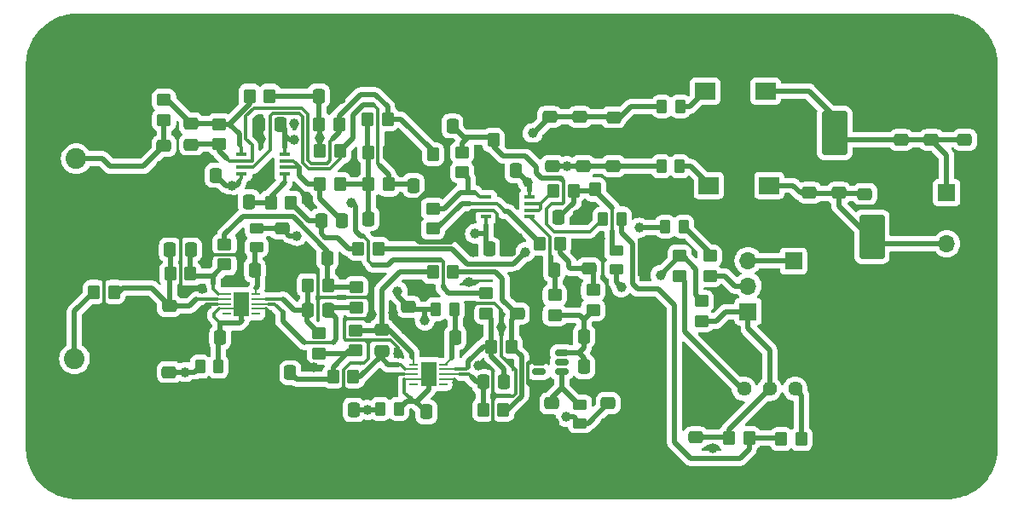
<source format=gbr>
%TF.GenerationSoftware,KiCad,Pcbnew,7.0.5*%
%TF.CreationDate,2023-08-07T14:42:52-07:00*%
%TF.ProjectId,TransimpedianceAmplifierV2,5472616e-7369-46d7-9065-6469616e6365,rev?*%
%TF.SameCoordinates,Original*%
%TF.FileFunction,Copper,L1,Top*%
%TF.FilePolarity,Positive*%
%FSLAX46Y46*%
G04 Gerber Fmt 4.6, Leading zero omitted, Abs format (unit mm)*
G04 Created by KiCad (PCBNEW 7.0.5) date 2023-08-07 14:42:52*
%MOMM*%
%LPD*%
G01*
G04 APERTURE LIST*
G04 Aperture macros list*
%AMRoundRect*
0 Rectangle with rounded corners*
0 $1 Rounding radius*
0 $2 $3 $4 $5 $6 $7 $8 $9 X,Y pos of 4 corners*
0 Add a 4 corners polygon primitive as box body*
4,1,4,$2,$3,$4,$5,$6,$7,$8,$9,$2,$3,0*
0 Add four circle primitives for the rounded corners*
1,1,$1+$1,$2,$3*
1,1,$1+$1,$4,$5*
1,1,$1+$1,$6,$7*
1,1,$1+$1,$8,$9*
0 Add four rect primitives between the rounded corners*
20,1,$1+$1,$2,$3,$4,$5,0*
20,1,$1+$1,$4,$5,$6,$7,0*
20,1,$1+$1,$6,$7,$8,$9,0*
20,1,$1+$1,$8,$9,$2,$3,0*%
G04 Aperture macros list end*
%TA.AperFunction,SMDPad,CuDef*%
%ADD10RoundRect,0.250000X-0.337500X-0.475000X0.337500X-0.475000X0.337500X0.475000X-0.337500X0.475000X0*%
%TD*%
%TA.AperFunction,SMDPad,CuDef*%
%ADD11RoundRect,0.250000X-0.475000X0.337500X-0.475000X-0.337500X0.475000X-0.337500X0.475000X0.337500X0*%
%TD*%
%TA.AperFunction,SMDPad,CuDef*%
%ADD12RoundRect,0.250000X-0.450000X0.350000X-0.450000X-0.350000X0.450000X-0.350000X0.450000X0.350000X0*%
%TD*%
%TA.AperFunction,SMDPad,CuDef*%
%ADD13R,1.100000X0.400000*%
%TD*%
%TA.AperFunction,ComponentPad*%
%ADD14C,2.050000*%
%TD*%
%TA.AperFunction,ComponentPad*%
%ADD15C,2.250000*%
%TD*%
%TA.AperFunction,SMDPad,CuDef*%
%ADD16RoundRect,0.250000X-0.350000X-0.450000X0.350000X-0.450000X0.350000X0.450000X-0.350000X0.450000X0*%
%TD*%
%TA.AperFunction,SMDPad,CuDef*%
%ADD17RoundRect,0.062500X-0.362500X-0.062500X0.362500X-0.062500X0.362500X0.062500X-0.362500X0.062500X0*%
%TD*%
%TA.AperFunction,SMDPad,CuDef*%
%ADD18R,1.650000X2.380000*%
%TD*%
%TA.AperFunction,ComponentPad*%
%ADD19C,5.600000*%
%TD*%
%TA.AperFunction,SMDPad,CuDef*%
%ADD20RoundRect,0.250000X0.350000X0.450000X-0.350000X0.450000X-0.350000X-0.450000X0.350000X-0.450000X0*%
%TD*%
%TA.AperFunction,SMDPad,CuDef*%
%ADD21R,2.000000X1.700000*%
%TD*%
%TA.AperFunction,SMDPad,CuDef*%
%ADD22RoundRect,0.250000X-0.450000X0.262500X-0.450000X-0.262500X0.450000X-0.262500X0.450000X0.262500X0*%
%TD*%
%TA.AperFunction,SMDPad,CuDef*%
%ADD23RoundRect,0.250000X0.337500X0.475000X-0.337500X0.475000X-0.337500X-0.475000X0.337500X-0.475000X0*%
%TD*%
%TA.AperFunction,SMDPad,CuDef*%
%ADD24RoundRect,0.250000X-0.262500X-0.450000X0.262500X-0.450000X0.262500X0.450000X-0.262500X0.450000X0*%
%TD*%
%TA.AperFunction,SMDPad,CuDef*%
%ADD25RoundRect,0.250000X0.475000X-0.337500X0.475000X0.337500X-0.475000X0.337500X-0.475000X-0.337500X0*%
%TD*%
%TA.AperFunction,SMDPad,CuDef*%
%ADD26RoundRect,0.250000X0.262500X0.450000X-0.262500X0.450000X-0.262500X-0.450000X0.262500X-0.450000X0*%
%TD*%
%TA.AperFunction,ComponentPad*%
%ADD27R,1.700000X1.700000*%
%TD*%
%TA.AperFunction,ComponentPad*%
%ADD28O,1.700000X1.700000*%
%TD*%
%TA.AperFunction,SMDPad,CuDef*%
%ADD29RoundRect,0.250000X0.450000X-0.262500X0.450000X0.262500X-0.450000X0.262500X-0.450000X-0.262500X0*%
%TD*%
%TA.AperFunction,SMDPad,CuDef*%
%ADD30R,1.000000X3.350000*%
%TD*%
%TA.AperFunction,SMDPad,CuDef*%
%ADD31R,1.000000X3.800000*%
%TD*%
%TA.AperFunction,SMDPad,CuDef*%
%ADD32R,3.700000X1.000000*%
%TD*%
%TA.AperFunction,SMDPad,CuDef*%
%ADD33R,3.800000X1.000000*%
%TD*%
%TA.AperFunction,SMDPad,CuDef*%
%ADD34RoundRect,0.250000X0.450000X-0.350000X0.450000X0.350000X-0.450000X0.350000X-0.450000X-0.350000X0*%
%TD*%
%TA.AperFunction,SMDPad,CuDef*%
%ADD35RoundRect,0.250000X1.000000X-1.950000X1.000000X1.950000X-1.000000X1.950000X-1.000000X-1.950000X0*%
%TD*%
%TA.AperFunction,SMDPad,CuDef*%
%ADD36RoundRect,0.150000X-0.512500X-0.150000X0.512500X-0.150000X0.512500X0.150000X-0.512500X0.150000X0*%
%TD*%
%TA.AperFunction,ComponentPad*%
%ADD37C,1.440000*%
%TD*%
%TA.AperFunction,ViaPad*%
%ADD38C,1.000000*%
%TD*%
%TA.AperFunction,Conductor*%
%ADD39C,0.500000*%
%TD*%
%TA.AperFunction,Conductor*%
%ADD40C,0.300000*%
%TD*%
%TA.AperFunction,Conductor*%
%ADD41C,0.200000*%
%TD*%
G04 APERTURE END LIST*
D10*
%TO.P,C38,1*%
%TO.N,GND*%
X114062500Y-77100000D03*
%TO.P,C38,2*%
%TO.N,Net-(U3B-+)*%
X116137500Y-77100000D03*
%TD*%
D11*
%TO.P,C18,1*%
%TO.N,VDD*%
X119400000Y-79762500D03*
%TO.P,C18,2*%
%TO.N,GND*%
X119400000Y-81837500D03*
%TD*%
D12*
%TO.P,R23,1*%
%TO.N,/OutputOffset/Vref+*%
X161100000Y-87000000D03*
%TO.P,R23,2*%
%TO.N,Net-(JP1-A)*%
X161100000Y-89000000D03*
%TD*%
D10*
%TO.P,C42,1*%
%TO.N,VSS*%
X139975000Y-81825000D03*
%TO.P,C42,2*%
%TO.N,GND*%
X142050000Y-81825000D03*
%TD*%
D13*
%TO.P,U3,1*%
%TO.N,Net-(C35-Pad1)*%
X115400000Y-72400000D03*
%TO.P,U3,2,-*%
%TO.N,Net-(U3A--)*%
X115400000Y-73050000D03*
%TO.P,U3,3,+*%
%TO.N,Net-(U3A-+)*%
X115400000Y-73700000D03*
%TO.P,U3,4,V-*%
%TO.N,VSS*%
X115400000Y-74350000D03*
%TO.P,U3,5,+*%
%TO.N,Net-(U3B-+)*%
X119700000Y-74350000D03*
%TO.P,U3,6,-*%
%TO.N,Net-(U3B--)*%
X119700000Y-73700000D03*
%TO.P,U3,7*%
X119700000Y-73050000D03*
%TO.P,U3,8,V+*%
%TO.N,VDD*%
X119700000Y-72400000D03*
%TD*%
D14*
%TO.P,J3,1,Pin_1*%
%TO.N,/TransimpedanceFrontEnd/Input*%
X98806000Y-92710000D03*
D15*
%TO.P,J3,2,Pin_2*%
%TO.N,GND*%
X96266000Y-90170000D03*
X96266000Y-95250000D03*
X101346000Y-90170000D03*
X101346000Y-95250000D03*
%TD*%
D16*
%TO.P,R32,1*%
%TO.N,Net-(U4A--)*%
X145000000Y-81300000D03*
%TO.P,R32,2*%
%TO.N,Net-(C47-Pad2)*%
X147000000Y-81300000D03*
%TD*%
D17*
%TO.P,U2,1*%
%TO.N,Net-(C28-Pad1)*%
X132506000Y-93274000D03*
%TO.P,U2,2,-*%
%TO.N,Net-(U2A--)*%
X132506000Y-93774000D03*
%TO.P,U2,3,+*%
%TO.N,GND*%
X132506000Y-94274000D03*
%TO.P,U2,4,V-*%
%TO.N,Net-(C23-Pad1)*%
X132506000Y-94774000D03*
%TO.P,U2,5,~{SHDN}*%
%TO.N,unconnected-(U2A-~{SHDN}-Pad5)*%
X132506000Y-95274000D03*
%TO.P,U2,6,~{SHDN}*%
%TO.N,unconnected-(U2B-~{SHDN}-Pad6)*%
X135406000Y-95274000D03*
%TO.P,U2,7,+*%
%TO.N,GND*%
X135406000Y-94774000D03*
%TO.P,U2,8,-*%
%TO.N,Net-(U2B--)*%
X135406000Y-94274000D03*
%TO.P,U2,9*%
%TO.N,Net-(C30-Pad1)*%
X135406000Y-93774000D03*
%TO.P,U2,10,V+*%
%TO.N,Net-(U2C-V+)*%
X135406000Y-93274000D03*
D18*
%TO.P,U2,11,V-*%
%TO.N,Net-(C23-Pad1)*%
X133956000Y-94274000D03*
%TD*%
D19*
%TO.P,J2,1,Pin_1*%
%TO.N,GND*%
X99060000Y-101600000D03*
%TD*%
D14*
%TO.P,J7,1,Pin_1*%
%TO.N,/OutputOffset/Output*%
X98983800Y-72847200D03*
D15*
%TO.P,J7,2,Pin_2*%
%TO.N,GND*%
X96443800Y-70307200D03*
X96443800Y-75387200D03*
X101523800Y-70307200D03*
X101523800Y-75387200D03*
%TD*%
D12*
%TO.P,R12,1*%
%TO.N,/OutputOffset/Input*%
X139700000Y-86200000D03*
%TO.P,R12,2*%
%TO.N,Net-(C30-Pad1)*%
X139700000Y-88200000D03*
%TD*%
%TO.P,R31,1*%
%TO.N,Net-(U4B-+)*%
X146500000Y-86400000D03*
%TO.P,R31,2*%
%TO.N,Net-(U5-Vout)*%
X146500000Y-88400000D03*
%TD*%
%TO.P,R8,1*%
%TO.N,Net-(C28-Pad1)*%
X126700000Y-89900000D03*
%TO.P,R8,2*%
%TO.N,Net-(C27-Pad1)*%
X126700000Y-91900000D03*
%TD*%
D20*
%TO.P,R29,1*%
%TO.N,GND*%
X130000000Y-72200000D03*
%TO.P,R29,2*%
%TO.N,/OutputOffset/Vref*%
X128000000Y-72200000D03*
%TD*%
D16*
%TO.P,R1,1*%
%TO.N,/TransimpedanceFrontEnd/Input*%
X100743000Y-86080600D03*
%TO.P,R1,2*%
%TO.N,Net-(U1A--)*%
X102743000Y-86080600D03*
%TD*%
D11*
%TO.P,C44,1*%
%TO.N,VDD*%
X151800000Y-97125000D03*
%TO.P,C44,2*%
%TO.N,GND*%
X151800000Y-99200000D03*
%TD*%
D10*
%TO.P,C41,1*%
%TO.N,GND*%
X140575000Y-74025000D03*
%TO.P,C41,2*%
%TO.N,VDD*%
X142650000Y-74025000D03*
%TD*%
D21*
%TO.P,L1,1,1*%
%TO.N,Net-(J8-Pin_1)*%
X167439600Y-66116200D03*
%TO.P,L1,2,2*%
%TO.N,Net-(FB1-Pad2)*%
X161439600Y-66116200D03*
%TD*%
D22*
%TO.P,FB9,1*%
%TO.N,Net-(C49-Pad2)*%
X152600000Y-81987500D03*
%TO.P,FB9,2*%
%TO.N,/OutputOffset/Vref+*%
X152600000Y-83812500D03*
%TD*%
D11*
%TO.P,C21,1*%
%TO.N,VDD*%
X132000000Y-87562500D03*
%TO.P,C21,2*%
%TO.N,GND*%
X132000000Y-89637500D03*
%TD*%
D23*
%TO.P,C33,1*%
%TO.N,GND*%
X125137500Y-66600000D03*
%TO.P,C33,2*%
%TO.N,/OutputOffset/Input*%
X123062500Y-66600000D03*
%TD*%
D20*
%TO.P,R17,1*%
%TO.N,Net-(U3A--)*%
X134400000Y-72400000D03*
%TO.P,R17,2*%
%TO.N,GND*%
X132400000Y-72400000D03*
%TD*%
D24*
%TO.P,FB2,1*%
%TO.N,VSS*%
X157087500Y-73600000D03*
%TO.P,FB2,2*%
%TO.N,Net-(FB2-Pad2)*%
X158912500Y-73600000D03*
%TD*%
D16*
%TO.P,R15,1*%
%TO.N,/OutputOffset/Vref*%
X127900000Y-68900000D03*
%TO.P,R15,2*%
%TO.N,Net-(U3A--)*%
X129900000Y-68900000D03*
%TD*%
D19*
%TO.P,J6,1,Pin_1*%
%TO.N,GND*%
X185420000Y-101600000D03*
%TD*%
D12*
%TO.P,R24,1*%
%TO.N,Net-(C35-Pad1)*%
X107700000Y-67000000D03*
%TO.P,R24,2*%
%TO.N,/OutputOffset/Output*%
X107700000Y-69000000D03*
%TD*%
D25*
%TO.P,C3,1*%
%TO.N,Net-(J8-Pin_3)*%
X174700000Y-76237500D03*
%TO.P,C3,2*%
%TO.N,GND*%
X174700000Y-74162500D03*
%TD*%
D26*
%TO.P,FB6,1*%
%TO.N,Net-(C23-Pad1)*%
X131012500Y-97700000D03*
%TO.P,FB6,2*%
%TO.N,VSS*%
X129187500Y-97700000D03*
%TD*%
D11*
%TO.P,C6,1*%
%TO.N,GND*%
X183896000Y-68914100D03*
%TO.P,C6,2*%
%TO.N,Net-(J8-Pin_1)*%
X183896000Y-70989100D03*
%TD*%
D10*
%TO.P,C26,1*%
%TO.N,Net-(C26-Pad1)*%
X121962500Y-87900000D03*
%TO.P,C26,2*%
%TO.N,Net-(U1B--)*%
X124037500Y-87900000D03*
%TD*%
D16*
%TO.P,R16,1*%
%TO.N,/OutputOffset/Vref*%
X128000000Y-75400000D03*
%TO.P,R16,2*%
%TO.N,Net-(U3A-+)*%
X130000000Y-75400000D03*
%TD*%
D11*
%TO.P,C37,1*%
%TO.N,/OutputOffset/Output*%
X107700000Y-71562500D03*
%TO.P,C37,2*%
%TO.N,GND*%
X107700000Y-73637500D03*
%TD*%
D27*
%TO.P,J8,1,Pin_1*%
%TO.N,Net-(J8-Pin_1)*%
X185420000Y-76200000D03*
D28*
%TO.P,J8,2,Pin_2*%
%TO.N,GND*%
X185420000Y-78740000D03*
%TO.P,J8,3,Pin_3*%
%TO.N,Net-(J8-Pin_3)*%
X185420000Y-81280000D03*
%TD*%
D23*
%TO.P,C20,1*%
%TO.N,Net-(C20-Pad1)*%
X110359100Y-81889600D03*
%TO.P,C20,2*%
%TO.N,Net-(U1A--)*%
X108284100Y-81889600D03*
%TD*%
D11*
%TO.P,C14,1*%
%TO.N,GND*%
X146297600Y-71501000D03*
%TO.P,C14,2*%
%TO.N,VSS*%
X146297600Y-73576000D03*
%TD*%
D20*
%TO.P,R9,1*%
%TO.N,Net-(C29-Pad1)*%
X136400000Y-84100000D03*
%TO.P,R9,2*%
%TO.N,Net-(C28-Pad1)*%
X134400000Y-84100000D03*
%TD*%
D16*
%TO.P,R14,1*%
%TO.N,/OutputOffset/Input*%
X123200000Y-72100000D03*
%TO.P,R14,2*%
%TO.N,Net-(U3A-+)*%
X125200000Y-72100000D03*
%TD*%
%TO.P,R27,1*%
%TO.N,Net-(U3B-+)*%
X118300000Y-77200000D03*
%TO.P,R27,2*%
%TO.N,Net-(C39-Pad2)*%
X120300000Y-77200000D03*
%TD*%
D10*
%TO.P,C22,1*%
%TO.N,GND*%
X134562500Y-90600000D03*
%TO.P,C22,2*%
%TO.N,Net-(U2C-V+)*%
X136637500Y-90600000D03*
%TD*%
D19*
%TO.P,J1,1,Pin_1*%
%TO.N,GND*%
X99060000Y-63500000D03*
%TD*%
D23*
%TO.P,C24,1*%
%TO.N,VSS*%
X126537500Y-97800000D03*
%TO.P,C24,2*%
%TO.N,GND*%
X124462500Y-97800000D03*
%TD*%
D16*
%TO.P,R26,1*%
%TO.N,Net-(C39-Pad2)*%
X127000000Y-81800000D03*
%TO.P,R26,2*%
%TO.N,Net-(FB7-Pad2)*%
X129000000Y-81800000D03*
%TD*%
D23*
%TO.P,C49,1*%
%TO.N,GND*%
X148937500Y-78700000D03*
%TO.P,C49,2*%
%TO.N,Net-(C49-Pad2)*%
X146862500Y-78700000D03*
%TD*%
D29*
%TO.P,FB8,1*%
%TO.N,VDD*%
X149000000Y-99112500D03*
%TO.P,FB8,2*%
%TO.N,Net-(U5-Vin)*%
X149000000Y-97287500D03*
%TD*%
D23*
%TO.P,C17,1*%
%TO.N,Net-(C17-Pad1)*%
X113275000Y-90600000D03*
%TO.P,C17,2*%
%TO.N,GND*%
X111200000Y-90600000D03*
%TD*%
D16*
%TO.P,R19,1*%
%TO.N,/OutputOffset/Vref-*%
X169000000Y-100700000D03*
%TO.P,R19,2*%
%TO.N,Net-(R19-Pad2)*%
X171000000Y-100700000D03*
%TD*%
D10*
%TO.P,C31,1*%
%TO.N,GND*%
X117178000Y-69469000D03*
%TO.P,C31,2*%
%TO.N,VDD*%
X119253000Y-69469000D03*
%TD*%
D25*
%TO.P,C7,1*%
%TO.N,Net-(J8-Pin_3)*%
X171800000Y-76237500D03*
%TO.P,C7,2*%
%TO.N,GND*%
X171800000Y-74162500D03*
%TD*%
%TO.P,C15,1*%
%TO.N,VSS*%
X108200000Y-94037500D03*
%TO.P,C15,2*%
%TO.N,GND*%
X108200000Y-91962500D03*
%TD*%
D30*
%TO.P,J4,1,Shield*%
%TO.N,GND*%
X104490000Y-64900000D03*
D31*
X104490000Y-70650000D03*
X104490000Y-76650000D03*
X104490000Y-82650000D03*
X104490000Y-88650000D03*
X104490000Y-94650000D03*
D30*
X104490000Y-100425000D03*
D32*
X105840000Y-63700000D03*
X105840000Y-101600000D03*
D33*
X111890000Y-63750000D03*
X111890000Y-101600000D03*
X117890000Y-63750000D03*
X117890000Y-101600000D03*
X123890000Y-63750000D03*
X123890000Y-101600000D03*
X129890000Y-63750000D03*
X129890000Y-101600000D03*
X135890000Y-63750000D03*
X135890000Y-101600000D03*
X141890000Y-63750000D03*
X141890000Y-101600000D03*
X147890000Y-63750000D03*
X147890000Y-101600000D03*
D32*
X153890000Y-63750000D03*
X153890000Y-101600000D03*
D30*
X155240000Y-64900000D03*
D31*
X155240000Y-70650000D03*
X155240000Y-76650000D03*
X155240000Y-82650000D03*
X155240000Y-88650000D03*
X155240000Y-94650000D03*
D30*
X155240000Y-100425000D03*
%TD*%
D16*
%TO.P,R20,1*%
%TO.N,Net-(C35-Pad1)*%
X116200000Y-66600000D03*
%TO.P,R20,2*%
%TO.N,/OutputOffset/Input*%
X118200000Y-66600000D03*
%TD*%
D13*
%TO.P,U4,1*%
%TO.N,Net-(R33-Pad1)*%
X139700000Y-76650000D03*
%TO.P,U4,2,-*%
%TO.N,Net-(U4A--)*%
X139700000Y-77300000D03*
%TO.P,U4,3,+*%
%TO.N,GND*%
X139700000Y-77950000D03*
%TO.P,U4,4,V-*%
%TO.N,VSS*%
X139700000Y-78600000D03*
%TO.P,U4,5,+*%
%TO.N,Net-(U4B-+)*%
X144000000Y-78600000D03*
%TO.P,U4,6,-*%
%TO.N,Net-(U4B--)*%
X144000000Y-77950000D03*
%TO.P,U4,7*%
X144000000Y-77300000D03*
%TO.P,U4,8,V+*%
%TO.N,VDD*%
X144000000Y-76650000D03*
%TD*%
D12*
%TO.P,R21,1*%
%TO.N,Net-(C35-Pad1)*%
X113200000Y-69400000D03*
%TO.P,R21,2*%
%TO.N,Net-(U3A--)*%
X113200000Y-71400000D03*
%TD*%
D26*
%TO.P,FB7,1*%
%TO.N,Net-(FB7-Pad1)*%
X159312500Y-79600000D03*
%TO.P,FB7,2*%
%TO.N,Net-(FB7-Pad2)*%
X157487500Y-79600000D03*
%TD*%
D23*
%TO.P,C39,1*%
%TO.N,Net-(U3B--)*%
X125375000Y-79000000D03*
%TO.P,C39,2*%
%TO.N,Net-(C39-Pad2)*%
X123300000Y-79000000D03*
%TD*%
D25*
%TO.P,C36,1*%
%TO.N,Net-(JP1-A)*%
X160500000Y-100537500D03*
%TO.P,C36,2*%
%TO.N,GND*%
X160500000Y-98462500D03*
%TD*%
D16*
%TO.P,R34,1*%
%TO.N,Net-(U4B--)*%
X146400000Y-76000000D03*
%TO.P,R34,2*%
%TO.N,Net-(C49-Pad2)*%
X148400000Y-76000000D03*
%TD*%
D20*
%TO.P,R36,1*%
%TO.N,GND*%
X152500000Y-75900000D03*
%TO.P,R36,2*%
%TO.N,Net-(C49-Pad2)*%
X150500000Y-75900000D03*
%TD*%
D26*
%TO.P,FB4,1*%
%TO.N,Net-(C17-Pad1)*%
X113100000Y-93500000D03*
%TO.P,FB4,2*%
%TO.N,VSS*%
X111275000Y-93500000D03*
%TD*%
D25*
%TO.P,C29,1*%
%TO.N,Net-(C29-Pad1)*%
X142800000Y-88237500D03*
%TO.P,C29,2*%
%TO.N,GND*%
X142800000Y-86162500D03*
%TD*%
D11*
%TO.P,C8,1*%
%TO.N,GND*%
X148996400Y-66624200D03*
%TO.P,C8,2*%
%TO.N,VDD*%
X148996400Y-68699200D03*
%TD*%
D25*
%TO.P,C1,1*%
%TO.N,Net-(J8-Pin_3)*%
X177300000Y-76337500D03*
%TO.P,C1,2*%
%TO.N,GND*%
X177300000Y-74262500D03*
%TD*%
D10*
%TO.P,C23,1*%
%TO.N,Net-(C23-Pad1)*%
X133762500Y-98000000D03*
%TO.P,C23,2*%
%TO.N,GND*%
X135837500Y-98000000D03*
%TD*%
D27*
%TO.P,JP1,1,A*%
%TO.N,Net-(JP1-A)*%
X165700000Y-88040000D03*
D28*
%TO.P,JP1,2,C*%
%TO.N,Net-(JP1-C)*%
X165700000Y-85500000D03*
%TO.P,JP1,3,B*%
%TO.N,Net-(J9-Pin_1)*%
X165700000Y-82960000D03*
%TD*%
D20*
%TO.P,R37,1*%
%TO.N,GND*%
X142400000Y-71000000D03*
%TO.P,R37,2*%
%TO.N,Net-(C50-Pad2)*%
X140400000Y-71000000D03*
%TD*%
D24*
%TO.P,FB5,1*%
%TO.N,VDD*%
X134687500Y-87800000D03*
%TO.P,FB5,2*%
%TO.N,Net-(U2C-V+)*%
X136512500Y-87800000D03*
%TD*%
D23*
%TO.P,C40,1*%
%TO.N,GND*%
X130075000Y-78800000D03*
%TO.P,C40,2*%
%TO.N,/OutputOffset/Vref*%
X128000000Y-78800000D03*
%TD*%
D12*
%TO.P,R25,1*%
%TO.N,Net-(FB7-Pad1)*%
X161900000Y-82500000D03*
%TO.P,R25,2*%
%TO.N,Net-(JP1-C)*%
X161900000Y-84500000D03*
%TD*%
D21*
%TO.P,L2,1,1*%
%TO.N,Net-(J8-Pin_3)*%
X167800000Y-75500000D03*
%TO.P,L2,2,2*%
%TO.N,Net-(FB2-Pad2)*%
X161800000Y-75500000D03*
%TD*%
D24*
%TO.P,FB10,1*%
%TO.N,Net-(C50-Pad2)*%
X151287500Y-78800000D03*
%TO.P,FB10,2*%
%TO.N,/OutputOffset/Vref-*%
X153112500Y-78800000D03*
%TD*%
D16*
%TO.P,R10,1*%
%TO.N,Net-(U2B--)*%
X139395200Y-97790000D03*
%TO.P,R10,2*%
%TO.N,Net-(C29-Pad1)*%
X141395200Y-97790000D03*
%TD*%
D11*
%TO.P,C28,1*%
%TO.N,Net-(C28-Pad1)*%
X129300000Y-89862500D03*
%TO.P,C28,2*%
%TO.N,Net-(U2A--)*%
X129300000Y-91937500D03*
%TD*%
D17*
%TO.P,U1,1*%
%TO.N,Net-(C20-Pad1)*%
X113919000Y-86265000D03*
%TO.P,U1,2,-*%
%TO.N,Net-(U1A--)*%
X113919000Y-86765000D03*
%TO.P,U1,3,+*%
%TO.N,GND*%
X113919000Y-87265000D03*
%TO.P,U1,4,V-*%
%TO.N,Net-(C17-Pad1)*%
X113919000Y-87765000D03*
%TO.P,U1,5,~{SHDN}*%
%TO.N,unconnected-(U1A-~{SHDN}-Pad5)*%
X113919000Y-88265000D03*
%TO.P,U1,6,~{SHDN}*%
%TO.N,unconnected-(U1B-~{SHDN}-Pad6)*%
X116819000Y-88265000D03*
%TO.P,U1,7,+*%
%TO.N,GND*%
X116819000Y-87765000D03*
%TO.P,U1,8,-*%
%TO.N,Net-(U1B--)*%
X116819000Y-87265000D03*
%TO.P,U1,9*%
%TO.N,Net-(C26-Pad1)*%
X116819000Y-86765000D03*
%TO.P,U1,10,V+*%
%TO.N,Net-(U1C-V+)*%
X116819000Y-86265000D03*
D18*
%TO.P,U1,11,V-*%
%TO.N,Net-(C17-Pad1)*%
X115369000Y-87265000D03*
%TD*%
D34*
%TO.P,R4,1*%
%TO.N,Net-(U1B--)*%
X126800000Y-87600000D03*
%TO.P,R4,2*%
%TO.N,Net-(C25-Pad1)*%
X126800000Y-85600000D03*
%TD*%
D23*
%TO.P,C16,1*%
%TO.N,GND*%
X118775000Y-83900000D03*
%TO.P,C16,2*%
%TO.N,Net-(U1C-V+)*%
X116700000Y-83900000D03*
%TD*%
D12*
%TO.P,R33,1*%
%TO.N,Net-(R33-Pad1)*%
X134400000Y-77800000D03*
%TO.P,R33,2*%
%TO.N,Net-(U4A--)*%
X134400000Y-79800000D03*
%TD*%
D20*
%TO.P,R22,1*%
%TO.N,/OutputOffset/Vref-*%
X165800000Y-100600000D03*
%TO.P,R22,2*%
%TO.N,Net-(JP1-A)*%
X163800000Y-100600000D03*
%TD*%
D16*
%TO.P,R5,1*%
%TO.N,Net-(C26-Pad1)*%
X121987900Y-85416000D03*
%TO.P,R5,2*%
%TO.N,Net-(C25-Pad1)*%
X123987900Y-85416000D03*
%TD*%
D23*
%TO.P,C30,1*%
%TO.N,Net-(C30-Pad1)*%
X141448700Y-94996000D03*
%TO.P,C30,2*%
%TO.N,Net-(U2B--)*%
X139373700Y-94996000D03*
%TD*%
D10*
%TO.P,C34,1*%
%TO.N,Net-(U3A-+)*%
X132462500Y-75500000D03*
%TO.P,C34,2*%
%TO.N,GND*%
X134537500Y-75500000D03*
%TD*%
D11*
%TO.P,C10,1*%
%TO.N,GND*%
X180886000Y-68914100D03*
%TO.P,C10,2*%
%TO.N,Net-(J8-Pin_1)*%
X180886000Y-70989100D03*
%TD*%
D23*
%TO.P,C45,1*%
%TO.N,GND*%
X151475000Y-93500000D03*
%TO.P,C45,2*%
%TO.N,Net-(U5-Vout)*%
X149400000Y-93500000D03*
%TD*%
D10*
%TO.P,C48,1*%
%TO.N,GND*%
X144362500Y-83900000D03*
%TO.P,C48,2*%
%TO.N,Net-(U4B-+)*%
X146437500Y-83900000D03*
%TD*%
D11*
%TO.P,C19,1*%
%TO.N,Net-(U1A--)*%
X108229400Y-87460000D03*
%TO.P,C19,2*%
%TO.N,GND*%
X108229400Y-89535000D03*
%TD*%
%TO.P,C47,1*%
%TO.N,GND*%
X149900000Y-81662500D03*
%TO.P,C47,2*%
%TO.N,Net-(C47-Pad2)*%
X149900000Y-83737500D03*
%TD*%
%TO.P,C13,1*%
%TO.N,GND*%
X145986400Y-66624200D03*
%TO.P,C13,2*%
%TO.N,VDD*%
X145986400Y-68699200D03*
%TD*%
D10*
%TO.P,C50,1*%
%TO.N,GND*%
X134262500Y-69600000D03*
%TO.P,C50,2*%
%TO.N,Net-(C50-Pad2)*%
X136337500Y-69600000D03*
%TD*%
D22*
%TO.P,FB3,1*%
%TO.N,VDD*%
X116890800Y-79800000D03*
%TO.P,FB3,2*%
%TO.N,Net-(U1C-V+)*%
X116890800Y-81625000D03*
%TD*%
D23*
%TO.P,C27,1*%
%TO.N,Net-(C27-Pad1)*%
X120237500Y-94100000D03*
%TO.P,C27,2*%
%TO.N,GND*%
X118162500Y-94100000D03*
%TD*%
D35*
%TO.P,C12,1*%
%TO.N,GND*%
X178000000Y-88000000D03*
%TO.P,C12,2*%
%TO.N,Net-(J8-Pin_3)*%
X178000000Y-80600000D03*
%TD*%
D12*
%TO.P,R30,1*%
%TO.N,Net-(C47-Pad2)*%
X150300000Y-85900000D03*
%TO.P,R30,2*%
%TO.N,Net-(U5-Vout)*%
X150300000Y-87900000D03*
%TD*%
D27*
%TO.P,J9,1,Pin_1*%
%TO.N,Net-(J9-Pin_1)*%
X170200000Y-83025000D03*
D28*
%TO.P,J9,2,Pin_2*%
%TO.N,GND*%
X170200000Y-85565000D03*
%TD*%
D19*
%TO.P,J5,1,Pin_1*%
%TO.N,GND*%
X185420000Y-63500000D03*
%TD*%
D24*
%TO.P,FB1,1*%
%TO.N,VDD*%
X157151700Y-67665600D03*
%TO.P,FB1,2*%
%TO.N,Net-(FB1-Pad2)*%
X158976700Y-67665600D03*
%TD*%
D20*
%TO.P,R7,1*%
%TO.N,Net-(U2A--)*%
X126500000Y-94500000D03*
%TO.P,R7,2*%
%TO.N,Net-(C27-Pad1)*%
X124500000Y-94500000D03*
%TD*%
D11*
%TO.P,C5,1*%
%TO.N,GND*%
X152317600Y-71501000D03*
%TO.P,C5,2*%
%TO.N,VSS*%
X152317600Y-73576000D03*
%TD*%
D16*
%TO.P,R28,1*%
%TO.N,Net-(U3B--)*%
X123200000Y-75400000D03*
%TO.P,R28,2*%
%TO.N,/OutputOffset/Vref*%
X125200000Y-75400000D03*
%TD*%
D36*
%TO.P,U5,1,GND*%
%TO.N,GND*%
X144925000Y-92100000D03*
%TO.P,U5,2,GND*%
X144925000Y-93050000D03*
%TO.P,U5,3*%
%TO.N,N/C*%
X144925000Y-94000000D03*
%TO.P,U5,4,Vin*%
%TO.N,Net-(U5-Vin)*%
X147200000Y-94000000D03*
%TO.P,U5,5*%
%TO.N,N/C*%
X147200000Y-93050000D03*
%TO.P,U5,6,Vout*%
%TO.N,Net-(U5-Vout)*%
X147200000Y-92100000D03*
%TD*%
D23*
%TO.P,C46,1*%
%TO.N,GND*%
X151475000Y-90500000D03*
%TO.P,C46,2*%
%TO.N,Net-(U5-Vout)*%
X149400000Y-90500000D03*
%TD*%
D35*
%TO.P,C11,1*%
%TO.N,Net-(J8-Pin_1)*%
X174294800Y-70298800D03*
%TO.P,C11,2*%
%TO.N,GND*%
X174294800Y-62898800D03*
%TD*%
D37*
%TO.P,RV1,1,1*%
%TO.N,Net-(R18-Pad2)*%
X165300000Y-95700000D03*
%TO.P,RV1,2,2*%
%TO.N,Net-(JP1-A)*%
X167840000Y-95700000D03*
%TO.P,RV1,3,3*%
%TO.N,Net-(R19-Pad2)*%
X170380000Y-95700000D03*
%TD*%
D12*
%TO.P,R3,1*%
%TO.N,Net-(C25-Pad1)*%
X113715800Y-81362800D03*
%TO.P,R3,2*%
%TO.N,Net-(C20-Pad1)*%
X113715800Y-83362800D03*
%TD*%
D16*
%TO.P,R13,1*%
%TO.N,/OutputOffset/Input*%
X123100000Y-69400000D03*
%TO.P,R13,2*%
%TO.N,Net-(U3A--)*%
X125100000Y-69400000D03*
%TD*%
D34*
%TO.P,R6,1*%
%TO.N,Net-(C27-Pad1)*%
X123100000Y-92200000D03*
%TO.P,R6,2*%
%TO.N,Net-(C26-Pad1)*%
X123100000Y-90200000D03*
%TD*%
D20*
%TO.P,R2,1*%
%TO.N,Net-(C20-Pad1)*%
X110312200Y-84277200D03*
%TO.P,R2,2*%
%TO.N,Net-(U1A--)*%
X108312200Y-84277200D03*
%TD*%
D12*
%TO.P,R18,1*%
%TO.N,/OutputOffset/Vref+*%
X158900000Y-82500000D03*
%TO.P,R18,2*%
%TO.N,Net-(R18-Pad2)*%
X158900000Y-84500000D03*
%TD*%
D11*
%TO.P,C35,1*%
%TO.N,Net-(C35-Pad1)*%
X110400000Y-69362500D03*
%TO.P,C35,2*%
%TO.N,Net-(U3A--)*%
X110400000Y-71437500D03*
%TD*%
%TO.P,C4,1*%
%TO.N,GND*%
X152336400Y-66645700D03*
%TO.P,C4,2*%
%TO.N,VDD*%
X152336400Y-68720700D03*
%TD*%
%TO.P,C9,1*%
%TO.N,GND*%
X149307600Y-71501000D03*
%TO.P,C9,2*%
%TO.N,VSS*%
X149307600Y-73576000D03*
%TD*%
D16*
%TO.P,R11,1*%
%TO.N,Net-(C30-Pad1)*%
X140200000Y-91500000D03*
%TO.P,R11,2*%
%TO.N,Net-(C29-Pad1)*%
X142200000Y-91500000D03*
%TD*%
D25*
%TO.P,C43,1*%
%TO.N,GND*%
X146200000Y-99237500D03*
%TO.P,C43,2*%
%TO.N,Net-(U5-Vin)*%
X146200000Y-97162500D03*
%TD*%
D23*
%TO.P,C32,1*%
%TO.N,VSS*%
X112837500Y-74500000D03*
%TO.P,C32,2*%
%TO.N,GND*%
X110762500Y-74500000D03*
%TD*%
D11*
%TO.P,C2,1*%
%TO.N,GND*%
X187198000Y-68892600D03*
%TO.P,C2,2*%
%TO.N,Net-(J8-Pin_1)*%
X187198000Y-70967600D03*
%TD*%
D23*
%TO.P,C25,1*%
%TO.N,Net-(C25-Pad1)*%
X123937500Y-82700000D03*
%TO.P,C25,2*%
%TO.N,GND*%
X121862500Y-82700000D03*
%TD*%
D34*
%TO.P,R35,1*%
%TO.N,Net-(R33-Pad1)*%
X137300000Y-74200000D03*
%TO.P,R35,2*%
%TO.N,Net-(C50-Pad2)*%
X137300000Y-72200000D03*
%TD*%
D38*
%TO.N,GND*%
X138887200Y-93370400D03*
X130962400Y-92252800D03*
X135636000Y-61722000D03*
X102870000Y-65278000D03*
X115400000Y-96100000D03*
X162200000Y-101600000D03*
X141986000Y-103124000D03*
X102717600Y-88442800D03*
X142700000Y-84400000D03*
X103174800Y-91998800D03*
X117348000Y-75565000D03*
X153670000Y-61722000D03*
X133800000Y-91800000D03*
X112014000Y-61976000D03*
X138430000Y-82169000D03*
X138000000Y-85100000D03*
X122555000Y-93599000D03*
X101041200Y-84074000D03*
X122047000Y-77200000D03*
X98806000Y-85344000D03*
X129794000Y-61722000D03*
X163322000Y-80772000D03*
X151000000Y-80800000D03*
X108500000Y-96500000D03*
X150600000Y-65300000D03*
X97028000Y-86614000D03*
X150000000Y-77700000D03*
X130429000Y-88138000D03*
X108000000Y-76200000D03*
X117856000Y-61722000D03*
X137541000Y-79121000D03*
X147828000Y-61722000D03*
X141732000Y-61722000D03*
X115200000Y-84600000D03*
X157100000Y-94600000D03*
X157175200Y-64897000D03*
X102616000Y-99568000D03*
X102768400Y-83972400D03*
X157226000Y-70612000D03*
X153924000Y-103124000D03*
X106121200Y-82194400D03*
X103022400Y-68122800D03*
X146600000Y-90500000D03*
X105664000Y-103124000D03*
X120500000Y-84000000D03*
X163068000Y-86487000D03*
X123698000Y-61722000D03*
X102870000Y-77724000D03*
X139100000Y-73100000D03*
X119000000Y-90800000D03*
X102819200Y-82550000D03*
X112014000Y-103124000D03*
X169926000Y-77724000D03*
X117348000Y-70866000D03*
X157100000Y-88500000D03*
X132100000Y-79500000D03*
X157226000Y-101854000D03*
X111506000Y-89027000D03*
X128524000Y-84709000D03*
X128350500Y-88300000D03*
X169037000Y-68961000D03*
X132461000Y-85344000D03*
X145161000Y-95504000D03*
X136144000Y-103124000D03*
X168600000Y-98300000D03*
X157226000Y-76708000D03*
X131318000Y-73787000D03*
X141224000Y-75819000D03*
X133100000Y-67400000D03*
X129794000Y-103124000D03*
X147828000Y-71628000D03*
X138100000Y-87700000D03*
X147828000Y-103124000D03*
X137414000Y-99009200D03*
X117856000Y-103124000D03*
X142900000Y-80700000D03*
X116000000Y-90800000D03*
X148400000Y-85600000D03*
X153900000Y-76900000D03*
X141200000Y-89600000D03*
X123952000Y-103124000D03*
X168529000Y-80645000D03*
X161300000Y-96100000D03*
X126600000Y-73600000D03*
X112400000Y-79500000D03*
X163900000Y-91300000D03*
X128676400Y-94894400D03*
X122000000Y-96000000D03*
X157000000Y-82200000D03*
X111800000Y-66400000D03*
X111500000Y-85800000D03*
X105664000Y-61976000D03*
X142400000Y-69000000D03*
X159639000Y-69977000D03*
X105968800Y-87325200D03*
X120650000Y-69342000D03*
X152273000Y-86995000D03*
X159258000Y-64389000D03*
X150600000Y-70400000D03*
X169164000Y-63754000D03*
X135763000Y-75565000D03*
X170053000Y-73279000D03*
%TO.N,VSS*%
X114400000Y-75500000D03*
X138600000Y-80300000D03*
X147700000Y-73576000D03*
X109800000Y-94037500D03*
X127900000Y-97800000D03*
%TO.N,VDD*%
X130900000Y-86000000D03*
X120650500Y-71000000D03*
X147600000Y-98500000D03*
X143812500Y-75187500D03*
X120900000Y-80500000D03*
X133604000Y-88900000D03*
X144300000Y-70300000D03*
%TO.N,Net-(FB7-Pad2)*%
X154900000Y-79700000D03*
X143600000Y-82100000D03*
%TO.N,/OutputOffset/Input*%
X126300000Y-77200000D03*
X123200000Y-70800000D03*
%TO.N,/OutputOffset/Vref+*%
X153100000Y-85600000D03*
X157000000Y-84400000D03*
%TD*%
D39*
%TO.N,Net-(C29-Pad1)*%
X142695100Y-88237500D02*
X142800000Y-88237500D01*
X141300000Y-84800000D02*
X141300000Y-86842400D01*
X140600000Y-84100000D02*
X141300000Y-84800000D01*
X136400000Y-84100000D02*
X140600000Y-84100000D01*
X141300000Y-86842400D02*
X142695100Y-88237500D01*
D40*
%TO.N,GND*%
X140512800Y-87223600D02*
X141200000Y-87910800D01*
X141200000Y-87910800D02*
X141200000Y-89600000D01*
X138734800Y-87223600D02*
X140512800Y-87223600D01*
X138258400Y-87700000D02*
X138734800Y-87223600D01*
X138100000Y-87700000D02*
X138258400Y-87700000D01*
X143805200Y-95189600D02*
X144119600Y-95504000D01*
X144119600Y-95504000D02*
X145161000Y-95504000D01*
X143805200Y-93176800D02*
X143805200Y-95189600D01*
X143932000Y-93050000D02*
X143805200Y-93176800D01*
X144925000Y-93050000D02*
X143932000Y-93050000D01*
D39*
%TO.N,Net-(C29-Pad1)*%
X143205200Y-92505200D02*
X142200000Y-91500000D01*
X143205200Y-96403328D02*
X143205200Y-92505200D01*
X141818528Y-97790000D02*
X143205200Y-96403328D01*
X141395200Y-97790000D02*
X141818528Y-97790000D01*
D40*
%TO.N,GND*%
X141200000Y-92432000D02*
X141200000Y-89600000D01*
X142605200Y-93837200D02*
X141200000Y-92432000D01*
X142605200Y-96154800D02*
X142605200Y-93837200D01*
X140360400Y-96418400D02*
X142341600Y-96418400D01*
X142341600Y-96418400D02*
X142605200Y-96154800D01*
X140360400Y-96418400D02*
X140360400Y-99364800D01*
X140360400Y-93827600D02*
X140360400Y-96418400D01*
X137769600Y-99364800D02*
X137414000Y-99009200D01*
X140360400Y-99364800D02*
X137769600Y-99364800D01*
X139903200Y-93370400D02*
X140360400Y-93827600D01*
X138887200Y-93370400D02*
X139903200Y-93370400D01*
D39*
%TO.N,Net-(C30-Pad1)*%
X137900000Y-92986000D02*
X139386000Y-91500000D01*
X137900000Y-93600000D02*
X137900000Y-92986000D01*
X139386000Y-91500000D02*
X140200000Y-91500000D01*
X140200000Y-92448000D02*
X140200000Y-91500000D01*
X141448700Y-93696700D02*
X140200000Y-92448000D01*
X141448700Y-94996000D02*
X141448700Y-93696700D01*
%TO.N,Net-(U2B--)*%
X139373700Y-97768500D02*
X139395200Y-97790000D01*
X139373700Y-94996000D02*
X139373700Y-97768500D01*
X138200000Y-94500000D02*
X138696000Y-94996000D01*
X138696000Y-94996000D02*
X139373700Y-94996000D01*
%TO.N,Net-(C27-Pad1)*%
X124500000Y-93533600D02*
X124500000Y-94500000D01*
X126133600Y-91900000D02*
X124500000Y-93533600D01*
X126700000Y-91900000D02*
X126133600Y-91900000D01*
D40*
%TO.N,GND*%
X127965200Y-92760800D02*
X127965200Y-90881200D01*
X127558800Y-93167200D02*
X127965200Y-92760800D01*
X126184272Y-93167200D02*
X127558800Y-93167200D01*
X125526800Y-93824672D02*
X126184272Y-93167200D01*
X125526800Y-96100000D02*
X125526800Y-93824672D01*
X127965200Y-90881200D02*
X130200400Y-90881200D01*
D39*
X125000000Y-96100000D02*
X125526800Y-96100000D01*
X125526800Y-96100000D02*
X128500000Y-96100000D01*
D40*
X125730000Y-90881200D02*
X127965200Y-90881200D01*
D39*
%TO.N,Net-(U2A--)*%
X127140400Y-94500000D02*
X126500000Y-94500000D01*
X129300000Y-92340400D02*
X127140400Y-94500000D01*
X129300000Y-91937500D02*
X129300000Y-92340400D01*
D40*
%TO.N,GND*%
X130200400Y-90881200D02*
X130962400Y-91643200D01*
X127965200Y-88747600D02*
X125577600Y-88747600D01*
X130962400Y-91643200D02*
X130962400Y-92252800D01*
X128350500Y-88362300D02*
X127965200Y-88747600D01*
X125577600Y-90728800D02*
X125730000Y-90881200D01*
X128350500Y-88300000D02*
X128350500Y-88362300D01*
X125577600Y-88747600D02*
X125577600Y-90728800D01*
D39*
%TO.N,Net-(U2A--)*%
X129971800Y-93345000D02*
X129300000Y-92673200D01*
X130962400Y-93345000D02*
X129971800Y-93345000D01*
X129300000Y-92673200D02*
X129300000Y-91937500D01*
D40*
X131620000Y-93774000D02*
X131191000Y-93345000D01*
X131191000Y-93345000D02*
X130962400Y-93345000D01*
D39*
%TO.N,Net-(C28-Pad1)*%
X130045300Y-89862500D02*
X129300000Y-89862500D01*
X132334000Y-92151200D02*
X130045300Y-89862500D01*
X132334000Y-92557600D02*
X132334000Y-92151200D01*
D41*
X132506000Y-92729600D02*
X132506000Y-93274000D01*
X132334000Y-92557600D02*
X132506000Y-92729600D01*
D40*
%TO.N,GND*%
X128153600Y-86650000D02*
X128350500Y-86846900D01*
X123001600Y-86650000D02*
X128153600Y-86650000D01*
X122986800Y-86664800D02*
X123001600Y-86650000D01*
X128350500Y-86846900D02*
X128350500Y-88300000D01*
X122986800Y-86664800D02*
X122986800Y-88950800D01*
X122986800Y-84124800D02*
X122986800Y-86664800D01*
X121862500Y-83000500D02*
X122986800Y-84124800D01*
X121862500Y-82700000D02*
X121862500Y-83000500D01*
D39*
%TO.N,Net-(U1A--)*%
X108312200Y-81917700D02*
X108284100Y-81889600D01*
X108312200Y-84277200D02*
X108312200Y-81917700D01*
%TO.N,Net-(C20-Pad1)*%
X110312200Y-84277200D02*
X110312200Y-81936500D01*
X110312200Y-81936500D02*
X110359100Y-81889600D01*
D40*
%TO.N,GND*%
X106476800Y-79756000D02*
X106121200Y-80111600D01*
X108915200Y-79756000D02*
X106476800Y-79756000D01*
X109321600Y-85699600D02*
X109321600Y-80162400D01*
X106121200Y-80111600D02*
X106121200Y-82194400D01*
X109422000Y-85800000D02*
X109321600Y-85699600D01*
X109321600Y-80162400D02*
X108915200Y-79756000D01*
X111500000Y-85800000D02*
X109422000Y-85800000D01*
X101752400Y-84785200D02*
X101041200Y-84074000D01*
X102717600Y-88442800D02*
X101752400Y-87477600D01*
X101752400Y-87477600D02*
X101752400Y-84785200D01*
X112064800Y-82245200D02*
X112064800Y-79835200D01*
X112232400Y-82412800D02*
X112064800Y-82245200D01*
X115026400Y-82412800D02*
X112232400Y-82412800D01*
X112064800Y-79835200D02*
X112400000Y-79500000D01*
X115200000Y-82586400D02*
X115026400Y-82412800D01*
X115200000Y-84600000D02*
X115200000Y-82586400D01*
%TO.N,Net-(C17-Pad1)*%
X112649000Y-88545800D02*
X113257200Y-89154000D01*
X112649000Y-88273000D02*
X112649000Y-88545800D01*
X113157000Y-87765000D02*
X112649000Y-88273000D01*
D39*
%TO.N,GND*%
X142050000Y-81825000D02*
X142050000Y-81550000D01*
D40*
X117503200Y-89281000D02*
X118110000Y-88674200D01*
X131026000Y-94274000D02*
X131572000Y-94274000D01*
D39*
X109665000Y-89535000D02*
X110135000Y-89535000D01*
X142901000Y-71501000D02*
X142400000Y-71000000D01*
X150762500Y-80800000D02*
X149900000Y-81662500D01*
D41*
X116819000Y-87765000D02*
X117864000Y-87765000D01*
D39*
X137079000Y-79121000D02*
X137541000Y-79121000D01*
X183997600Y-78740000D02*
X182905400Y-77647800D01*
D41*
X132506000Y-94274000D02*
X131572000Y-94274000D01*
D39*
X152317600Y-71501000D02*
X149307600Y-71501000D01*
D40*
X113030000Y-87265000D02*
X111935000Y-87265000D01*
D39*
X122301000Y-93599000D02*
X119502000Y-90800000D01*
X171837500Y-74200000D02*
X171800000Y-74162500D01*
D40*
X140450000Y-77950000D02*
X140800000Y-78300000D01*
D39*
X174662500Y-74200000D02*
X171837500Y-74200000D01*
X153900000Y-76900000D02*
X153900000Y-76100000D01*
X134537500Y-75037500D02*
X134537500Y-75500000D01*
X183896000Y-68914100D02*
X187176500Y-68914100D01*
X142700000Y-84400000D02*
X143862500Y-84400000D01*
X144925000Y-93050000D02*
X144925000Y-92100000D01*
X118162500Y-94100000D02*
X118162500Y-95862500D01*
X181300000Y-101600000D02*
X185420000Y-101600000D01*
X134562500Y-90600000D02*
X132962500Y-90600000D01*
X178760000Y-104140000D02*
X181300000Y-101600000D01*
D40*
X136464000Y-96200000D02*
X135900000Y-96200000D01*
D39*
X151475000Y-93500000D02*
X154090000Y-93500000D01*
X149000000Y-78700000D02*
X150000000Y-77700000D01*
X151800000Y-99200000D02*
X151800000Y-99510000D01*
X118775000Y-83900000D02*
X118775000Y-82462500D01*
X111100000Y-88100000D02*
X109665000Y-89535000D01*
D40*
X136557000Y-94774000D02*
X136779000Y-94996000D01*
D39*
X130075000Y-78800000D02*
X131118750Y-78800000D01*
X135900000Y-96200000D02*
X135900000Y-97937500D01*
X142050000Y-81050000D02*
X142050000Y-81825000D01*
X117503200Y-89281000D02*
X117503200Y-93440700D01*
X185420000Y-63500000D02*
X174896000Y-63500000D01*
X132400000Y-72400000D02*
X132400000Y-72900000D01*
X130075000Y-78800000D02*
X131400000Y-78800000D01*
X153900000Y-76100000D02*
X153700000Y-75900000D01*
X149400000Y-101600000D02*
X151800000Y-99200000D01*
D40*
X138250000Y-77950000D02*
X137900000Y-78300000D01*
X118110000Y-88011000D02*
X117864000Y-87765000D01*
D39*
X185420000Y-101600000D02*
X185420000Y-90474800D01*
X159434000Y-60706000D02*
X155240000Y-64900000D01*
X142050000Y-81550000D02*
X142900000Y-80700000D01*
X143862500Y-84400000D02*
X144362500Y-83900000D01*
X132200000Y-72200000D02*
X132400000Y-72400000D01*
X109665000Y-89535000D02*
X108229400Y-89535000D01*
X187350400Y-85598000D02*
X183955200Y-88993200D01*
X134262500Y-69962500D02*
X134262500Y-69600000D01*
X174294800Y-62534800D02*
X172466000Y-60706000D01*
X187350400Y-78740000D02*
X187350400Y-85598000D01*
X103090000Y-63500000D02*
X104490000Y-64900000D01*
D41*
X113919000Y-87265000D02*
X113030000Y-87265000D01*
D39*
X183938400Y-88993200D02*
X178993200Y-88993200D01*
D41*
X135406000Y-94774000D02*
X136557000Y-94774000D01*
D40*
X139700000Y-77950000D02*
X138250000Y-77950000D01*
D39*
X152314900Y-66624200D02*
X152336400Y-66645700D01*
X182905400Y-77647800D02*
X182905400Y-75590400D01*
X147701000Y-71501000D02*
X146297600Y-71501000D01*
X147955000Y-71501000D02*
X147828000Y-71628000D01*
X134418750Y-75500000D02*
X134537500Y-75500000D01*
X151000000Y-80800000D02*
X150762500Y-80800000D01*
X137541000Y-78659000D02*
X137900000Y-78300000D01*
X151475000Y-90500000D02*
X151475000Y-93500000D01*
X132100000Y-80100000D02*
X133100000Y-81100000D01*
X154090000Y-93500000D02*
X155240000Y-94650000D01*
D40*
X139700000Y-77950000D02*
X140450000Y-77950000D01*
D39*
X154490000Y-75900000D02*
X155240000Y-76650000D01*
X135800000Y-73700000D02*
X135800000Y-71500000D01*
X133100000Y-81100000D02*
X136200000Y-81100000D01*
X118162500Y-95862500D02*
X120100000Y-97800000D01*
X146200000Y-99237500D02*
X146200000Y-99910000D01*
X134562500Y-90600000D02*
X134562500Y-91037500D01*
X101600000Y-104140000D02*
X178760000Y-104140000D01*
X124462500Y-97800000D02*
X124462500Y-96637500D01*
X128500000Y-96100000D02*
X129900000Y-94700000D01*
X146297600Y-71501000D02*
X142901000Y-71501000D01*
X122555000Y-93599000D02*
X122301000Y-93599000D01*
X104486000Y-88646000D02*
X104490000Y-88650000D01*
X121000000Y-81837500D02*
X121862500Y-82700000D01*
X147828000Y-71628000D02*
X147701000Y-71501000D01*
D40*
X136779000Y-94996000D02*
X136779000Y-95885000D01*
D39*
X174837500Y-74300000D02*
X174700000Y-74162500D01*
X129900000Y-94700000D02*
X130600000Y-94700000D01*
X172466000Y-60706000D02*
X159434000Y-60706000D01*
X135800000Y-71500000D02*
X134262500Y-69962500D01*
X142400000Y-69000000D02*
X142400000Y-71000000D01*
X143862500Y-86162500D02*
X142800000Y-86162500D01*
X174700000Y-74162500D02*
X174662500Y-74200000D01*
X187350400Y-78740000D02*
X189458600Y-76631800D01*
X131118750Y-78800000D02*
X134418750Y-75500000D01*
X189458600Y-76631800D02*
X189458600Y-67538600D01*
X140800000Y-79800000D02*
X142050000Y-81050000D01*
X119502000Y-90800000D02*
X119000000Y-90800000D01*
X144925000Y-92100000D02*
X144925000Y-87225000D01*
X108229400Y-89535000D02*
X108229400Y-91933100D01*
X144362500Y-83900000D02*
X144362500Y-85662500D01*
X99060000Y-63500000D02*
X103090000Y-63500000D01*
X117503200Y-93440700D02*
X118162500Y-94100000D01*
X152500000Y-75900000D02*
X153700000Y-75900000D01*
X121862500Y-82700000D02*
X121800000Y-82700000D01*
X144925000Y-87225000D02*
X143862500Y-86162500D01*
X152317600Y-71501000D02*
X154389000Y-71501000D01*
X119400000Y-81837500D02*
X121000000Y-81837500D01*
X147890000Y-101600000D02*
X149400000Y-101600000D01*
X177992900Y-74955400D02*
X177300000Y-74262500D01*
X132100000Y-79500000D02*
X132100000Y-80100000D01*
X140575000Y-74025000D02*
X140025000Y-74025000D01*
X187176500Y-68914100D02*
X187198000Y-68892600D01*
X178993200Y-88993200D02*
X178000000Y-88000000D01*
X174294800Y-62898800D02*
X174294800Y-62534800D01*
X154389000Y-71501000D02*
X155240000Y-70650000D01*
X135900000Y-97937500D02*
X135837500Y-98000000D01*
X180886000Y-68914100D02*
X183896000Y-68914100D01*
X136200000Y-80000000D02*
X137079000Y-79121000D01*
X177262500Y-74300000D02*
X174837500Y-74300000D01*
X134562500Y-91037500D02*
X133800000Y-91800000D01*
X118775000Y-82462500D02*
X119400000Y-81837500D01*
D40*
X118110000Y-88674200D02*
X118110000Y-88011000D01*
D39*
X130000000Y-72200000D02*
X132200000Y-72200000D01*
X145986400Y-66624200D02*
X148996400Y-66624200D01*
X136200000Y-81100000D02*
X136200000Y-80000000D01*
X140025000Y-74025000D02*
X139100000Y-73100000D01*
X132400000Y-72900000D02*
X134537500Y-75037500D01*
X120100000Y-97800000D02*
X124462500Y-97800000D01*
X183955200Y-88993200D02*
X178993200Y-88993200D01*
X134537500Y-74962500D02*
X135800000Y-73700000D01*
X132962500Y-90600000D02*
X132000000Y-89637500D01*
X185420000Y-78740000D02*
X183997600Y-78740000D01*
D40*
X136779000Y-95885000D02*
X136464000Y-96200000D01*
D39*
X110135000Y-89535000D02*
X111200000Y-90600000D01*
X148937500Y-78700000D02*
X149000000Y-78700000D01*
X151800000Y-99510000D02*
X153890000Y-101600000D01*
X149307600Y-71501000D02*
X147955000Y-71501000D01*
X182905400Y-75590400D02*
X182270400Y-74955400D01*
X99060000Y-101600000D02*
X101600000Y-104140000D01*
X185420000Y-90474800D02*
X183938400Y-88993200D01*
D40*
X130600000Y-94700000D02*
X131026000Y-94274000D01*
X140800000Y-78300000D02*
X140800000Y-79800000D01*
D39*
X148996400Y-66624200D02*
X152314900Y-66624200D01*
X185420000Y-78740000D02*
X187350400Y-78740000D01*
X144362500Y-85662500D02*
X143862500Y-86162500D01*
X124462500Y-96637500D02*
X125000000Y-96100000D01*
X108229400Y-91933100D02*
X108200000Y-91962500D01*
X142050000Y-81825000D02*
X142287500Y-81825000D01*
X121800000Y-82700000D02*
X120500000Y-84000000D01*
X177300000Y-74262500D02*
X177262500Y-74300000D01*
X146200000Y-99910000D02*
X147890000Y-101600000D01*
X137541000Y-79121000D02*
X137541000Y-78659000D01*
X153700000Y-75900000D02*
X154490000Y-75900000D01*
X182270400Y-74955400D02*
X177992900Y-74955400D01*
X189458600Y-67538600D02*
X185420000Y-63500000D01*
X152336400Y-65303600D02*
X153890000Y-63750000D01*
X134537500Y-75500000D02*
X134537500Y-74962500D01*
X174896000Y-63500000D02*
X174294800Y-62898800D01*
D40*
X111935000Y-87265000D02*
X111100000Y-88100000D01*
D39*
X152336400Y-66645700D02*
X152336400Y-65303600D01*
X131400000Y-78800000D02*
X132100000Y-79500000D01*
%TO.N,Net-(FB2-Pad2)*%
X161800000Y-75391100D02*
X160008900Y-73600000D01*
X161800000Y-75500000D02*
X161800000Y-75391100D01*
X160008900Y-73600000D02*
X158912500Y-73600000D01*
%TO.N,Net-(C17-Pad1)*%
X115369000Y-88826000D02*
X115369000Y-87265000D01*
X115189000Y-89154000D02*
X115443000Y-88900000D01*
X113275000Y-90600000D02*
X113275000Y-89171800D01*
X113100000Y-93500000D02*
X113100000Y-90775000D01*
D41*
X113919000Y-87765000D02*
X114869000Y-87765000D01*
D39*
X113257200Y-89154000D02*
X115189000Y-89154000D01*
X115443000Y-88900000D02*
X115369000Y-88826000D01*
D41*
X113919000Y-87765000D02*
X113157000Y-87765000D01*
X114869000Y-87765000D02*
X115369000Y-87265000D01*
D39*
X113100000Y-90775000D02*
X113275000Y-90600000D01*
%TO.N,Net-(U1B--)*%
X124500000Y-91100000D02*
X124800000Y-90800000D01*
D40*
X121650000Y-91150000D02*
X124450000Y-91150000D01*
D39*
X124337500Y-87600000D02*
X124037500Y-87900000D01*
D40*
X124450000Y-91150000D02*
X124500000Y-91100000D01*
D39*
X126800000Y-87600000D02*
X124337500Y-87600000D01*
D40*
X121600000Y-91100000D02*
X121650000Y-91150000D01*
D39*
X119500000Y-88100000D02*
X119500000Y-89000000D01*
D41*
X116819000Y-87265000D02*
X118110000Y-87265000D01*
D40*
X118110000Y-87265000D02*
X118665000Y-87265000D01*
D39*
X124800000Y-90800000D02*
X124800000Y-88662500D01*
X124800000Y-88662500D02*
X124037500Y-87900000D01*
X119500000Y-89000000D02*
X121600000Y-91100000D01*
D40*
X118665000Y-87265000D02*
X119500000Y-88100000D01*
D41*
%TO.N,Net-(U2A--)*%
X132506000Y-93774000D02*
X131620000Y-93774000D01*
D39*
%TO.N,Net-(U3B--)*%
X123200000Y-76800000D02*
X123200000Y-75400000D01*
X125375000Y-79000000D02*
X125375000Y-78975000D01*
D40*
X121100000Y-73600000D02*
X120550000Y-73050000D01*
X121100000Y-73700000D02*
X119700000Y-73700000D01*
X121100000Y-73700000D02*
X121100000Y-73600000D01*
D39*
X121100000Y-74500000D02*
X122000000Y-75400000D01*
X121100000Y-73700000D02*
X121100000Y-74500000D01*
D40*
X120550000Y-73050000D02*
X119700000Y-73050000D01*
D39*
X122000000Y-75400000D02*
X123200000Y-75400000D01*
X125375000Y-78975000D02*
X123200000Y-76800000D01*
D40*
%TO.N,Net-(C20-Pad1)*%
X113062000Y-86265000D02*
X112600000Y-85803000D01*
D39*
X112600000Y-85300000D02*
X112600000Y-84478600D01*
D40*
X112600000Y-85803000D02*
X112600000Y-85300000D01*
D39*
X112600000Y-84478600D02*
X110513600Y-84478600D01*
D41*
X113919000Y-86265000D02*
X113062000Y-86265000D01*
D39*
X112600000Y-84478600D02*
X113715800Y-83362800D01*
X110513600Y-84478600D02*
X110312200Y-84277200D01*
%TO.N,Net-(J8-Pin_3)*%
X177262500Y-76300000D02*
X174762500Y-76300000D01*
X177904100Y-80504100D02*
X178000000Y-80600000D01*
X171862500Y-76300000D02*
X171800000Y-76237500D01*
X171800000Y-76237500D02*
X170893500Y-76237500D01*
X174700000Y-76237500D02*
X174700000Y-77537500D01*
X185420000Y-81280000D02*
X178680000Y-81280000D01*
X174700000Y-77537500D02*
X177666600Y-80504100D01*
X177666600Y-80504100D02*
X177904100Y-80504100D01*
X174637500Y-76300000D02*
X171862500Y-76300000D01*
X178680000Y-81280000D02*
X178000000Y-80600000D01*
X174762500Y-76300000D02*
X174700000Y-76237500D01*
X174700000Y-76237500D02*
X174637500Y-76300000D01*
X177300000Y-76337500D02*
X177262500Y-76300000D01*
X170156000Y-75500000D02*
X167800000Y-75500000D01*
X170893500Y-76237500D02*
X170156000Y-75500000D01*
%TO.N,Net-(JP1-C)*%
X163400000Y-84500000D02*
X161900000Y-84500000D01*
X165700000Y-85500000D02*
X164400000Y-85500000D01*
X164400000Y-85500000D02*
X163400000Y-84500000D01*
D40*
%TO.N,Net-(U2B--)*%
X137974000Y-94274000D02*
X138200000Y-94500000D01*
D41*
X135406000Y-94274000D02*
X137033000Y-94274000D01*
D40*
X137033000Y-94274000D02*
X137974000Y-94274000D01*
D39*
%TO.N,Net-(JP1-A)*%
X163737500Y-100537500D02*
X163800000Y-100600000D01*
X163460000Y-88040000D02*
X165700000Y-88040000D01*
X161100000Y-89000000D02*
X162500000Y-89000000D01*
X163800000Y-100600000D02*
X163800000Y-99740000D01*
X160500000Y-100537500D02*
X163737500Y-100537500D01*
X165700000Y-88040000D02*
X165700000Y-89700000D01*
X165700000Y-89700000D02*
X167840000Y-91840000D01*
X163800000Y-99740000D02*
X167840000Y-95700000D01*
X167840000Y-91840000D02*
X167840000Y-95700000D01*
X162500000Y-89000000D02*
X163460000Y-88040000D01*
%TO.N,Net-(U1C-V+)*%
X116700000Y-83900000D02*
X116700000Y-81815800D01*
X117000000Y-85565000D02*
X117000000Y-84200000D01*
D41*
X116819000Y-86265000D02*
X116819000Y-85746000D01*
D39*
X116700000Y-81815800D02*
X116890800Y-81625000D01*
X117000000Y-84200000D02*
X116700000Y-83900000D01*
D41*
X116819000Y-85746000D02*
X116840000Y-85725000D01*
D39*
X116840000Y-85725000D02*
X117000000Y-85565000D01*
%TO.N,Net-(U1A--)*%
X102743000Y-86080600D02*
X103219400Y-86080600D01*
X103219400Y-86080600D02*
X103600000Y-85700000D01*
X110240000Y-87460000D02*
X108229400Y-87460000D01*
X110915600Y-86784400D02*
X110240000Y-87460000D01*
D40*
X110935000Y-86765000D02*
X110915600Y-86784400D01*
D39*
X108229400Y-84360000D02*
X108312200Y-84277200D01*
D41*
X113919000Y-86765000D02*
X113030000Y-86765000D01*
D39*
X103600000Y-85700000D02*
X106469400Y-85700000D01*
D40*
X113030000Y-86765000D02*
X110935000Y-86765000D01*
D39*
X108229400Y-87460000D02*
X108229400Y-84360000D01*
X106469400Y-85700000D02*
X108229400Y-87460000D01*
%TO.N,VSS*%
X157087500Y-73600000D02*
X157071300Y-73583800D01*
X126537500Y-97800000D02*
X127900000Y-97800000D01*
X129087500Y-97800000D02*
X129187500Y-97700000D01*
X110737500Y-94037500D02*
X111275000Y-93500000D01*
X138600000Y-80300000D02*
X139700000Y-80300000D01*
X108200000Y-94037500D02*
X109800000Y-94037500D01*
X115100000Y-75100000D02*
X115100000Y-75300000D01*
X115100000Y-75300000D02*
X114900000Y-75500000D01*
X113837500Y-75500000D02*
X112837500Y-74500000D01*
X157071300Y-73583800D02*
X152325400Y-73583800D01*
X139700000Y-79400000D02*
X139700000Y-80300000D01*
X114400000Y-75500000D02*
X113837500Y-75500000D01*
X149307600Y-73576000D02*
X152317600Y-73576000D01*
D40*
X115400000Y-74800000D02*
X115100000Y-75100000D01*
X115400000Y-74350000D02*
X115400000Y-74800000D01*
D39*
X146297600Y-73576000D02*
X149307600Y-73576000D01*
X127900000Y-97800000D02*
X129087500Y-97800000D01*
X152325400Y-73583800D02*
X152317600Y-73576000D01*
X139700000Y-80300000D02*
X139700000Y-81550000D01*
D40*
X139700000Y-78600000D02*
X139700000Y-79400000D01*
D39*
X109800000Y-94037500D02*
X110737500Y-94037500D01*
X114900000Y-75500000D02*
X114400000Y-75500000D01*
X139700000Y-81550000D02*
X139975000Y-81825000D01*
%TO.N,VDD*%
X120200000Y-71000000D02*
X119700000Y-70500000D01*
X130900000Y-86000000D02*
X130900000Y-86462500D01*
D40*
X144000000Y-76650000D02*
X144000000Y-76000000D01*
D39*
X133400000Y-87800000D02*
X132237500Y-87800000D01*
X148996400Y-68699200D02*
X152314900Y-68699200D01*
X119700000Y-69862500D02*
X119537500Y-69700000D01*
X142650000Y-74025000D02*
X143812500Y-75187500D01*
X133604000Y-88004000D02*
X133400000Y-87800000D01*
X132237500Y-87800000D02*
X132000000Y-87562500D01*
X144000000Y-75375000D02*
X143812500Y-75187500D01*
X145986400Y-68699200D02*
X148996400Y-68699200D01*
X144385600Y-70300000D02*
X145986400Y-68699200D01*
X119700000Y-70500000D02*
X119700000Y-69862500D01*
X119362500Y-79800000D02*
X119400000Y-79762500D01*
X152995900Y-68720700D02*
X154051000Y-67665600D01*
X147600000Y-98500000D02*
X148387500Y-98500000D01*
X144300000Y-70300000D02*
X144385600Y-70300000D01*
X120900000Y-80500000D02*
X120137500Y-80500000D01*
X149812500Y-99112500D02*
X151800000Y-97125000D01*
X116890800Y-79800000D02*
X119362500Y-79800000D01*
X134687500Y-87800000D02*
X133400000Y-87800000D01*
X152314900Y-68699200D02*
X152336400Y-68720700D01*
X120137500Y-80500000D02*
X119400000Y-79762500D01*
X154051000Y-67665600D02*
X157151700Y-67665600D01*
X144000000Y-76000000D02*
X144000000Y-75375000D01*
X152336400Y-68720700D02*
X152995900Y-68720700D01*
X120650500Y-71000000D02*
X120200000Y-71000000D01*
X119700000Y-71700000D02*
X119700000Y-70500000D01*
X130900000Y-86462500D02*
X132000000Y-87562500D01*
X148387500Y-98500000D02*
X149000000Y-99112500D01*
D40*
X119700000Y-72400000D02*
X119700000Y-71700000D01*
D39*
X149000000Y-99112500D02*
X149812500Y-99112500D01*
X133604000Y-88900000D02*
X133604000Y-88004000D01*
%TO.N,Net-(U2C-V+)*%
X136300000Y-90937500D02*
X136637500Y-90600000D01*
D41*
X135406000Y-93274000D02*
X135626000Y-93274000D01*
D39*
X136637500Y-90600000D02*
X136637500Y-87925000D01*
D41*
X135626000Y-93274000D02*
X136300000Y-92600000D01*
D39*
X136637500Y-87925000D02*
X136512500Y-87800000D01*
X136300000Y-92600000D02*
X136300000Y-90937500D01*
D41*
%TO.N,Net-(C23-Pad1)*%
X133456000Y-94774000D02*
X133956000Y-94274000D01*
D40*
X131572000Y-94774000D02*
X131572000Y-96097000D01*
X131572000Y-96097000D02*
X132100000Y-96625000D01*
D41*
X132506000Y-94774000D02*
X131572000Y-94774000D01*
D39*
X131800000Y-96912500D02*
X131012500Y-97700000D01*
X132387500Y-96912500D02*
X132830500Y-96912500D01*
X132675000Y-96912500D02*
X133762500Y-98000000D01*
X133956000Y-95787000D02*
X133956000Y-94274000D01*
X132100000Y-96625000D02*
X132387500Y-96912500D01*
D41*
X132506000Y-94774000D02*
X133456000Y-94774000D01*
D39*
X132830500Y-96912500D02*
X133956000Y-95787000D01*
X131800000Y-96912500D02*
X132387500Y-96912500D01*
X131800000Y-96912500D02*
X132675000Y-96912500D01*
%TO.N,Net-(C25-Pad1)*%
X115500000Y-78600000D02*
X120500000Y-78600000D01*
X113715800Y-81362800D02*
X113715800Y-80384200D01*
X113715800Y-80384200D02*
X115500000Y-78600000D01*
X123937500Y-82037500D02*
X123937500Y-82700000D01*
X123937500Y-82700000D02*
X123937500Y-85365600D01*
X124171900Y-85600000D02*
X123987900Y-85416000D01*
X126800000Y-85600000D02*
X124171900Y-85600000D01*
X120500000Y-78600000D02*
X123937500Y-82037500D01*
X123937500Y-85365600D02*
X123987900Y-85416000D01*
%TO.N,Net-(C27-Pad1)*%
X120237500Y-94100000D02*
X120879500Y-94742000D01*
X123100000Y-92200000D02*
X126400000Y-92200000D01*
X124258000Y-94742000D02*
X124500000Y-94500000D01*
X120879500Y-94742000D02*
X124258000Y-94742000D01*
X126400000Y-92200000D02*
X126700000Y-91900000D01*
%TO.N,Net-(C26-Pad1)*%
X119500000Y-86800000D02*
X120600000Y-87900000D01*
D40*
X117856000Y-86765000D02*
X119465000Y-86765000D01*
D41*
X116819000Y-86765000D02*
X117856000Y-86765000D01*
D40*
X119465000Y-86765000D02*
X119500000Y-86800000D01*
D39*
X121962500Y-87900000D02*
X121962500Y-85441400D01*
X120600000Y-87900000D02*
X121962500Y-87900000D01*
X121900000Y-87962500D02*
X121962500Y-87900000D01*
X121962500Y-85441400D02*
X121987900Y-85416000D01*
D41*
X119500000Y-86800000D02*
X119484400Y-86784400D01*
D39*
X121900000Y-89000000D02*
X121900000Y-87962500D01*
X123100000Y-90200000D02*
X121900000Y-89000000D01*
%TO.N,Net-(J8-Pin_1)*%
X174294800Y-70298800D02*
X174294800Y-68681600D01*
X183896000Y-70989100D02*
X187176500Y-70989100D01*
X180886000Y-70989100D02*
X183896000Y-70989100D01*
X174985100Y-70989100D02*
X174294800Y-70298800D01*
X187176500Y-70989100D02*
X187198000Y-70967600D01*
X185420000Y-76200000D02*
X185420000Y-72513100D01*
X180886000Y-70989100D02*
X174985100Y-70989100D01*
X174294800Y-68681600D02*
X171729400Y-66116200D01*
X171729400Y-66116200D02*
X167439600Y-66116200D01*
X185420000Y-72513100D02*
X183896000Y-70989100D01*
%TO.N,Net-(C28-Pad1)*%
X129262500Y-89900000D02*
X129300000Y-89862500D01*
X129300000Y-85900000D02*
X131100000Y-84100000D01*
X131100000Y-84100000D02*
X134400000Y-84100000D01*
X129300000Y-89862500D02*
X129300000Y-85900000D01*
X126700000Y-89900000D02*
X129262500Y-89900000D01*
%TO.N,Net-(C29-Pad1)*%
X142200000Y-88837500D02*
X142800000Y-88237500D01*
X142200000Y-91500000D02*
X142200000Y-88837500D01*
%TO.N,Net-(C30-Pad1)*%
X140200000Y-91500000D02*
X140200000Y-88700000D01*
D40*
X136652000Y-93774000D02*
X137726000Y-93774000D01*
D39*
X140200000Y-88700000D02*
X139700000Y-88200000D01*
D41*
X135406000Y-93774000D02*
X136652000Y-93774000D01*
D40*
X137726000Y-93774000D02*
X137900000Y-93600000D01*
D39*
%TO.N,Net-(U5-Vout)*%
X149400000Y-91600000D02*
X149400000Y-90500000D01*
X149400000Y-90500000D02*
X149400000Y-88800000D01*
X149400000Y-92600000D02*
X149400000Y-93500000D01*
X147200000Y-92100000D02*
X148900000Y-92100000D01*
X149000000Y-88400000D02*
X149400000Y-88800000D01*
X146500000Y-88400000D02*
X149000000Y-88400000D01*
X148900000Y-92100000D02*
X149400000Y-91600000D01*
X148900000Y-92100000D02*
X149400000Y-92600000D01*
X149400000Y-88800000D02*
X150300000Y-87900000D01*
%TO.N,Net-(U3A-+)*%
X132362500Y-75400000D02*
X132462500Y-75500000D01*
D40*
X121500000Y-68668000D02*
X121132000Y-68300000D01*
X128950000Y-67950000D02*
X128500000Y-67500000D01*
X121132000Y-68300000D02*
X118517000Y-68300000D01*
D39*
X130000000Y-75400000D02*
X132362500Y-75400000D01*
D40*
X116548528Y-73700000D02*
X115400000Y-73700000D01*
X125200000Y-72800000D02*
X124200000Y-73800000D01*
X129100000Y-73500000D02*
X128950000Y-73350000D01*
X118517000Y-68300000D02*
X118237000Y-68580000D01*
D39*
X130000000Y-74400000D02*
X129100000Y-73500000D01*
D40*
X124200000Y-73800000D02*
X122048528Y-73800000D01*
X118237000Y-72011528D02*
X116548528Y-73700000D01*
D39*
X130000000Y-75400000D02*
X130000000Y-74400000D01*
X128500000Y-67500000D02*
X127510051Y-67500000D01*
X126500000Y-70800000D02*
X125200000Y-72100000D01*
X126500000Y-68510051D02*
X126500000Y-70800000D01*
X127510051Y-67500000D02*
X126500000Y-68510051D01*
D40*
X118237000Y-68580000D02*
X118237000Y-72011528D01*
X121500000Y-73251472D02*
X121500000Y-68668000D01*
X122048528Y-73800000D02*
X121500000Y-73251472D01*
X128950000Y-73350000D02*
X128950000Y-67950000D01*
X125200000Y-72100000D02*
X125200000Y-72800000D01*
D39*
%TO.N,Net-(C35-Pad1)*%
X107700000Y-67000000D02*
X108037500Y-67000000D01*
D40*
X115400000Y-71700000D02*
X115200000Y-71500000D01*
D39*
X116200000Y-67400000D02*
X114200000Y-69400000D01*
D40*
X115400000Y-72400000D02*
X115400000Y-71700000D01*
D39*
X115200000Y-71500000D02*
X115200000Y-70400000D01*
X116200000Y-66600000D02*
X116200000Y-67400000D01*
X113162500Y-69362500D02*
X113200000Y-69400000D01*
X108037500Y-67000000D02*
X110400000Y-69362500D01*
X115200000Y-70400000D02*
X114200000Y-69400000D01*
X114200000Y-69400000D02*
X113200000Y-69400000D01*
X110400000Y-69362500D02*
X113162500Y-69362500D01*
D40*
%TO.N,Net-(U3A--)*%
X123900000Y-73300000D02*
X124200000Y-73000000D01*
D39*
X125100000Y-69400000D02*
X125100000Y-68600000D01*
X134400000Y-72400000D02*
X134400000Y-72100000D01*
X110437500Y-71400000D02*
X110400000Y-71437500D01*
X131200000Y-68900000D02*
X129900000Y-68900000D01*
D40*
X121394000Y-67800000D02*
X122000000Y-68406000D01*
X116648528Y-67800000D02*
X121394000Y-67800000D01*
D39*
X124400000Y-70900000D02*
X125100000Y-70200000D01*
X134400000Y-72100000D02*
X131200000Y-68900000D01*
D40*
X124200000Y-73000000D02*
X124200000Y-71100000D01*
D39*
X113200000Y-72100000D02*
X113200000Y-71400000D01*
X125100000Y-68600000D02*
X127200000Y-66500000D01*
X113200000Y-71400000D02*
X110437500Y-71400000D01*
D40*
X115824000Y-70866000D02*
X115824000Y-68624528D01*
X115824000Y-68624528D02*
X116648528Y-67800000D01*
X114150000Y-73050000D02*
X113900000Y-72800000D01*
D39*
X128700000Y-66500000D02*
X129900000Y-67700000D01*
X125100000Y-70200000D02*
X125100000Y-69400000D01*
D40*
X122300000Y-73300000D02*
X123900000Y-73300000D01*
X116450000Y-71492000D02*
X115824000Y-70866000D01*
X115400000Y-73050000D02*
X116450000Y-73050000D01*
D39*
X129900000Y-67700000D02*
X129900000Y-68900000D01*
D40*
X116450000Y-73050000D02*
X116450000Y-71492000D01*
D39*
X113900000Y-72800000D02*
X113200000Y-72100000D01*
D40*
X124200000Y-71100000D02*
X124400000Y-70900000D01*
X122000000Y-73000000D02*
X122300000Y-73300000D01*
X115400000Y-73050000D02*
X114150000Y-73050000D01*
D39*
X127200000Y-66500000D02*
X128700000Y-66500000D01*
D40*
X122000000Y-68406000D02*
X122000000Y-73000000D01*
D39*
%TO.N,Net-(FB1-Pad2)*%
X159915600Y-67640200D02*
X159002100Y-67640200D01*
X161439600Y-66116200D02*
X159915600Y-67640200D01*
X159002100Y-67640200D02*
X158976700Y-67665600D01*
%TO.N,/OutputOffset/Vref*%
X128000000Y-75400000D02*
X125200000Y-75400000D01*
X128000000Y-75400000D02*
X128000000Y-78800000D01*
X128000000Y-72200000D02*
X128000000Y-75400000D01*
X127900000Y-72100000D02*
X128000000Y-72200000D01*
X127900000Y-68900000D02*
X127900000Y-72100000D01*
%TO.N,Net-(U3B-+)*%
X118300000Y-77200000D02*
X116237500Y-77200000D01*
X119700000Y-75200000D02*
X118300000Y-76600000D01*
X118300000Y-76600000D02*
X118300000Y-77200000D01*
X116237500Y-77200000D02*
X116137500Y-77100000D01*
D40*
X119700000Y-74350000D02*
X119700000Y-75200000D01*
D39*
%TO.N,Net-(C39-Pad2)*%
X122100000Y-79000000D02*
X120300000Y-77200000D01*
X123300000Y-80300000D02*
X123300000Y-79000000D01*
X123700000Y-80700000D02*
X123300000Y-80300000D01*
X127000000Y-81800000D02*
X126000000Y-81800000D01*
X123300000Y-79000000D02*
X122100000Y-79000000D01*
X124900000Y-80700000D02*
X123700000Y-80700000D01*
X126000000Y-81800000D02*
X124900000Y-80700000D01*
%TO.N,Net-(C47-Pad2)*%
X149900000Y-83737500D02*
X148037500Y-83737500D01*
X147000000Y-82200000D02*
X147000000Y-81300000D01*
X147900000Y-83100000D02*
X147000000Y-82200000D01*
X150300000Y-84137500D02*
X149900000Y-83737500D01*
X150300000Y-85900000D02*
X150300000Y-84137500D01*
X147900000Y-83600000D02*
X147900000Y-83100000D01*
X148037500Y-83737500D02*
X147900000Y-83600000D01*
%TO.N,Net-(FB7-Pad1)*%
X161900000Y-82187500D02*
X159312500Y-79600000D01*
X161900000Y-82500000D02*
X161900000Y-82187500D01*
%TO.N,Net-(FB7-Pad2)*%
X154900000Y-79700000D02*
X157387500Y-79700000D01*
X143600000Y-82100000D02*
X142400000Y-83300000D01*
X137783000Y-83300000D02*
X136283000Y-81800000D01*
X136283000Y-81800000D02*
X129000000Y-81800000D01*
X157387500Y-79700000D02*
X157487500Y-79600000D01*
X142400000Y-83300000D02*
X137783000Y-83300000D01*
%TO.N,Net-(J9-Pin_1)*%
X170135000Y-82960000D02*
X170200000Y-83025000D01*
X165700000Y-82960000D02*
X170135000Y-82960000D01*
%TO.N,/OutputOffset/Input*%
X123200000Y-69500000D02*
X123100000Y-69400000D01*
X126700000Y-77600000D02*
X126700000Y-80000000D01*
D40*
X128000000Y-81000000D02*
X127500000Y-80500000D01*
D39*
X130400000Y-82900000D02*
X129900000Y-83400000D01*
D40*
X128400000Y-83400000D02*
X128000000Y-83000000D01*
X128000000Y-83000000D02*
X128000000Y-81000000D01*
D39*
X123200000Y-70800000D02*
X123200000Y-69500000D01*
X123062500Y-66600000D02*
X123062500Y-69362500D01*
X135200000Y-82900000D02*
X130400000Y-82900000D01*
X126300000Y-77200000D02*
X126700000Y-77600000D01*
D40*
X135400000Y-83100000D02*
X135200000Y-82900000D01*
D39*
X126700000Y-80000000D02*
X127200000Y-80500000D01*
X135984000Y-86200000D02*
X135400000Y-85616000D01*
X129900000Y-83400000D02*
X128400000Y-83400000D01*
D40*
X135400000Y-85400000D02*
X135400000Y-83100000D01*
D39*
X118200000Y-66600000D02*
X123062500Y-66600000D01*
X127200000Y-80500000D02*
X127500000Y-80500000D01*
X123062500Y-69362500D02*
X123100000Y-69400000D01*
X123200000Y-72100000D02*
X123200000Y-70800000D01*
X139700000Y-86200000D02*
X135984000Y-86200000D01*
X135400000Y-85616000D02*
X135400000Y-85400000D01*
%TO.N,/OutputOffset/Output*%
X105662500Y-73600000D02*
X107700000Y-71562500D01*
X102362000Y-73600000D02*
X105662500Y-73600000D01*
X101609200Y-72847200D02*
X102362000Y-73600000D01*
X107700000Y-71562500D02*
X107700000Y-69000000D01*
X98983800Y-72847200D02*
X101609200Y-72847200D01*
%TO.N,Net-(U4B-+)*%
X146437500Y-83900000D02*
X146100000Y-83562500D01*
X146500000Y-83962500D02*
X146437500Y-83900000D01*
D40*
X146050000Y-80650000D02*
X146050000Y-82550000D01*
X144000000Y-78600000D02*
X146050000Y-80650000D01*
X146050000Y-82550000D02*
X146100000Y-82600000D01*
D39*
X146100000Y-83562500D02*
X146100000Y-82600000D01*
X146500000Y-86400000D02*
X146500000Y-83962500D01*
%TO.N,Net-(C49-Pad2)*%
X148400000Y-76000000D02*
X150400000Y-76000000D01*
X150500000Y-76000000D02*
X150500000Y-75900000D01*
X152200000Y-77700000D02*
X150500000Y-76000000D01*
X152600000Y-81987500D02*
X152200000Y-81587500D01*
X152200000Y-81587500D02*
X152200000Y-80000000D01*
X150400000Y-76000000D02*
X150500000Y-75900000D01*
X146862500Y-78700000D02*
X146900000Y-78700000D01*
X148400000Y-77200000D02*
X148400000Y-76000000D01*
D40*
X152200000Y-80000000D02*
X152200000Y-77700000D01*
D39*
X146900000Y-78700000D02*
X148400000Y-77200000D01*
D40*
%TO.N,Net-(C50-Pad2)*%
X147300000Y-77300000D02*
X147350000Y-77250000D01*
D39*
X137900000Y-70700000D02*
X137437500Y-70700000D01*
D40*
X147350000Y-77250000D02*
X147350000Y-75050000D01*
D39*
X145200000Y-74800000D02*
X144700000Y-74300000D01*
D40*
X149987500Y-80100000D02*
X151287500Y-78800000D01*
X146460051Y-80100000D02*
X149800000Y-80100000D01*
D39*
X137300000Y-71300000D02*
X137900000Y-70700000D01*
D40*
X147300000Y-77300000D02*
X146200000Y-77300000D01*
X147350000Y-75050000D02*
X147200000Y-74900000D01*
D39*
X144700000Y-73700000D02*
X143600000Y-72600000D01*
D40*
X146200000Y-77300000D02*
X145700000Y-77800000D01*
X145700000Y-77800000D02*
X145700000Y-79339949D01*
X145700000Y-79339949D02*
X146460051Y-80100000D01*
D39*
X140400000Y-71600000D02*
X140400000Y-71000000D01*
X137300000Y-72200000D02*
X137300000Y-71300000D01*
X137437500Y-70700000D02*
X136337500Y-69600000D01*
D40*
X149800000Y-80100000D02*
X149987500Y-80100000D01*
D39*
X141400000Y-72600000D02*
X140400000Y-71600000D01*
X147100000Y-74800000D02*
X145200000Y-74800000D01*
X137900000Y-70700000D02*
X140100000Y-70700000D01*
X143600000Y-72600000D02*
X141400000Y-72600000D01*
X140100000Y-70700000D02*
X140400000Y-71000000D01*
X147200000Y-74900000D02*
X147100000Y-74800000D01*
X144700000Y-74300000D02*
X144700000Y-73700000D01*
%TO.N,Net-(R18-Pad2)*%
X159400000Y-85000000D02*
X159400000Y-90000000D01*
X159400000Y-90000000D02*
X165100000Y-95700000D01*
X158900000Y-84500000D02*
X159400000Y-85000000D01*
X165100000Y-95700000D02*
X165300000Y-95700000D01*
%TO.N,Net-(U5-Vin)*%
X147200000Y-95600000D02*
X147200000Y-94000000D01*
X146200000Y-97162500D02*
X146200000Y-96600000D01*
X148887500Y-97287500D02*
X147200000Y-95600000D01*
X149000000Y-97287500D02*
X148887500Y-97287500D01*
X146200000Y-96600000D02*
X147200000Y-95600000D01*
%TO.N,Net-(R19-Pad2)*%
X171000000Y-96320000D02*
X170380000Y-95700000D01*
X171000000Y-100700000D02*
X171000000Y-96320000D01*
%TO.N,/OutputOffset/Vref-*%
X154200000Y-81300000D02*
X153112500Y-80212500D01*
X153112500Y-80212500D02*
X153112500Y-78800000D01*
X156800000Y-85800000D02*
X154700000Y-85800000D01*
X164900000Y-102600000D02*
X160000000Y-102600000D01*
X165800000Y-100600000D02*
X165800000Y-101700000D01*
X165800000Y-101700000D02*
X164900000Y-102600000D01*
X160000000Y-102600000D02*
X158400000Y-101000000D01*
X158400000Y-101000000D02*
X158400000Y-87400000D01*
X168900000Y-100600000D02*
X169000000Y-100700000D01*
X165800000Y-100600000D02*
X168900000Y-100600000D01*
X154200000Y-85300000D02*
X154200000Y-81300000D01*
X154700000Y-85800000D02*
X154200000Y-85300000D01*
X158400000Y-87400000D02*
X156800000Y-85800000D01*
%TO.N,/OutputOffset/Vref+*%
X159200000Y-82500000D02*
X160500000Y-83800000D01*
X152600000Y-83812500D02*
X152600000Y-85100000D01*
X160500000Y-83800000D02*
X160500000Y-86400000D01*
X152600000Y-85100000D02*
X153100000Y-85600000D01*
X158900000Y-82500000D02*
X159200000Y-82500000D01*
X157000000Y-84400000D02*
X158900000Y-82500000D01*
X160500000Y-86400000D02*
X161100000Y-87000000D01*
%TO.N,/TransimpedanceFrontEnd/Input*%
X98806000Y-88017600D02*
X100743000Y-86080600D01*
X98806000Y-92710000D02*
X98806000Y-88017600D01*
%TO.N,Net-(U4A--)*%
X138100000Y-77300000D02*
X137300000Y-77300000D01*
D40*
X139700000Y-77300000D02*
X140800000Y-77300000D01*
D39*
X141900000Y-78100000D02*
X145000000Y-81200000D01*
X145000000Y-81200000D02*
X145000000Y-81300000D01*
D40*
X140800000Y-77300000D02*
X141500000Y-78000000D01*
X139700000Y-77300000D02*
X138100000Y-77300000D01*
D39*
X141500000Y-78100000D02*
X141900000Y-78100000D01*
D40*
X141500000Y-78000000D02*
X141500000Y-78100000D01*
D39*
X134800000Y-79800000D02*
X134400000Y-79800000D01*
X137300000Y-77300000D02*
X134800000Y-79800000D01*
%TO.N,Net-(R33-Pad1)*%
X137100000Y-76200000D02*
X135500000Y-77800000D01*
X137900000Y-74800000D02*
X137300000Y-74200000D01*
D40*
X139050000Y-76650000D02*
X138600000Y-76200000D01*
D39*
X137900000Y-76200000D02*
X137100000Y-76200000D01*
D40*
X139700000Y-76650000D02*
X139050000Y-76650000D01*
D39*
X138600000Y-76200000D02*
X137900000Y-76200000D01*
X135500000Y-77800000D02*
X134400000Y-77800000D01*
X137900000Y-76200000D02*
X137900000Y-74800000D01*
D40*
%TO.N,Net-(U4B--)*%
X145100000Y-77300000D02*
X144000000Y-77300000D01*
X145100000Y-77300000D02*
X146400000Y-76000000D01*
X145100000Y-77800000D02*
X145100000Y-77300000D01*
X144000000Y-77950000D02*
X144950000Y-77950000D01*
X144950000Y-77950000D02*
X145100000Y-77800000D01*
%TD*%
%TA.AperFunction,Conductor*%
%TO.N,GND*%
G36*
X162715732Y-101307685D02*
G01*
X162761487Y-101360489D01*
X162763761Y-101366281D01*
X162765182Y-101369328D01*
X162798280Y-101422989D01*
X162826867Y-101469336D01*
X162857289Y-101518657D01*
X162976451Y-101637819D01*
X163009936Y-101699142D01*
X163004952Y-101768834D01*
X162963080Y-101824767D01*
X162897616Y-101849184D01*
X162888770Y-101849500D01*
X161188545Y-101849500D01*
X161121506Y-101829815D01*
X161075751Y-101777011D01*
X161065807Y-101707853D01*
X161094832Y-101644297D01*
X161149541Y-101607794D01*
X161179698Y-101597800D01*
X161294334Y-101559814D01*
X161443656Y-101467712D01*
X161567712Y-101343656D01*
X161567715Y-101343650D01*
X161572193Y-101337989D01*
X161574015Y-101339430D01*
X161617665Y-101300175D01*
X161671248Y-101288000D01*
X162648693Y-101288000D01*
X162715732Y-101307685D01*
G37*
%TD.AperFunction*%
%TA.AperFunction,Conductor*%
G36*
X159355703Y-91017516D02*
G01*
X159362181Y-91023548D01*
X164046395Y-95707762D01*
X164079880Y-95769085D01*
X164082242Y-95784635D01*
X164093450Y-95912742D01*
X164093452Y-95912752D01*
X164148721Y-96119022D01*
X164148723Y-96119026D01*
X164148724Y-96119030D01*
X164184715Y-96196212D01*
X164238977Y-96312578D01*
X164361472Y-96487521D01*
X164512478Y-96638527D01*
X164512481Y-96638529D01*
X164687419Y-96761021D01*
X164687421Y-96761022D01*
X164687420Y-96761022D01*
X164726944Y-96779452D01*
X164880970Y-96851276D01*
X164880976Y-96851277D01*
X164880977Y-96851278D01*
X164930627Y-96864581D01*
X165087253Y-96906549D01*
X165268172Y-96922377D01*
X165333240Y-96947829D01*
X165374219Y-97004420D01*
X165378097Y-97074182D01*
X165345045Y-97133586D01*
X163314358Y-99164272D01*
X163300729Y-99176051D01*
X163281468Y-99190390D01*
X163247898Y-99230397D01*
X163244253Y-99234376D01*
X163238407Y-99240223D01*
X163218618Y-99265251D01*
X163217481Y-99266647D01*
X163168694Y-99324790D01*
X163164729Y-99330819D01*
X163164682Y-99330788D01*
X163160630Y-99337147D01*
X163160679Y-99337177D01*
X163156889Y-99343321D01*
X163124812Y-99412110D01*
X163124027Y-99413731D01*
X163099395Y-99462780D01*
X163053680Y-99512670D01*
X162981347Y-99557285D01*
X162981343Y-99557288D01*
X162857289Y-99681342D01*
X162828451Y-99728097D01*
X162776503Y-99774821D01*
X162722912Y-99787000D01*
X161671248Y-99787000D01*
X161604209Y-99767315D01*
X161573468Y-99736002D01*
X161572193Y-99737011D01*
X161567711Y-99731343D01*
X161443657Y-99607289D01*
X161443656Y-99607288D01*
X161294334Y-99515186D01*
X161127797Y-99460001D01*
X161127795Y-99460000D01*
X161025010Y-99449500D01*
X159974998Y-99449500D01*
X159974980Y-99449501D01*
X159872203Y-99460000D01*
X159872200Y-99460001D01*
X159705668Y-99515185D01*
X159705663Y-99515187D01*
X159556342Y-99607289D01*
X159432289Y-99731342D01*
X159423233Y-99746025D01*
X159391597Y-99797316D01*
X159380039Y-99816054D01*
X159328091Y-99862778D01*
X159259128Y-99874001D01*
X159195046Y-99846157D01*
X159156190Y-99788089D01*
X159150500Y-99750957D01*
X159150500Y-91111229D01*
X159170185Y-91044190D01*
X159222989Y-90998435D01*
X159292147Y-90988491D01*
X159355703Y-91017516D01*
G37*
%TD.AperFunction*%
%TA.AperFunction,Conductor*%
G36*
X169158796Y-96041050D02*
G01*
X169212680Y-96085528D01*
X169225827Y-96114315D01*
X169226870Y-96113936D01*
X169228722Y-96119022D01*
X169228724Y-96119030D01*
X169264715Y-96196212D01*
X169318977Y-96312578D01*
X169441472Y-96487521D01*
X169592478Y-96638527D01*
X169592481Y-96638529D01*
X169767419Y-96761021D01*
X169767421Y-96761022D01*
X169767420Y-96761022D01*
X169806944Y-96779452D01*
X169960970Y-96851276D01*
X169960976Y-96851277D01*
X169960977Y-96851278D01*
X169979884Y-96856344D01*
X170157594Y-96903961D01*
X170217253Y-96940325D01*
X170247783Y-97003171D01*
X170249500Y-97023735D01*
X170249500Y-99546042D01*
X170229815Y-99613081D01*
X170190598Y-99651580D01*
X170181346Y-99657286D01*
X170087681Y-99750951D01*
X170026357Y-99784435D01*
X169956666Y-99779451D01*
X169912319Y-99750951D01*
X169866578Y-99705210D01*
X169818656Y-99657288D01*
X169669334Y-99565186D01*
X169502797Y-99510001D01*
X169502795Y-99510000D01*
X169400010Y-99499500D01*
X168599998Y-99499500D01*
X168599980Y-99499501D01*
X168497203Y-99510000D01*
X168497200Y-99510001D01*
X168330668Y-99565185D01*
X168330663Y-99565187D01*
X168181342Y-99657289D01*
X168057287Y-99781344D01*
X168051580Y-99790598D01*
X167999632Y-99837322D01*
X167946042Y-99849500D01*
X166915638Y-99849500D01*
X166848599Y-99829815D01*
X166810099Y-99790597D01*
X166808335Y-99787737D01*
X166742712Y-99681344D01*
X166618656Y-99557288D01*
X166469334Y-99465186D01*
X166302797Y-99410001D01*
X166302795Y-99410000D01*
X166200016Y-99399500D01*
X165501228Y-99399500D01*
X165434189Y-99379815D01*
X165388434Y-99327011D01*
X165378490Y-99257853D01*
X165407515Y-99194297D01*
X165413533Y-99187833D01*
X167648498Y-96952868D01*
X167709819Y-96919385D01*
X167746980Y-96917023D01*
X167840000Y-96925162D01*
X167840000Y-96925161D01*
X167840001Y-96925162D01*
X167840002Y-96925162D01*
X167906031Y-96919385D01*
X168052747Y-96906549D01*
X168259030Y-96851276D01*
X168452581Y-96761021D01*
X168627519Y-96638529D01*
X168778529Y-96487519D01*
X168901021Y-96312581D01*
X168991276Y-96119030D01*
X168991280Y-96119013D01*
X168993130Y-96113936D01*
X168995253Y-96114709D01*
X169026576Y-96063305D01*
X169089419Y-96032766D01*
X169158796Y-96041050D01*
G37*
%TD.AperFunction*%
%TA.AperFunction,Conductor*%
G36*
X140490651Y-95906713D02*
G01*
X140516737Y-95936817D01*
X140518488Y-95939656D01*
X140642544Y-96063712D01*
X140791866Y-96155814D01*
X140958403Y-96210999D01*
X141061191Y-96221500D01*
X141836208Y-96221499D01*
X141836216Y-96221498D01*
X141836219Y-96221498D01*
X141928522Y-96212069D01*
X141938997Y-96210999D01*
X142036348Y-96178739D01*
X142106175Y-96176338D01*
X142166217Y-96212069D01*
X142197410Y-96274590D01*
X142189850Y-96344049D01*
X142163032Y-96384127D01*
X141984266Y-96562892D01*
X141922943Y-96596377D01*
X141883983Y-96598569D01*
X141795211Y-96589500D01*
X140995198Y-96589500D01*
X140995180Y-96589501D01*
X140892403Y-96600000D01*
X140892400Y-96600001D01*
X140725868Y-96655185D01*
X140725863Y-96655187D01*
X140576542Y-96747289D01*
X140482881Y-96840951D01*
X140421558Y-96874436D01*
X140351866Y-96869452D01*
X140307519Y-96840951D01*
X140213857Y-96747289D01*
X140213856Y-96747288D01*
X140189537Y-96732288D01*
X140183101Y-96728318D01*
X140136378Y-96676369D01*
X140124200Y-96622780D01*
X140124200Y-96167248D01*
X140143885Y-96100209D01*
X140175196Y-96069471D01*
X140174187Y-96068195D01*
X140179854Y-96063713D01*
X140179853Y-96063713D01*
X140179856Y-96063712D01*
X140303912Y-95939656D01*
X140305661Y-95936819D01*
X140307369Y-95935283D01*
X140308393Y-95933989D01*
X140308614Y-95934163D01*
X140357606Y-95890096D01*
X140426568Y-95878872D01*
X140490651Y-95906713D01*
G37*
%TD.AperFunction*%
%TA.AperFunction,Conductor*%
G36*
X164292540Y-88810185D02*
G01*
X164338295Y-88862989D01*
X164349501Y-88914500D01*
X164349501Y-88937876D01*
X164355908Y-88997483D01*
X164406202Y-89132328D01*
X164406206Y-89132335D01*
X164492452Y-89247544D01*
X164492455Y-89247547D01*
X164607664Y-89333793D01*
X164607671Y-89333797D01*
X164631574Y-89342712D01*
X164742517Y-89384091D01*
X164802127Y-89390500D01*
X164825497Y-89390499D01*
X164892536Y-89410181D01*
X164938292Y-89462983D01*
X164949500Y-89514499D01*
X164949500Y-89636294D01*
X164948191Y-89654263D01*
X164944710Y-89678025D01*
X164949264Y-89730064D01*
X164949500Y-89735470D01*
X164949500Y-89743712D01*
X164953202Y-89775391D01*
X164953383Y-89777159D01*
X164955877Y-89805663D01*
X164960000Y-89852792D01*
X164961461Y-89859867D01*
X164961403Y-89859878D01*
X164963034Y-89867237D01*
X164963092Y-89867224D01*
X164964757Y-89874249D01*
X164964758Y-89874254D01*
X164964759Y-89874255D01*
X164989674Y-89942712D01*
X164990708Y-89945551D01*
X164991299Y-89947253D01*
X165015182Y-90019326D01*
X165018236Y-90025874D01*
X165018182Y-90025898D01*
X165021470Y-90032688D01*
X165021521Y-90032663D01*
X165024761Y-90039113D01*
X165024762Y-90039114D01*
X165024763Y-90039117D01*
X165066494Y-90102567D01*
X165067443Y-90104058D01*
X165080503Y-90125232D01*
X165107289Y-90168657D01*
X165111766Y-90174319D01*
X165111719Y-90174356D01*
X165116482Y-90180202D01*
X165116528Y-90180164D01*
X165121173Y-90185699D01*
X165176363Y-90237768D01*
X165177657Y-90239025D01*
X166125127Y-91186495D01*
X167053181Y-92114548D01*
X167086666Y-92175871D01*
X167089500Y-92202229D01*
X167089500Y-94673089D01*
X167069815Y-94740128D01*
X167053181Y-94760770D01*
X166901472Y-94912478D01*
X166778977Y-95087421D01*
X166688725Y-95280968D01*
X166686870Y-95286064D01*
X166684749Y-95285292D01*
X166653406Y-95336710D01*
X166590558Y-95367237D01*
X166521183Y-95358939D01*
X166467307Y-95314452D01*
X166454169Y-95285685D01*
X166453130Y-95286064D01*
X166451279Y-95280983D01*
X166451276Y-95280970D01*
X166361021Y-95087419D01*
X166238529Y-94912481D01*
X166238527Y-94912478D01*
X166087521Y-94761472D01*
X165912578Y-94638977D01*
X165912579Y-94638977D01*
X165783547Y-94578809D01*
X165719030Y-94548724D01*
X165719026Y-94548723D01*
X165719022Y-94548721D01*
X165512752Y-94493452D01*
X165512748Y-94493451D01*
X165512747Y-94493451D01*
X165512746Y-94493450D01*
X165512741Y-94493450D01*
X165300002Y-94474838D01*
X165299999Y-94474838D01*
X165087258Y-94493450D01*
X165087249Y-94493452D01*
X165051953Y-94502909D01*
X164982103Y-94501244D01*
X164932182Y-94470814D01*
X160773548Y-90312180D01*
X160740063Y-90250857D01*
X160745047Y-90181165D01*
X160786919Y-90125232D01*
X160852383Y-90100815D01*
X160861208Y-90100499D01*
X161600008Y-90100499D01*
X161600016Y-90100498D01*
X161600019Y-90100498D01*
X161656302Y-90094748D01*
X161702797Y-90089999D01*
X161869334Y-90034814D01*
X162018656Y-89942712D01*
X162142712Y-89818656D01*
X162148419Y-89809402D01*
X162200368Y-89762678D01*
X162253958Y-89750500D01*
X162436295Y-89750500D01*
X162454265Y-89751809D01*
X162478023Y-89755289D01*
X162530068Y-89750735D01*
X162535470Y-89750500D01*
X162543704Y-89750500D01*
X162543709Y-89750500D01*
X162575458Y-89746788D01*
X162577075Y-89746622D01*
X162652797Y-89739999D01*
X162652805Y-89739996D01*
X162659866Y-89738539D01*
X162659878Y-89738598D01*
X162667243Y-89736965D01*
X162667229Y-89736906D01*
X162674251Y-89735241D01*
X162674255Y-89735241D01*
X162745587Y-89709277D01*
X162747286Y-89708688D01*
X162756415Y-89705663D01*
X162819334Y-89684814D01*
X162819342Y-89684808D01*
X162825882Y-89681760D01*
X162825908Y-89681816D01*
X162832690Y-89678532D01*
X162832663Y-89678478D01*
X162839109Y-89675239D01*
X162839117Y-89675237D01*
X162902612Y-89633475D01*
X162903977Y-89632605D01*
X162968656Y-89592712D01*
X162968661Y-89592706D01*
X162974325Y-89588229D01*
X162974363Y-89588277D01*
X162980200Y-89583522D01*
X162980161Y-89583475D01*
X162985691Y-89578833D01*
X162985696Y-89578830D01*
X163037799Y-89523602D01*
X163038992Y-89522374D01*
X163734548Y-88826819D01*
X163795872Y-88793334D01*
X163822230Y-88790500D01*
X164225501Y-88790500D01*
X164292540Y-88810185D01*
G37*
%TD.AperFunction*%
%TA.AperFunction,Conductor*%
G36*
X139420629Y-92629250D02*
G01*
X139476563Y-92671121D01*
X139495001Y-92706426D01*
X139515182Y-92767325D01*
X139518236Y-92773874D01*
X139518182Y-92773898D01*
X139521470Y-92780688D01*
X139521521Y-92780663D01*
X139524761Y-92787113D01*
X139524762Y-92787114D01*
X139524763Y-92787117D01*
X139566494Y-92850567D01*
X139567443Y-92852058D01*
X139595287Y-92897200D01*
X139607289Y-92916657D01*
X139611766Y-92922319D01*
X139611719Y-92922356D01*
X139616482Y-92928202D01*
X139616528Y-92928164D01*
X139621173Y-92933699D01*
X139676364Y-92985769D01*
X139677658Y-92987026D01*
X140151030Y-93460398D01*
X140543051Y-93852418D01*
X140576536Y-93913741D01*
X140571552Y-93983432D01*
X140543053Y-94027779D01*
X140518486Y-94052346D01*
X140516734Y-94055187D01*
X140515025Y-94056723D01*
X140514010Y-94058008D01*
X140513790Y-94057834D01*
X140464783Y-94101908D01*
X140395820Y-94113125D01*
X140331740Y-94085278D01*
X140305663Y-94055182D01*
X140303914Y-94052346D01*
X140179857Y-93928289D01*
X140179856Y-93928288D01*
X140066602Y-93858433D01*
X140030536Y-93836187D01*
X140030531Y-93836185D01*
X140012403Y-93830178D01*
X139863997Y-93781001D01*
X139863995Y-93781000D01*
X139761210Y-93770500D01*
X138986198Y-93770500D01*
X138986180Y-93770501D01*
X138883403Y-93781000D01*
X138883400Y-93781001D01*
X138813504Y-93804163D01*
X138743676Y-93806565D01*
X138683634Y-93770833D01*
X138652441Y-93708313D01*
X138650500Y-93686457D01*
X138650500Y-93348229D01*
X138670185Y-93281190D01*
X138686819Y-93260548D01*
X138987367Y-92960000D01*
X139289617Y-92657749D01*
X139350938Y-92624266D01*
X139420629Y-92629250D01*
G37*
%TD.AperFunction*%
%TA.AperFunction,Conductor*%
G36*
X142354807Y-92720184D02*
G01*
X142375448Y-92736817D01*
X142418380Y-92779748D01*
X142451866Y-92841070D01*
X142454700Y-92867430D01*
X142454700Y-93830178D01*
X142435015Y-93897217D01*
X142382211Y-93942972D01*
X142313053Y-93952916D01*
X142261742Y-93930864D01*
X142260996Y-93932075D01*
X142258096Y-93930286D01*
X142256646Y-93928673D01*
X142253794Y-93927448D01*
X142249194Y-93923811D01*
X142250634Y-93921989D01*
X142211375Y-93878335D01*
X142199200Y-93824752D01*
X142199200Y-93760405D01*
X142200509Y-93742435D01*
X142200923Y-93739605D01*
X142203989Y-93718677D01*
X142199435Y-93666633D01*
X142199200Y-93661232D01*
X142199200Y-93652996D01*
X142199200Y-93652991D01*
X142195491Y-93621264D01*
X142195318Y-93619572D01*
X142188698Y-93543902D01*
X142188696Y-93543897D01*
X142187238Y-93536833D01*
X142187297Y-93536820D01*
X142185667Y-93529464D01*
X142185608Y-93529479D01*
X142183941Y-93522447D01*
X142183941Y-93522445D01*
X142157965Y-93451079D01*
X142157404Y-93449465D01*
X142133513Y-93377365D01*
X142133511Y-93377361D01*
X142130460Y-93370819D01*
X142130515Y-93370792D01*
X142127229Y-93364005D01*
X142127176Y-93364032D01*
X142123937Y-93357581D01*
X142082214Y-93294147D01*
X142081244Y-93292624D01*
X142041411Y-93228044D01*
X142036933Y-93222381D01*
X142036980Y-93222343D01*
X142032219Y-93216499D01*
X142032174Y-93216538D01*
X142027531Y-93211005D01*
X141972317Y-93158913D01*
X141971057Y-93157690D01*
X141725547Y-92912180D01*
X141692062Y-92850857D01*
X141697046Y-92781165D01*
X141738918Y-92725232D01*
X141804382Y-92700815D01*
X141813200Y-92700499D01*
X142287768Y-92700499D01*
X142354807Y-92720184D01*
G37*
%TD.AperFunction*%
%TA.AperFunction,Conductor*%
G36*
X127343549Y-93005623D02*
G01*
X127394433Y-93053503D01*
X127411354Y-93121293D01*
X127388938Y-93187470D01*
X127375139Y-93203892D01*
X127256849Y-93322182D01*
X127195526Y-93355667D01*
X127130166Y-93352207D01*
X127002797Y-93310001D01*
X127002795Y-93310000D01*
X126900010Y-93299500D01*
X126900009Y-93299500D01*
X126899755Y-93299500D01*
X126096835Y-93299501D01*
X126096835Y-93298457D01*
X126033033Y-93283176D01*
X125984670Y-93232750D01*
X125971247Y-93164182D01*
X125997025Y-93099242D01*
X126007029Y-93087937D01*
X126062583Y-93032382D01*
X126123904Y-92998899D01*
X126162866Y-92996707D01*
X126199991Y-93000500D01*
X127200008Y-93000499D01*
X127274856Y-92992853D01*
X127343549Y-93005623D01*
G37*
%TD.AperFunction*%
%TA.AperFunction,Conductor*%
G36*
X145292539Y-82520183D02*
G01*
X145338294Y-82572987D01*
X145349500Y-82624499D01*
X145349500Y-83498792D01*
X145348191Y-83516763D01*
X145344711Y-83540520D01*
X145344710Y-83540526D01*
X145348419Y-83582911D01*
X145348836Y-83587681D01*
X145349264Y-83592565D01*
X145349500Y-83597971D01*
X145349500Y-84425001D01*
X145349501Y-84425019D01*
X145360000Y-84527796D01*
X145360001Y-84527799D01*
X145415185Y-84694331D01*
X145415187Y-84694336D01*
X145433303Y-84723707D01*
X145507288Y-84843656D01*
X145631344Y-84967712D01*
X145690596Y-85004258D01*
X145737321Y-85056204D01*
X145749500Y-85109797D01*
X145749500Y-85284362D01*
X145729815Y-85351401D01*
X145690598Y-85389899D01*
X145653868Y-85412555D01*
X145581342Y-85457289D01*
X145457289Y-85581342D01*
X145365187Y-85730663D01*
X145365185Y-85730668D01*
X145350329Y-85775500D01*
X145310001Y-85897203D01*
X145310001Y-85897204D01*
X145310000Y-85897204D01*
X145299500Y-85999983D01*
X145299500Y-86800001D01*
X145299501Y-86800019D01*
X145310000Y-86902796D01*
X145310001Y-86902799D01*
X145365185Y-87069331D01*
X145365187Y-87069336D01*
X145373317Y-87082517D01*
X145455288Y-87215414D01*
X145457289Y-87218657D01*
X145550951Y-87312319D01*
X145584436Y-87373642D01*
X145579452Y-87443334D01*
X145550951Y-87487681D01*
X145457289Y-87581342D01*
X145365187Y-87730663D01*
X145365185Y-87730668D01*
X145352181Y-87769911D01*
X145310001Y-87897203D01*
X145310001Y-87897204D01*
X145310000Y-87897204D01*
X145299500Y-87999983D01*
X145299500Y-88800001D01*
X145299501Y-88800019D01*
X145310000Y-88902796D01*
X145310001Y-88902799D01*
X145365185Y-89069331D01*
X145365187Y-89069336D01*
X145381367Y-89095568D01*
X145457288Y-89218656D01*
X145581344Y-89342712D01*
X145730666Y-89434814D01*
X145897203Y-89489999D01*
X145999991Y-89500500D01*
X147000008Y-89500499D01*
X147000016Y-89500498D01*
X147000019Y-89500498D01*
X147056302Y-89494748D01*
X147102797Y-89489999D01*
X147269334Y-89434814D01*
X147418656Y-89342712D01*
X147542712Y-89218656D01*
X147548419Y-89209402D01*
X147600368Y-89162678D01*
X147653958Y-89150500D01*
X148525500Y-89150500D01*
X148592539Y-89170185D01*
X148638294Y-89222989D01*
X148649500Y-89274500D01*
X148649500Y-89328752D01*
X148629815Y-89395791D01*
X148598502Y-89426531D01*
X148599511Y-89427807D01*
X148593843Y-89432288D01*
X148469789Y-89556342D01*
X148377687Y-89705663D01*
X148377685Y-89705668D01*
X148358794Y-89762678D01*
X148322501Y-89872203D01*
X148322501Y-89872204D01*
X148322500Y-89872204D01*
X148312000Y-89974983D01*
X148312000Y-91025001D01*
X148312001Y-91025019D01*
X148322500Y-91127796D01*
X148341952Y-91186495D01*
X148344354Y-91256324D01*
X148308622Y-91316366D01*
X148246102Y-91347559D01*
X148224246Y-91349500D01*
X147994828Y-91349500D01*
X147960233Y-91344576D01*
X147815073Y-91302402D01*
X147815067Y-91302401D01*
X147778201Y-91299500D01*
X147778194Y-91299500D01*
X146621806Y-91299500D01*
X146621798Y-91299500D01*
X146584932Y-91302401D01*
X146584926Y-91302402D01*
X146427106Y-91348254D01*
X146427103Y-91348255D01*
X146285637Y-91431917D01*
X146285629Y-91431923D01*
X146169423Y-91548129D01*
X146169417Y-91548137D01*
X146085755Y-91689603D01*
X146085754Y-91689606D01*
X146039904Y-91847421D01*
X146039901Y-91847432D01*
X146037000Y-91884298D01*
X146037000Y-92315701D01*
X146039901Y-92352567D01*
X146039902Y-92352573D01*
X146085754Y-92510393D01*
X146085756Y-92510398D01*
X146086634Y-92511883D01*
X146086967Y-92513196D01*
X146088853Y-92517554D01*
X146088149Y-92517858D01*
X146103813Y-92579608D01*
X146088364Y-92632228D01*
X146088855Y-92632441D01*
X146087134Y-92636417D01*
X146086638Y-92638108D01*
X146085760Y-92639591D01*
X146085754Y-92639607D01*
X146039902Y-92797426D01*
X146039901Y-92797432D01*
X146037000Y-92834298D01*
X146037000Y-93232104D01*
X146017315Y-93299143D01*
X145964511Y-93344898D01*
X145895353Y-93354842D01*
X145847002Y-93334330D01*
X145846080Y-93335890D01*
X145697896Y-93248255D01*
X145697893Y-93248254D01*
X145540073Y-93202402D01*
X145540067Y-93202401D01*
X145503201Y-93199500D01*
X145503194Y-93199500D01*
X144346806Y-93199500D01*
X144346798Y-93199500D01*
X144309932Y-93202401D01*
X144309926Y-93202402D01*
X144152106Y-93248254D01*
X144152101Y-93248256D01*
X144142816Y-93253747D01*
X144075091Y-93270926D01*
X144008830Y-93248764D01*
X143965069Y-93194296D01*
X143955700Y-93147012D01*
X143955700Y-92568905D01*
X143957009Y-92550935D01*
X143960489Y-92527174D01*
X143955936Y-92475139D01*
X143955700Y-92469732D01*
X143955700Y-92461496D01*
X143955700Y-92461491D01*
X143951991Y-92429764D01*
X143951818Y-92428072D01*
X143945198Y-92352402D01*
X143945196Y-92352397D01*
X143943738Y-92345333D01*
X143943797Y-92345320D01*
X143942167Y-92337964D01*
X143942108Y-92337979D01*
X143940441Y-92330947D01*
X143940441Y-92330945D01*
X143914465Y-92259579D01*
X143913904Y-92257965D01*
X143890013Y-92185865D01*
X143890011Y-92185861D01*
X143886960Y-92179319D01*
X143887015Y-92179292D01*
X143883729Y-92172505D01*
X143883676Y-92172532D01*
X143880437Y-92166081D01*
X143838714Y-92102647D01*
X143837744Y-92101124D01*
X143797911Y-92036544D01*
X143793433Y-92030881D01*
X143793480Y-92030843D01*
X143788719Y-92024999D01*
X143788674Y-92025038D01*
X143784031Y-92019505D01*
X143728817Y-91967413D01*
X143727557Y-91966190D01*
X143436100Y-91674733D01*
X143336818Y-91575450D01*
X143303333Y-91514127D01*
X143300499Y-91487769D01*
X143300499Y-90999998D01*
X143300498Y-90999981D01*
X143289999Y-90897203D01*
X143289998Y-90897200D01*
X143283197Y-90876675D01*
X143234814Y-90730666D01*
X143142712Y-90581344D01*
X143018656Y-90457288D01*
X143018655Y-90457287D01*
X143009402Y-90451580D01*
X142962678Y-90399632D01*
X142950500Y-90346042D01*
X142950500Y-89449499D01*
X142970185Y-89382460D01*
X143022989Y-89336705D01*
X143074500Y-89325499D01*
X143325002Y-89325499D01*
X143325008Y-89325499D01*
X143427797Y-89314999D01*
X143594334Y-89259814D01*
X143743656Y-89167712D01*
X143867712Y-89043656D01*
X143959814Y-88894334D01*
X144014999Y-88727797D01*
X144025500Y-88625009D01*
X144025499Y-87849992D01*
X144025246Y-87847519D01*
X144014999Y-87747203D01*
X144014998Y-87747200D01*
X143998431Y-87697204D01*
X143959814Y-87580666D01*
X143867712Y-87431344D01*
X143743656Y-87307288D01*
X143643778Y-87245683D01*
X143594336Y-87215187D01*
X143594331Y-87215185D01*
X143592862Y-87214698D01*
X143427797Y-87160001D01*
X143427795Y-87160000D01*
X143325016Y-87149500D01*
X143325009Y-87149500D01*
X142719830Y-87149500D01*
X142652791Y-87129815D01*
X142632149Y-87113181D01*
X142086819Y-86567851D01*
X142053334Y-86506528D01*
X142050500Y-86480170D01*
X142050500Y-84863705D01*
X142051809Y-84845735D01*
X142052528Y-84840828D01*
X142055289Y-84821977D01*
X142054678Y-84814999D01*
X142052233Y-84787047D01*
X142050735Y-84769933D01*
X142050500Y-84764532D01*
X142050500Y-84756296D01*
X142050500Y-84756291D01*
X142046791Y-84724564D01*
X142046618Y-84722872D01*
X142039998Y-84647202D01*
X142039996Y-84647197D01*
X142038538Y-84640133D01*
X142038597Y-84640120D01*
X142036967Y-84632764D01*
X142036908Y-84632779D01*
X142035241Y-84625747D01*
X142035241Y-84625745D01*
X142009265Y-84554379D01*
X142008704Y-84552765D01*
X141984813Y-84480665D01*
X141984811Y-84480661D01*
X141981760Y-84474119D01*
X141981815Y-84474092D01*
X141978529Y-84467305D01*
X141978476Y-84467332D01*
X141975237Y-84460881D01*
X141933514Y-84397447D01*
X141932544Y-84395924D01*
X141892711Y-84331344D01*
X141888233Y-84325681D01*
X141888280Y-84325643D01*
X141883519Y-84319799D01*
X141883474Y-84319838D01*
X141878831Y-84314305D01*
X141826247Y-84264694D01*
X141790993Y-84204370D01*
X141793948Y-84134563D01*
X141834175Y-84077436D01*
X141898902Y-84051125D01*
X141911341Y-84050500D01*
X142336295Y-84050500D01*
X142354265Y-84051809D01*
X142378023Y-84055289D01*
X142430068Y-84050735D01*
X142435470Y-84050500D01*
X142443704Y-84050500D01*
X142443709Y-84050500D01*
X142475458Y-84046788D01*
X142477075Y-84046622D01*
X142552797Y-84039999D01*
X142552805Y-84039996D01*
X142559866Y-84038539D01*
X142559878Y-84038598D01*
X142567243Y-84036965D01*
X142567229Y-84036906D01*
X142574251Y-84035241D01*
X142574255Y-84035241D01*
X142645587Y-84009277D01*
X142647286Y-84008688D01*
X142649447Y-84007972D01*
X142719334Y-83984814D01*
X142719342Y-83984808D01*
X142725882Y-83981760D01*
X142725908Y-83981816D01*
X142732690Y-83978532D01*
X142732663Y-83978478D01*
X142739109Y-83975239D01*
X142739117Y-83975237D01*
X142802612Y-83933475D01*
X142803977Y-83932605D01*
X142868656Y-83892712D01*
X142868661Y-83892706D01*
X142874325Y-83888229D01*
X142874362Y-83888277D01*
X142880204Y-83883518D01*
X142880164Y-83883471D01*
X142885686Y-83878835D01*
X142885696Y-83878830D01*
X142937800Y-83823601D01*
X142938994Y-83822372D01*
X143630775Y-83130591D01*
X143692096Y-83097108D01*
X143706295Y-83094871D01*
X143796132Y-83086024D01*
X143984727Y-83028814D01*
X144000875Y-83020183D01*
X144118503Y-82957309D01*
X144158538Y-82935910D01*
X144310883Y-82810883D01*
X144435910Y-82658538D01*
X144485404Y-82565940D01*
X144534365Y-82516097D01*
X144596834Y-82501548D01*
X144596834Y-82500500D01*
X144599990Y-82500499D01*
X144599991Y-82500500D01*
X145225500Y-82500499D01*
X145292539Y-82520183D01*
G37*
%TD.AperFunction*%
%TA.AperFunction,Conductor*%
G36*
X130730702Y-91609715D02*
G01*
X130737180Y-91615747D01*
X131547181Y-92425748D01*
X131580666Y-92487071D01*
X131583500Y-92513429D01*
X131583500Y-92601302D01*
X131583710Y-92604904D01*
X131583500Y-92604916D01*
X131583500Y-92604917D01*
X131583487Y-92604917D01*
X131582533Y-92604972D01*
X131571576Y-92669000D01*
X131524428Y-92720564D01*
X131456888Y-92738452D01*
X131429354Y-92734599D01*
X131425709Y-92733663D01*
X131416628Y-92731331D01*
X131384074Y-92716926D01*
X131384068Y-92716939D01*
X131383820Y-92716814D01*
X131379335Y-92714830D01*
X131377611Y-92713696D01*
X131220837Y-92634961D01*
X131220217Y-92634814D01*
X131050121Y-92594500D01*
X131050118Y-92594500D01*
X130631479Y-92594500D01*
X130564440Y-92574815D01*
X130518685Y-92522011D01*
X130508741Y-92452853D01*
X130513773Y-92431497D01*
X130514998Y-92427799D01*
X130514999Y-92427797D01*
X130525500Y-92325009D01*
X130525499Y-91703427D01*
X130545183Y-91636389D01*
X130597987Y-91590634D01*
X130667146Y-91580690D01*
X130730702Y-91609715D01*
G37*
%TD.AperFunction*%
%TA.AperFunction,Conductor*%
G36*
X130255703Y-86858361D02*
G01*
X130280036Y-86886975D01*
X130296892Y-86914302D01*
X130307287Y-86931155D01*
X130311766Y-86936819D01*
X130311719Y-86936856D01*
X130316482Y-86942702D01*
X130316528Y-86942664D01*
X130321173Y-86948199D01*
X130376363Y-87000268D01*
X130377657Y-87001525D01*
X130738181Y-87362049D01*
X130771666Y-87423372D01*
X130774500Y-87449730D01*
X130774500Y-87950001D01*
X130774501Y-87950019D01*
X130785000Y-88052796D01*
X130785001Y-88052799D01*
X130840185Y-88219331D01*
X130840187Y-88219336D01*
X130858792Y-88249500D01*
X130932288Y-88368656D01*
X131056344Y-88492712D01*
X131205666Y-88584814D01*
X131372203Y-88639999D01*
X131474991Y-88650500D01*
X132486419Y-88650499D01*
X132553458Y-88670183D01*
X132599213Y-88722987D01*
X132609822Y-88786652D01*
X132598659Y-88899999D01*
X132598659Y-88900000D01*
X132599435Y-88907880D01*
X132617975Y-89096129D01*
X132617976Y-89096132D01*
X132674088Y-89281109D01*
X132675188Y-89284733D01*
X132768086Y-89458532D01*
X132768090Y-89458539D01*
X132893116Y-89610883D01*
X133045460Y-89735909D01*
X133045467Y-89735913D01*
X133219266Y-89828811D01*
X133219269Y-89828811D01*
X133219273Y-89828814D01*
X133407868Y-89886024D01*
X133604000Y-89905341D01*
X133800132Y-89886024D01*
X133988727Y-89828814D01*
X134007732Y-89818656D01*
X134088674Y-89775391D01*
X134162538Y-89735910D01*
X134314883Y-89610883D01*
X134439910Y-89458538D01*
X134510808Y-89325898D01*
X134532811Y-89284733D01*
X134532811Y-89284732D01*
X134532814Y-89284727D01*
X134590024Y-89096132D01*
X134590024Y-89096129D01*
X134591792Y-89090302D01*
X134594065Y-89090991D01*
X134621586Y-89038389D01*
X134682305Y-89003820D01*
X134710811Y-89000499D01*
X135000002Y-89000499D01*
X135000008Y-89000499D01*
X135102797Y-88989999D01*
X135269334Y-88934814D01*
X135418656Y-88842712D01*
X135512319Y-88749049D01*
X135573642Y-88715564D01*
X135643334Y-88720548D01*
X135687681Y-88749048D01*
X135781344Y-88842712D01*
X135828096Y-88871548D01*
X135874820Y-88923494D01*
X135887000Y-88977087D01*
X135887000Y-89428752D01*
X135867315Y-89495791D01*
X135836002Y-89526531D01*
X135837011Y-89527807D01*
X135831343Y-89532288D01*
X135707289Y-89656342D01*
X135615187Y-89805663D01*
X135615185Y-89805668D01*
X135594788Y-89867224D01*
X135560001Y-89972203D01*
X135560001Y-89972204D01*
X135560000Y-89972204D01*
X135549500Y-90074983D01*
X135549500Y-90848155D01*
X135547835Y-90864445D01*
X135547895Y-90864451D01*
X135547265Y-90871640D01*
X135549474Y-90947530D01*
X135549500Y-90949333D01*
X135549500Y-92449901D01*
X135529815Y-92516940D01*
X135513181Y-92537582D01*
X135438582Y-92612181D01*
X135377259Y-92645666D01*
X135350901Y-92648500D01*
X135067946Y-92648500D01*
X135024613Y-92640682D01*
X134888482Y-92589908D01*
X134888483Y-92589908D01*
X134828883Y-92583501D01*
X134828881Y-92583500D01*
X134828873Y-92583500D01*
X134828865Y-92583500D01*
X133208500Y-92583500D01*
X133141461Y-92563815D01*
X133095706Y-92511011D01*
X133084500Y-92459500D01*
X133084500Y-92214905D01*
X133085809Y-92196935D01*
X133088894Y-92175871D01*
X133089289Y-92173177D01*
X133089230Y-92172505D01*
X133084736Y-92121134D01*
X133084500Y-92115728D01*
X133084500Y-92107496D01*
X133084500Y-92107491D01*
X133080795Y-92075802D01*
X133080618Y-92074076D01*
X133073999Y-91998403D01*
X133073999Y-91998401D01*
X133072539Y-91991329D01*
X133072597Y-91991316D01*
X133070965Y-91983957D01*
X133070906Y-91983972D01*
X133069241Y-91976951D01*
X133069241Y-91976945D01*
X133043267Y-91905582D01*
X133042691Y-91903923D01*
X133042619Y-91903705D01*
X133018814Y-91831866D01*
X133018810Y-91831859D01*
X133015760Y-91825318D01*
X133015815Y-91825291D01*
X133012533Y-91818513D01*
X133012480Y-91818540D01*
X133009236Y-91812081D01*
X132967529Y-91748670D01*
X132966560Y-91747149D01*
X132931065Y-91689602D01*
X132926712Y-91682545D01*
X132926711Y-91682544D01*
X132926710Y-91682542D01*
X132922234Y-91676882D01*
X132922281Y-91676844D01*
X132917519Y-91670999D01*
X132917474Y-91671038D01*
X132912831Y-91665505D01*
X132857616Y-91613412D01*
X132856356Y-91612189D01*
X130621029Y-89376861D01*
X130609249Y-89363230D01*
X130598171Y-89348350D01*
X130594912Y-89343972D01*
X130594910Y-89343970D01*
X130554887Y-89310386D01*
X130550912Y-89306744D01*
X130547990Y-89303822D01*
X130545079Y-89300910D01*
X130520036Y-89281109D01*
X130518638Y-89279970D01*
X130498201Y-89262821D01*
X130463612Y-89211860D01*
X130462864Y-89212209D01*
X130460702Y-89207573D01*
X130460201Y-89206835D01*
X130459814Y-89205666D01*
X130367712Y-89056344D01*
X130243656Y-88932288D01*
X130243655Y-88932287D01*
X130152416Y-88876011D01*
X130109402Y-88849480D01*
X130062678Y-88797533D01*
X130050500Y-88743946D01*
X130050500Y-86952074D01*
X130070185Y-86885034D01*
X130122989Y-86839280D01*
X130192147Y-86829336D01*
X130255703Y-86858361D01*
G37*
%TD.AperFunction*%
%TA.AperFunction,Conductor*%
G36*
X138613081Y-86970185D02*
G01*
X138651580Y-87009402D01*
X138657287Y-87018655D01*
X138750951Y-87112319D01*
X138784436Y-87173642D01*
X138779452Y-87243334D01*
X138750951Y-87287681D01*
X138657289Y-87381342D01*
X138565187Y-87530663D01*
X138565185Y-87530668D01*
X138548393Y-87581344D01*
X138510001Y-87697203D01*
X138510001Y-87697204D01*
X138510000Y-87697204D01*
X138499500Y-87799983D01*
X138499500Y-88600001D01*
X138499501Y-88600019D01*
X138510000Y-88702796D01*
X138510001Y-88702799D01*
X138565185Y-88869331D01*
X138565187Y-88869336D01*
X138580604Y-88894331D01*
X138657288Y-89018656D01*
X138781344Y-89142712D01*
X138930666Y-89234814D01*
X139097203Y-89289999D01*
X139199991Y-89300500D01*
X139325500Y-89300499D01*
X139392539Y-89320183D01*
X139438294Y-89372987D01*
X139449500Y-89424499D01*
X139449500Y-90346042D01*
X139429815Y-90413081D01*
X139390598Y-90451580D01*
X139381344Y-90457287D01*
X139257289Y-90581342D01*
X139257287Y-90581344D01*
X139257288Y-90581344D01*
X139172595Y-90718655D01*
X139165185Y-90730668D01*
X139162133Y-90737213D01*
X139160786Y-90736585D01*
X139125680Y-90787278D01*
X139086764Y-90808525D01*
X139066668Y-90815184D01*
X139060119Y-90818238D01*
X139060094Y-90818186D01*
X139053310Y-90821470D01*
X139053336Y-90821521D01*
X139046884Y-90824761D01*
X138983483Y-90866460D01*
X138981963Y-90867429D01*
X138917347Y-90907285D01*
X138911682Y-90911765D01*
X138911646Y-90911719D01*
X138905798Y-90916484D01*
X138905835Y-90916528D01*
X138900309Y-90921164D01*
X138848229Y-90976364D01*
X138846974Y-90977657D01*
X137414358Y-92410272D01*
X137400729Y-92422051D01*
X137381468Y-92436390D01*
X137347898Y-92476397D01*
X137344253Y-92480376D01*
X137338407Y-92486223D01*
X137318618Y-92511251D01*
X137317480Y-92512647D01*
X137269491Y-92569841D01*
X137211320Y-92608544D01*
X137141459Y-92609654D01*
X137082088Y-92572818D01*
X137052058Y-92509731D01*
X137050500Y-92490137D01*
X137050500Y-91930154D01*
X137070185Y-91863115D01*
X137122989Y-91817360D01*
X137135496Y-91812448D01*
X137171552Y-91800500D01*
X137294334Y-91759814D01*
X137443656Y-91667712D01*
X137567712Y-91543656D01*
X137659814Y-91394334D01*
X137714999Y-91227797D01*
X137725500Y-91125009D01*
X137725499Y-90074992D01*
X137719813Y-90019334D01*
X137714999Y-89972203D01*
X137714998Y-89972200D01*
X137692843Y-89905341D01*
X137659814Y-89805666D01*
X137567712Y-89656344D01*
X137443656Y-89532288D01*
X137437989Y-89527807D01*
X137439430Y-89525984D01*
X137400175Y-89482335D01*
X137388000Y-89428752D01*
X137388000Y-88720929D01*
X137406460Y-88655833D01*
X137459814Y-88569334D01*
X137514999Y-88402797D01*
X137525500Y-88300009D01*
X137525499Y-87299992D01*
X137524805Y-87293202D01*
X137514999Y-87197203D01*
X137514998Y-87197200D01*
X137487264Y-87113504D01*
X137484862Y-87043676D01*
X137520594Y-86983634D01*
X137583114Y-86952441D01*
X137604970Y-86950500D01*
X138546042Y-86950500D01*
X138613081Y-86970185D01*
G37*
%TD.AperFunction*%
%TA.AperFunction,Conductor*%
G36*
X128229808Y-90670185D02*
G01*
X128250450Y-90686818D01*
X128356344Y-90792712D01*
X128356346Y-90792713D01*
X128356347Y-90792714D01*
X128359182Y-90794463D01*
X128360717Y-90796170D01*
X128362011Y-90797193D01*
X128361836Y-90797414D01*
X128405905Y-90846411D01*
X128417126Y-90915374D01*
X128389282Y-90979456D01*
X128359182Y-91005537D01*
X128356346Y-91007285D01*
X128232289Y-91131342D01*
X128140187Y-91280663D01*
X128140186Y-91280666D01*
X128113490Y-91361229D01*
X128073717Y-91418674D01*
X128009201Y-91445496D01*
X127940425Y-91433181D01*
X127889225Y-91385637D01*
X127878078Y-91361228D01*
X127877617Y-91359838D01*
X127834814Y-91230666D01*
X127742712Y-91081344D01*
X127649049Y-90987681D01*
X127615564Y-90926358D01*
X127620548Y-90856666D01*
X127649049Y-90812319D01*
X127674090Y-90787278D01*
X127742712Y-90718656D01*
X127748419Y-90709402D01*
X127800368Y-90662678D01*
X127853958Y-90650500D01*
X128162769Y-90650500D01*
X128229808Y-90670185D01*
G37*
%TD.AperFunction*%
%TA.AperFunction,Conductor*%
G36*
X141105702Y-87709915D02*
G01*
X141112171Y-87715939D01*
X141176158Y-87779925D01*
X141538181Y-88141948D01*
X141571666Y-88203271D01*
X141574500Y-88229629D01*
X141574500Y-88377104D01*
X141558480Y-88433601D01*
X141559939Y-88434282D01*
X141524812Y-88509610D01*
X141524027Y-88511231D01*
X141489957Y-88579072D01*
X141487488Y-88585857D01*
X141487432Y-88585836D01*
X141484960Y-88592950D01*
X141485015Y-88592969D01*
X141482744Y-88599824D01*
X141482743Y-88599827D01*
X141479144Y-88617257D01*
X141467391Y-88674170D01*
X141467001Y-88675928D01*
X141449499Y-88749779D01*
X141448661Y-88756954D01*
X141448601Y-88756947D01*
X141447835Y-88764445D01*
X141447895Y-88764451D01*
X141447265Y-88771640D01*
X141449474Y-88847530D01*
X141449500Y-88849333D01*
X141449500Y-90346042D01*
X141429815Y-90413081D01*
X141390598Y-90451580D01*
X141381346Y-90457286D01*
X141287681Y-90550951D01*
X141226357Y-90584435D01*
X141156666Y-90579451D01*
X141112319Y-90550951D01*
X141086382Y-90525014D01*
X141018656Y-90457288D01*
X141009402Y-90451580D01*
X140962678Y-90399632D01*
X140950500Y-90346042D01*
X140950500Y-88763705D01*
X140951809Y-88745735D01*
X140954436Y-88727797D01*
X140955289Y-88721977D01*
X140955197Y-88720929D01*
X140950736Y-88669934D01*
X140950500Y-88664528D01*
X140950500Y-88656296D01*
X140950500Y-88656291D01*
X140946795Y-88624602D01*
X140946618Y-88622876D01*
X140939999Y-88547203D01*
X140939999Y-88547201D01*
X140938539Y-88540129D01*
X140938597Y-88540116D01*
X140936965Y-88532757D01*
X140936906Y-88532772D01*
X140935241Y-88525751D01*
X140935241Y-88525745D01*
X140909257Y-88454355D01*
X140908711Y-88452783D01*
X140906786Y-88446975D01*
X140900499Y-88407991D01*
X140900499Y-87803628D01*
X140920184Y-87736589D01*
X140972988Y-87690834D01*
X141042146Y-87680890D01*
X141105702Y-87709915D01*
G37*
%TD.AperFunction*%
%TA.AperFunction,Conductor*%
G36*
X125230702Y-82092516D02*
G01*
X125237180Y-82098548D01*
X125424270Y-82285638D01*
X125436051Y-82299270D01*
X125450388Y-82318528D01*
X125450389Y-82318529D01*
X125450390Y-82318530D01*
X125459472Y-82326150D01*
X125490409Y-82352111D01*
X125494397Y-82355766D01*
X125500217Y-82361586D01*
X125500222Y-82361590D01*
X125500223Y-82361591D01*
X125525263Y-82381390D01*
X125526644Y-82382515D01*
X125584786Y-82431302D01*
X125584787Y-82431302D01*
X125584789Y-82431304D01*
X125590818Y-82435270D01*
X125590785Y-82435319D01*
X125597147Y-82439372D01*
X125597179Y-82439321D01*
X125603319Y-82443108D01*
X125603323Y-82443111D01*
X125626750Y-82454035D01*
X125672137Y-82475200D01*
X125673760Y-82475986D01*
X125741562Y-82510038D01*
X125748357Y-82512511D01*
X125748336Y-82512567D01*
X125755457Y-82515043D01*
X125755476Y-82514986D01*
X125762319Y-82517253D01*
X125762327Y-82517257D01*
X125836748Y-82532623D01*
X125838385Y-82532986D01*
X125910662Y-82550116D01*
X125971353Y-82584731D01*
X125987600Y-82605674D01*
X126057288Y-82718656D01*
X126181344Y-82842712D01*
X126330666Y-82934814D01*
X126497203Y-82989999D01*
X126599991Y-83000500D01*
X127230330Y-83000499D01*
X127297369Y-83020183D01*
X127343124Y-83072987D01*
X127349819Y-83095197D01*
X127350227Y-83095079D01*
X127358323Y-83122948D01*
X127362268Y-83141996D01*
X127364928Y-83163054D01*
X127364931Y-83163064D01*
X127382813Y-83208230D01*
X127384705Y-83213758D01*
X127398254Y-83260395D01*
X127398255Y-83260397D01*
X127409060Y-83278666D01*
X127417617Y-83296134D01*
X127423226Y-83310300D01*
X127425432Y-83315872D01*
X127453983Y-83355170D01*
X127457188Y-83360049D01*
X127468503Y-83379181D01*
X127481276Y-83400779D01*
X127481919Y-83401865D01*
X127481923Y-83401869D01*
X127496925Y-83416871D01*
X127509563Y-83431669D01*
X127522033Y-83448833D01*
X127522036Y-83448836D01*
X127522037Y-83448837D01*
X127559476Y-83479809D01*
X127563776Y-83483722D01*
X127606412Y-83526358D01*
X127645186Y-83565132D01*
X127672276Y-83610510D01*
X127673275Y-83610080D01*
X127676134Y-83616709D01*
X127676135Y-83616711D01*
X127745623Y-83777804D01*
X127745624Y-83777806D01*
X127745626Y-83777809D01*
X127820834Y-83878830D01*
X127850390Y-83918530D01*
X127984786Y-84031302D01*
X128062488Y-84070325D01*
X128141562Y-84110038D01*
X128141563Y-84110038D01*
X128141567Y-84110040D01*
X128312279Y-84150500D01*
X129688769Y-84150500D01*
X129755808Y-84170185D01*
X129801563Y-84222989D01*
X129811507Y-84292147D01*
X129782482Y-84355703D01*
X129776450Y-84362181D01*
X128814358Y-85324272D01*
X128800729Y-85336051D01*
X128781468Y-85350390D01*
X128747898Y-85390397D01*
X128744253Y-85394376D01*
X128738407Y-85400223D01*
X128718618Y-85425251D01*
X128717481Y-85426647D01*
X128668694Y-85484790D01*
X128664729Y-85490819D01*
X128664682Y-85490788D01*
X128660630Y-85497147D01*
X128660679Y-85497177D01*
X128656889Y-85503321D01*
X128624812Y-85572110D01*
X128624027Y-85573731D01*
X128589957Y-85641572D01*
X128587488Y-85648357D01*
X128587432Y-85648336D01*
X128584960Y-85655450D01*
X128585015Y-85655469D01*
X128582743Y-85662325D01*
X128567391Y-85736670D01*
X128567001Y-85738428D01*
X128549499Y-85812279D01*
X128548661Y-85819454D01*
X128548601Y-85819447D01*
X128547835Y-85826945D01*
X128547895Y-85826951D01*
X128547265Y-85834140D01*
X128549474Y-85910030D01*
X128549500Y-85911833D01*
X128549500Y-88743942D01*
X128529815Y-88810981D01*
X128490598Y-88849479D01*
X128407119Y-88900970D01*
X128356342Y-88932289D01*
X128232289Y-89056342D01*
X128232287Y-89056344D01*
X128232288Y-89056344D01*
X128219995Y-89076275D01*
X128211161Y-89090597D01*
X128159213Y-89137321D01*
X128105622Y-89149500D01*
X127853958Y-89149500D01*
X127786919Y-89129815D01*
X127748420Y-89090598D01*
X127742712Y-89081344D01*
X127618655Y-88957287D01*
X127487646Y-88876481D01*
X127440921Y-88824533D01*
X127429698Y-88755571D01*
X127457541Y-88691488D01*
X127513735Y-88653237D01*
X127569334Y-88634814D01*
X127718656Y-88542712D01*
X127842712Y-88418656D01*
X127934814Y-88269334D01*
X127989999Y-88102797D01*
X128000500Y-88000009D01*
X128000499Y-87199992D01*
X127989999Y-87097203D01*
X127934814Y-86930666D01*
X127842712Y-86781344D01*
X127749049Y-86687681D01*
X127715564Y-86626358D01*
X127720548Y-86556666D01*
X127749049Y-86512319D01*
X127795554Y-86465814D01*
X127842712Y-86418656D01*
X127934814Y-86269334D01*
X127989999Y-86102797D01*
X128000500Y-86000009D01*
X128000499Y-85199992D01*
X127999577Y-85190970D01*
X127989999Y-85097203D01*
X127989998Y-85097200D01*
X127984484Y-85080559D01*
X127934814Y-84930666D01*
X127842712Y-84781344D01*
X127718656Y-84657288D01*
X127619501Y-84596129D01*
X127569336Y-84565187D01*
X127569331Y-84565185D01*
X127567862Y-84564698D01*
X127402797Y-84510001D01*
X127402795Y-84510000D01*
X127300010Y-84499500D01*
X126299998Y-84499500D01*
X126299980Y-84499501D01*
X126197203Y-84510000D01*
X126197200Y-84510001D01*
X126030668Y-84565185D01*
X126030663Y-84565187D01*
X125881342Y-84657289D01*
X125757287Y-84781344D01*
X125751580Y-84790598D01*
X125699632Y-84837322D01*
X125646042Y-84849500D01*
X125179468Y-84849500D01*
X125112429Y-84829815D01*
X125066674Y-84777011D01*
X125061762Y-84764505D01*
X125038510Y-84694336D01*
X125022714Y-84646666D01*
X124930612Y-84497344D01*
X124806556Y-84373288D01*
X124806555Y-84373287D01*
X124746902Y-84336492D01*
X124700178Y-84284543D01*
X124688000Y-84230954D01*
X124688000Y-83871248D01*
X124707685Y-83804209D01*
X124738996Y-83773471D01*
X124737987Y-83772195D01*
X124743654Y-83767713D01*
X124743653Y-83767713D01*
X124743656Y-83767712D01*
X124867712Y-83643656D01*
X124959814Y-83494334D01*
X125014999Y-83327797D01*
X125025500Y-83225009D01*
X125025499Y-82186228D01*
X125045183Y-82119190D01*
X125097987Y-82073435D01*
X125167146Y-82063491D01*
X125230702Y-82092516D01*
G37*
%TD.AperFunction*%
%TA.AperFunction,Conductor*%
G36*
X125736361Y-88399704D02*
G01*
X125751510Y-88414219D01*
X125752181Y-88413549D01*
X125757287Y-88418655D01*
X125757288Y-88418656D01*
X125881344Y-88542712D01*
X126012354Y-88623519D01*
X126059078Y-88675466D01*
X126070301Y-88744428D01*
X126042458Y-88808510D01*
X125986263Y-88846762D01*
X125930672Y-88865184D01*
X125930663Y-88865187D01*
X125781342Y-88957289D01*
X125762178Y-88976453D01*
X125700855Y-89009937D01*
X125631163Y-89004951D01*
X125575230Y-88963078D01*
X125550815Y-88897614D01*
X125550499Y-88888789D01*
X125550499Y-88726191D01*
X125551808Y-88708238D01*
X125555289Y-88684477D01*
X125554493Y-88675382D01*
X125550736Y-88632434D01*
X125550500Y-88627028D01*
X125550500Y-88618796D01*
X125550500Y-88618791D01*
X125546795Y-88587102D01*
X125546619Y-88585382D01*
X125540107Y-88510942D01*
X125553874Y-88442444D01*
X125602489Y-88392261D01*
X125670518Y-88376328D01*
X125736361Y-88399704D01*
G37*
%TD.AperFunction*%
%TA.AperFunction,Conductor*%
G36*
X163127231Y-85289308D02*
G01*
X163135463Y-85296831D01*
X163824269Y-85985637D01*
X163836049Y-85999268D01*
X163850389Y-86018530D01*
X163850391Y-86018532D01*
X163890409Y-86052110D01*
X163894399Y-86055766D01*
X163900224Y-86061591D01*
X163922270Y-86079023D01*
X163925250Y-86081379D01*
X163926646Y-86082517D01*
X163984786Y-86131302D01*
X163984787Y-86131302D01*
X163984789Y-86131304D01*
X163990818Y-86135270D01*
X163990785Y-86135319D01*
X163997143Y-86139369D01*
X163997175Y-86139319D01*
X164003317Y-86143107D01*
X164003319Y-86143108D01*
X164003323Y-86143111D01*
X164072132Y-86175197D01*
X164073754Y-86175983D01*
X164105025Y-86191688D01*
X164141567Y-86210040D01*
X164141569Y-86210040D01*
X164148361Y-86212513D01*
X164148340Y-86212570D01*
X164155455Y-86215043D01*
X164155475Y-86214986D01*
X164162324Y-86217256D01*
X164162327Y-86217256D01*
X164162328Y-86217257D01*
X164236705Y-86232613D01*
X164238414Y-86232993D01*
X164261265Y-86238409D01*
X164312273Y-86250499D01*
X164312276Y-86250499D01*
X164312279Y-86250500D01*
X164312282Y-86250500D01*
X164319452Y-86251338D01*
X164319444Y-86251397D01*
X164326945Y-86252164D01*
X164326951Y-86252105D01*
X164334140Y-86252734D01*
X164334144Y-86252733D01*
X164334145Y-86252734D01*
X164362230Y-86251916D01*
X164410033Y-86250526D01*
X164411836Y-86250500D01*
X164512299Y-86250500D01*
X164579338Y-86270185D01*
X164613873Y-86303376D01*
X164661505Y-86371401D01*
X164783430Y-86493326D01*
X164816915Y-86554649D01*
X164811931Y-86624341D01*
X164770059Y-86680274D01*
X164739083Y-86697189D01*
X164607669Y-86746203D01*
X164607664Y-86746206D01*
X164492455Y-86832452D01*
X164492452Y-86832455D01*
X164406206Y-86947664D01*
X164406202Y-86947671D01*
X164355908Y-87082517D01*
X164349501Y-87142116D01*
X164349501Y-87142123D01*
X164349500Y-87142135D01*
X164349500Y-87165500D01*
X164329815Y-87232539D01*
X164277011Y-87278294D01*
X164225500Y-87289500D01*
X163523705Y-87289500D01*
X163505735Y-87288191D01*
X163481972Y-87284710D01*
X163436533Y-87288686D01*
X163429931Y-87289264D01*
X163424530Y-87289500D01*
X163416283Y-87289500D01*
X163384606Y-87293202D01*
X163382832Y-87293384D01*
X163352390Y-87296047D01*
X163307198Y-87300001D01*
X163300132Y-87301460D01*
X163300120Y-87301404D01*
X163292763Y-87303035D01*
X163292777Y-87303092D01*
X163285740Y-87304760D01*
X163214385Y-87330729D01*
X163212685Y-87331320D01*
X163140668Y-87355184D01*
X163134126Y-87358235D01*
X163134101Y-87358183D01*
X163127308Y-87361471D01*
X163127334Y-87361522D01*
X163120886Y-87364760D01*
X163057476Y-87406465D01*
X163055957Y-87407432D01*
X162991344Y-87447288D01*
X162985677Y-87451769D01*
X162985641Y-87451723D01*
X162979798Y-87456484D01*
X162979835Y-87456528D01*
X162974309Y-87461164D01*
X162922229Y-87516364D01*
X162920974Y-87517657D01*
X162287680Y-88150950D01*
X162226357Y-88184435D01*
X162156665Y-88179451D01*
X162112318Y-88150950D01*
X162049049Y-88087681D01*
X162015564Y-88026358D01*
X162020548Y-87956666D01*
X162049049Y-87912319D01*
X162095868Y-87865500D01*
X162142712Y-87818656D01*
X162234814Y-87669334D01*
X162289999Y-87502797D01*
X162300500Y-87400009D01*
X162300499Y-86599992D01*
X162299287Y-86588132D01*
X162289999Y-86497203D01*
X162289998Y-86497200D01*
X162273357Y-86446981D01*
X162234814Y-86330666D01*
X162142712Y-86181344D01*
X162018656Y-86057288D01*
X161869334Y-85965186D01*
X161702797Y-85910001D01*
X161702795Y-85910000D01*
X161600016Y-85899500D01*
X161600009Y-85899500D01*
X161374500Y-85899500D01*
X161307461Y-85879815D01*
X161261706Y-85827011D01*
X161250500Y-85775500D01*
X161250500Y-85722541D01*
X161270185Y-85655502D01*
X161322989Y-85609747D01*
X161387103Y-85599183D01*
X161399991Y-85600500D01*
X162400008Y-85600499D01*
X162400016Y-85600498D01*
X162400019Y-85600498D01*
X162463404Y-85594023D01*
X162502797Y-85589999D01*
X162669334Y-85534814D01*
X162818656Y-85442712D01*
X162942712Y-85318656D01*
X162942715Y-85318650D01*
X162947193Y-85312989D01*
X162948361Y-85313913D01*
X162994186Y-85272693D01*
X163063148Y-85261468D01*
X163127231Y-85289308D01*
G37*
%TD.AperFunction*%
%TA.AperFunction,Conductor*%
G36*
X147693103Y-84404989D02*
G01*
X147709611Y-84412687D01*
X147711193Y-84413452D01*
X147779067Y-84447540D01*
X147779076Y-84447542D01*
X147785855Y-84450010D01*
X147785834Y-84450067D01*
X147792951Y-84452540D01*
X147792970Y-84452484D01*
X147799824Y-84454754D01*
X147799827Y-84454756D01*
X147874215Y-84470115D01*
X147875852Y-84470478D01*
X147949779Y-84488000D01*
X147949785Y-84488000D01*
X147956952Y-84488838D01*
X147956945Y-84488897D01*
X147964446Y-84489663D01*
X147964452Y-84489604D01*
X147971641Y-84490233D01*
X147971643Y-84490232D01*
X147971644Y-84490233D01*
X147993264Y-84489604D01*
X148047512Y-84488026D01*
X148049315Y-84488000D01*
X148728752Y-84488000D01*
X148795791Y-84507685D01*
X148826531Y-84538997D01*
X148827807Y-84537989D01*
X148832288Y-84543656D01*
X148956344Y-84667712D01*
X149105666Y-84759814D01*
X149270224Y-84814343D01*
X149327669Y-84854116D01*
X149354492Y-84918632D01*
X149342177Y-84987407D01*
X149318902Y-85019730D01*
X149257287Y-85081345D01*
X149165187Y-85230663D01*
X149165185Y-85230668D01*
X149145817Y-85289117D01*
X149110001Y-85397203D01*
X149110001Y-85397204D01*
X149110000Y-85397204D01*
X149099500Y-85499983D01*
X149099500Y-86300001D01*
X149099501Y-86300019D01*
X149110000Y-86402796D01*
X149110001Y-86402799D01*
X149165185Y-86569331D01*
X149165187Y-86569336D01*
X149187395Y-86605341D01*
X149257210Y-86718530D01*
X149257289Y-86718657D01*
X149350951Y-86812319D01*
X149384436Y-86873642D01*
X149379452Y-86943334D01*
X149350951Y-86987681D01*
X149257289Y-87081342D01*
X149165187Y-87230663D01*
X149165185Y-87230668D01*
X149144429Y-87293306D01*
X149110001Y-87397203D01*
X149110001Y-87397204D01*
X149110000Y-87397204D01*
X149099500Y-87499983D01*
X149099500Y-87525500D01*
X149079815Y-87592539D01*
X149027011Y-87638294D01*
X148975500Y-87649500D01*
X147653958Y-87649500D01*
X147586919Y-87629815D01*
X147548420Y-87590598D01*
X147542712Y-87581344D01*
X147449049Y-87487681D01*
X147415564Y-87426358D01*
X147420548Y-87356666D01*
X147449049Y-87312319D01*
X147490770Y-87270598D01*
X147542712Y-87218656D01*
X147634814Y-87069334D01*
X147689999Y-86902797D01*
X147700500Y-86800009D01*
X147700499Y-85999992D01*
X147696943Y-85965185D01*
X147689999Y-85897203D01*
X147689998Y-85897200D01*
X147669102Y-85834140D01*
X147634814Y-85730666D01*
X147542712Y-85581344D01*
X147418656Y-85457288D01*
X147309402Y-85389900D01*
X147262679Y-85337953D01*
X147250500Y-85284362D01*
X147250500Y-85012230D01*
X147270185Y-84945191D01*
X147286819Y-84924548D01*
X147301964Y-84909403D01*
X147367712Y-84843656D01*
X147459814Y-84694334D01*
X147514999Y-84527797D01*
X147517351Y-84504773D01*
X147543747Y-84440082D01*
X147600927Y-84399931D01*
X147670738Y-84397067D01*
X147693103Y-84404989D01*
G37*
%TD.AperFunction*%
%TA.AperFunction,Conductor*%
G36*
X118329808Y-80570185D02*
G01*
X118350450Y-80586818D01*
X118456344Y-80692712D01*
X118605666Y-80784814D01*
X118772203Y-80839999D01*
X118874991Y-80850500D01*
X119375270Y-80850499D01*
X119442309Y-80870183D01*
X119462951Y-80886818D01*
X119561768Y-80985635D01*
X119573549Y-80999267D01*
X119587890Y-81018530D01*
X119627920Y-81052119D01*
X119631892Y-81055759D01*
X119634671Y-81058538D01*
X119637721Y-81061589D01*
X119662750Y-81081379D01*
X119664146Y-81082517D01*
X119722286Y-81131302D01*
X119722287Y-81131302D01*
X119722289Y-81131304D01*
X119728318Y-81135270D01*
X119728285Y-81135319D01*
X119734643Y-81139369D01*
X119734675Y-81139319D01*
X119740817Y-81143107D01*
X119740819Y-81143108D01*
X119740823Y-81143111D01*
X119809632Y-81175197D01*
X119811254Y-81175983D01*
X119878390Y-81209700D01*
X119879067Y-81210040D01*
X119879069Y-81210040D01*
X119885861Y-81212513D01*
X119885840Y-81212570D01*
X119892955Y-81215043D01*
X119892975Y-81214986D01*
X119899824Y-81217256D01*
X119899827Y-81217256D01*
X119899828Y-81217257D01*
X119974205Y-81232613D01*
X119975914Y-81232993D01*
X119998765Y-81238409D01*
X120049773Y-81250499D01*
X120049776Y-81250499D01*
X120049779Y-81250500D01*
X120049782Y-81250500D01*
X120056952Y-81251338D01*
X120056944Y-81251397D01*
X120064445Y-81252164D01*
X120064451Y-81252105D01*
X120071640Y-81252734D01*
X120071644Y-81252733D01*
X120071645Y-81252734D01*
X120099730Y-81251916D01*
X120147533Y-81250526D01*
X120149336Y-81250500D01*
X120193022Y-81250500D01*
X120260061Y-81270185D01*
X120271687Y-81278647D01*
X120341460Y-81335909D01*
X120341467Y-81335913D01*
X120515266Y-81428811D01*
X120515269Y-81428811D01*
X120515273Y-81428814D01*
X120703868Y-81486024D01*
X120900000Y-81505341D01*
X121096132Y-81486024D01*
X121284727Y-81428814D01*
X121312654Y-81413887D01*
X121376398Y-81379815D01*
X121458538Y-81335910D01*
X121610883Y-81210883D01*
X121721807Y-81075722D01*
X121779551Y-81036389D01*
X121849396Y-81034518D01*
X121905340Y-81066707D01*
X122823047Y-81984414D01*
X122856532Y-82045737D01*
X122858724Y-82084697D01*
X122849500Y-82174981D01*
X122849500Y-83225001D01*
X122849501Y-83225019D01*
X122860000Y-83327796D01*
X122860001Y-83327799D01*
X122915185Y-83494331D01*
X122915187Y-83494336D01*
X122923534Y-83507868D01*
X123006948Y-83643105D01*
X123007289Y-83643657D01*
X123131343Y-83767711D01*
X123137011Y-83772193D01*
X123135568Y-83774017D01*
X123174819Y-83817653D01*
X123186999Y-83871247D01*
X123186999Y-84304170D01*
X123167314Y-84371209D01*
X123150680Y-84391852D01*
X123075580Y-84466951D01*
X123014256Y-84500435D01*
X122944565Y-84495450D01*
X122900218Y-84466950D01*
X122806557Y-84373289D01*
X122806556Y-84373288D01*
X122673714Y-84291351D01*
X122657236Y-84281187D01*
X122657231Y-84281185D01*
X122644595Y-84276998D01*
X122490697Y-84226001D01*
X122490695Y-84226000D01*
X122387910Y-84215500D01*
X121587898Y-84215500D01*
X121587880Y-84215501D01*
X121485103Y-84226000D01*
X121485100Y-84226001D01*
X121318568Y-84281185D01*
X121318563Y-84281187D01*
X121169242Y-84373289D01*
X121045189Y-84497342D01*
X120953087Y-84646663D01*
X120953085Y-84646668D01*
X120946112Y-84667712D01*
X120897901Y-84813203D01*
X120897901Y-84813204D01*
X120897900Y-84813204D01*
X120887400Y-84915983D01*
X120887400Y-85916001D01*
X120887401Y-85916019D01*
X120897900Y-86018796D01*
X120897901Y-86018799D01*
X120953085Y-86185331D01*
X120953087Y-86185336D01*
X120993797Y-86251338D01*
X121045188Y-86334656D01*
X121112095Y-86401563D01*
X121174352Y-86463820D01*
X121172357Y-86465814D01*
X121205275Y-86512272D01*
X121212000Y-86552552D01*
X121212000Y-86728752D01*
X121192315Y-86795791D01*
X121161002Y-86826531D01*
X121162011Y-86827807D01*
X121156343Y-86832288D01*
X121032288Y-86956343D01*
X121032285Y-86956347D01*
X120994606Y-87017435D01*
X120942658Y-87064160D01*
X120873696Y-87075381D01*
X120809614Y-87047538D01*
X120801387Y-87040019D01*
X119999783Y-86238414D01*
X119992931Y-86232996D01*
X119896677Y-86156889D01*
X119896675Y-86156888D01*
X119896674Y-86156887D01*
X119737671Y-86082742D01*
X119565858Y-86047266D01*
X119565856Y-86047266D01*
X119390488Y-86052369D01*
X119390484Y-86052369D01*
X119390483Y-86052370D01*
X119221026Y-86097775D01*
X119218284Y-86099254D01*
X119217668Y-86099587D01*
X119217560Y-86099645D01*
X119158709Y-86114500D01*
X117837290Y-86114500D01*
X117770251Y-86094815D01*
X117724496Y-86042011D01*
X117722729Y-86037953D01*
X117719218Y-86029476D01*
X117690006Y-85958955D01*
X117682538Y-85889487D01*
X117693755Y-85855857D01*
X117710040Y-85823433D01*
X117710042Y-85823422D01*
X117712510Y-85816644D01*
X117712568Y-85816665D01*
X117715043Y-85809546D01*
X117714985Y-85809527D01*
X117717255Y-85802677D01*
X117717256Y-85802673D01*
X117732608Y-85728319D01*
X117732990Y-85726596D01*
X117733952Y-85722541D01*
X117750500Y-85652721D01*
X117750500Y-85652720D01*
X117750501Y-85652716D01*
X117751339Y-85645548D01*
X117751397Y-85645554D01*
X117752164Y-85638056D01*
X117752104Y-85638051D01*
X117752733Y-85630860D01*
X117752673Y-85628814D01*
X117751812Y-85599183D01*
X117750526Y-85554988D01*
X117750500Y-85553185D01*
X117750500Y-84629283D01*
X117756794Y-84590279D01*
X117765109Y-84565186D01*
X117777499Y-84527797D01*
X117788000Y-84425009D01*
X117787999Y-83374992D01*
X117780389Y-83300499D01*
X117777499Y-83272203D01*
X117777498Y-83272200D01*
X117765001Y-83234486D01*
X117722314Y-83105666D01*
X117630212Y-82956344D01*
X117506156Y-82832288D01*
X117500489Y-82827807D01*
X117502485Y-82825281D01*
X117465349Y-82783933D01*
X117454177Y-82714962D01*
X117482066Y-82650900D01*
X117538204Y-82612717D01*
X117660134Y-82572314D01*
X117809456Y-82480212D01*
X117933512Y-82356156D01*
X118025614Y-82206834D01*
X118080799Y-82040297D01*
X118091300Y-81937509D01*
X118091299Y-81312492D01*
X118090568Y-81305340D01*
X118080799Y-81209703D01*
X118080798Y-81209700D01*
X118060090Y-81147208D01*
X118025614Y-81043166D01*
X117933512Y-80893844D01*
X117839848Y-80800180D01*
X117806364Y-80738858D01*
X117811348Y-80669166D01*
X117839849Y-80624819D01*
X117877849Y-80586819D01*
X117939172Y-80553334D01*
X117965530Y-80550500D01*
X118262769Y-80550500D01*
X118329808Y-80570185D01*
G37*
%TD.AperFunction*%
%TA.AperFunction,Conductor*%
G36*
X133351401Y-84870185D02*
G01*
X133389899Y-84909401D01*
X133457288Y-85018656D01*
X133581344Y-85142712D01*
X133730666Y-85234814D01*
X133897203Y-85289999D01*
X133999991Y-85300500D01*
X134525500Y-85300499D01*
X134592539Y-85320183D01*
X134638294Y-85372987D01*
X134649500Y-85424499D01*
X134649500Y-85552294D01*
X134648191Y-85570263D01*
X134644710Y-85594025D01*
X134649264Y-85646064D01*
X134649500Y-85651470D01*
X134649500Y-85659712D01*
X134653202Y-85691391D01*
X134653383Y-85693159D01*
X134655954Y-85722541D01*
X134660000Y-85768792D01*
X134661461Y-85775867D01*
X134661403Y-85775878D01*
X134663034Y-85783237D01*
X134663092Y-85783224D01*
X134664757Y-85790249D01*
X134664758Y-85790254D01*
X134664759Y-85790255D01*
X134687995Y-85854099D01*
X134690708Y-85861551D01*
X134691299Y-85863253D01*
X134715182Y-85935326D01*
X134718236Y-85941874D01*
X134718182Y-85941898D01*
X134721470Y-85948688D01*
X134721521Y-85948663D01*
X134724761Y-85955113D01*
X134724762Y-85955114D01*
X134724763Y-85955117D01*
X134766494Y-86018567D01*
X134767443Y-86020058D01*
X134806107Y-86082742D01*
X134807289Y-86084657D01*
X134811766Y-86090319D01*
X134811719Y-86090356D01*
X134816482Y-86096202D01*
X134816528Y-86096164D01*
X134821173Y-86101699D01*
X134876363Y-86153768D01*
X134877657Y-86155025D01*
X135112321Y-86389689D01*
X135145806Y-86451012D01*
X135140822Y-86520704D01*
X135098950Y-86576637D01*
X135033486Y-86601054D01*
X135012043Y-86600728D01*
X135000031Y-86599501D01*
X135000012Y-86599500D01*
X135000009Y-86599500D01*
X135000003Y-86599500D01*
X134374998Y-86599500D01*
X134374980Y-86599501D01*
X134272203Y-86610000D01*
X134272200Y-86610001D01*
X134105668Y-86665185D01*
X134105663Y-86665187D01*
X133956342Y-86757289D01*
X133832289Y-86881342D01*
X133817288Y-86905663D01*
X133766700Y-86987681D01*
X133764901Y-86990597D01*
X133712953Y-87037321D01*
X133659362Y-87049500D01*
X133489345Y-87049500D01*
X133473055Y-87047835D01*
X133473050Y-87047895D01*
X133465860Y-87047265D01*
X133389968Y-87049474D01*
X133388165Y-87049500D01*
X133297017Y-87049500D01*
X133229978Y-87029815D01*
X133184223Y-86977011D01*
X133179311Y-86964505D01*
X133177547Y-86959182D01*
X133159814Y-86905666D01*
X133067712Y-86756344D01*
X132943656Y-86632288D01*
X132824088Y-86558538D01*
X132794336Y-86540187D01*
X132794331Y-86540185D01*
X132762955Y-86529788D01*
X132627797Y-86485001D01*
X132627795Y-86485000D01*
X132525016Y-86474500D01*
X132525009Y-86474500D01*
X132024731Y-86474500D01*
X131957692Y-86454815D01*
X131937050Y-86438181D01*
X131894118Y-86395249D01*
X131860633Y-86333926D01*
X131863139Y-86271571D01*
X131863560Y-86270185D01*
X131875553Y-86230649D01*
X131886024Y-86196133D01*
X131888086Y-86175197D01*
X131905341Y-86000000D01*
X131886024Y-85803868D01*
X131828814Y-85615273D01*
X131828811Y-85615269D01*
X131828811Y-85615266D01*
X131735913Y-85441467D01*
X131735909Y-85441460D01*
X131610883Y-85289116D01*
X131458539Y-85164090D01*
X131458532Y-85164085D01*
X131370566Y-85117067D01*
X131320721Y-85068105D01*
X131305261Y-84999967D01*
X131329093Y-84934287D01*
X131341328Y-84920037D01*
X131374550Y-84886816D01*
X131435873Y-84853333D01*
X131462229Y-84850500D01*
X133284362Y-84850500D01*
X133351401Y-84870185D01*
G37*
%TD.AperFunction*%
%TA.AperFunction,Conductor*%
G36*
X123031234Y-86336548D02*
G01*
X123075580Y-86365048D01*
X123169244Y-86458712D01*
X123318566Y-86550814D01*
X123318577Y-86550817D01*
X123320343Y-86551642D01*
X123321357Y-86552535D01*
X123324713Y-86554605D01*
X123324359Y-86555178D01*
X123372782Y-86597814D01*
X123391935Y-86665008D01*
X123371720Y-86731889D01*
X123333036Y-86769564D01*
X123231342Y-86832289D01*
X123107285Y-86956346D01*
X123105537Y-86959182D01*
X123103829Y-86960717D01*
X123102807Y-86962011D01*
X123102585Y-86961836D01*
X123053589Y-87005905D01*
X122984626Y-87017126D01*
X122920544Y-86989282D01*
X122894463Y-86959182D01*
X122892714Y-86956346D01*
X122768654Y-86832286D01*
X122762987Y-86827805D01*
X122764428Y-86825982D01*
X122725174Y-86782334D01*
X122712999Y-86728751D01*
X122712999Y-86585624D01*
X122732684Y-86518585D01*
X122771901Y-86480086D01*
X122806556Y-86458712D01*
X122900219Y-86365049D01*
X122961542Y-86331564D01*
X123031234Y-86336548D01*
G37*
%TD.AperFunction*%
%TA.AperFunction,Conductor*%
G36*
X125713081Y-86370185D02*
G01*
X125751580Y-86409402D01*
X125757287Y-86418655D01*
X125850951Y-86512319D01*
X125884436Y-86573642D01*
X125879452Y-86643334D01*
X125850951Y-86687681D01*
X125757288Y-86781343D01*
X125757287Y-86781344D01*
X125751580Y-86790598D01*
X125699632Y-86837322D01*
X125646042Y-86849500D01*
X124906727Y-86849500D01*
X124841631Y-86831039D01*
X124791310Y-86800001D01*
X124694334Y-86740186D01*
X124694333Y-86740185D01*
X124693379Y-86739597D01*
X124646654Y-86687649D01*
X124635431Y-86618687D01*
X124663275Y-86554604D01*
X124693376Y-86528521D01*
X124806556Y-86458712D01*
X124878448Y-86386818D01*
X124939772Y-86353334D01*
X124966130Y-86350500D01*
X125646042Y-86350500D01*
X125713081Y-86370185D01*
G37*
%TD.AperFunction*%
%TA.AperFunction,Conductor*%
G36*
X109355534Y-85197748D02*
G01*
X109399880Y-85226248D01*
X109493544Y-85319912D01*
X109642866Y-85412014D01*
X109809403Y-85467199D01*
X109912191Y-85477700D01*
X110712208Y-85477699D01*
X110712216Y-85477698D01*
X110712219Y-85477698D01*
X110768502Y-85471948D01*
X110814997Y-85467199D01*
X110981534Y-85412014D01*
X111130856Y-85319912D01*
X111185348Y-85265418D01*
X111246672Y-85231934D01*
X111273030Y-85229100D01*
X111725837Y-85229100D01*
X111792876Y-85248785D01*
X111838631Y-85301589D01*
X111848224Y-85340225D01*
X111849082Y-85340125D01*
X111849500Y-85343701D01*
X111849500Y-85343709D01*
X111862776Y-85457288D01*
X111864759Y-85474256D01*
X111864760Y-85474259D01*
X111924762Y-85639115D01*
X111924763Y-85639117D01*
X111926378Y-85641572D01*
X111929099Y-85645709D01*
X111949493Y-85712536D01*
X111949500Y-85713851D01*
X111949500Y-85717494D01*
X111947732Y-85733505D01*
X111947974Y-85733528D01*
X111947239Y-85741294D01*
X111949469Y-85812235D01*
X111949500Y-85814183D01*
X111949500Y-85843920D01*
X111949501Y-85843940D01*
X111950418Y-85851206D01*
X111950876Y-85857024D01*
X111952402Y-85905567D01*
X111952403Y-85905570D01*
X111958323Y-85925948D01*
X111962267Y-85944994D01*
X111964626Y-85963663D01*
X111965907Y-85973796D01*
X111962786Y-85974190D01*
X111960898Y-86029476D01*
X111921140Y-86086930D01*
X111856630Y-86113769D01*
X111843183Y-86114500D01*
X111285829Y-86114500D01*
X111240047Y-86105739D01*
X111111169Y-86054538D01*
X110937570Y-86029110D01*
X110762804Y-86044400D01*
X110596268Y-86099585D01*
X110596263Y-86099587D01*
X110446943Y-86191689D01*
X109965451Y-86673181D01*
X109904128Y-86706666D01*
X109877770Y-86709500D01*
X109400648Y-86709500D01*
X109333609Y-86689815D01*
X109302868Y-86658502D01*
X109301593Y-86659511D01*
X109297111Y-86653843D01*
X109173057Y-86529789D01*
X109173056Y-86529788D01*
X109038802Y-86446980D01*
X108992079Y-86395033D01*
X108979900Y-86341442D01*
X108979900Y-85482228D01*
X108999585Y-85415189D01*
X109038801Y-85376691D01*
X109130856Y-85319912D01*
X109224518Y-85226249D01*
X109285842Y-85192764D01*
X109355534Y-85197748D01*
G37*
%TD.AperFunction*%
%TA.AperFunction,Conductor*%
G36*
X115609633Y-79654246D02*
G01*
X115665567Y-79696117D01*
X115689984Y-79761582D01*
X115690300Y-79770428D01*
X115690300Y-80112501D01*
X115690301Y-80112519D01*
X115700800Y-80215296D01*
X115700801Y-80215299D01*
X115755985Y-80381831D01*
X115755987Y-80381836D01*
X115772493Y-80408596D01*
X115848088Y-80531156D01*
X115941753Y-80624821D01*
X115975236Y-80686140D01*
X115970252Y-80755832D01*
X115941752Y-80800180D01*
X115848087Y-80893845D01*
X115755987Y-81043163D01*
X115755985Y-81043168D01*
X115741324Y-81087413D01*
X115700801Y-81209703D01*
X115700801Y-81209704D01*
X115700800Y-81209704D01*
X115690300Y-81312483D01*
X115690300Y-81937501D01*
X115690301Y-81937519D01*
X115700800Y-82040296D01*
X115700801Y-82040299D01*
X115747577Y-82181457D01*
X115755986Y-82206834D01*
X115847847Y-82355766D01*
X115848089Y-82356157D01*
X115913181Y-82421249D01*
X115946666Y-82482572D01*
X115949500Y-82508931D01*
X115949499Y-82728753D01*
X115929814Y-82795792D01*
X115898504Y-82826533D01*
X115899511Y-82827807D01*
X115893843Y-82832288D01*
X115769789Y-82956342D01*
X115677687Y-83105663D01*
X115677685Y-83105668D01*
X115665647Y-83141996D01*
X115622501Y-83272203D01*
X115622501Y-83272204D01*
X115622500Y-83272204D01*
X115612000Y-83374983D01*
X115612000Y-84425001D01*
X115612001Y-84425019D01*
X115622500Y-84527796D01*
X115622501Y-84527799D01*
X115677685Y-84694331D01*
X115677687Y-84694336D01*
X115695803Y-84723707D01*
X115769788Y-84843656D01*
X115893844Y-84967712D01*
X116043166Y-85059814D01*
X116164505Y-85100021D01*
X116221949Y-85139794D01*
X116248772Y-85204309D01*
X116249500Y-85217727D01*
X116249500Y-85218685D01*
X116229815Y-85285724D01*
X116222778Y-85295579D01*
X116200092Y-85324272D01*
X116196887Y-85328326D01*
X116122741Y-85487330D01*
X116122018Y-85489513D01*
X116121116Y-85490814D01*
X116119691Y-85493872D01*
X116119168Y-85493628D01*
X116082241Y-85546955D01*
X116017723Y-85573773D01*
X116004315Y-85574500D01*
X114496129Y-85574500D01*
X114496123Y-85574501D01*
X114436516Y-85580908D01*
X114300387Y-85631682D01*
X114257054Y-85639500D01*
X113519596Y-85639500D01*
X113461777Y-85647112D01*
X113392742Y-85636345D01*
X113340487Y-85589964D01*
X113321603Y-85522695D01*
X113324936Y-85495582D01*
X113350500Y-85387721D01*
X113350500Y-84840828D01*
X113370185Y-84773789D01*
X113386815Y-84753151D01*
X113640348Y-84499617D01*
X113701671Y-84466133D01*
X113728029Y-84463299D01*
X114215802Y-84463299D01*
X114215808Y-84463299D01*
X114318597Y-84452799D01*
X114485134Y-84397614D01*
X114634456Y-84305512D01*
X114758512Y-84181456D01*
X114850614Y-84032134D01*
X114905799Y-83865597D01*
X114916300Y-83762809D01*
X114916299Y-82962792D01*
X114915739Y-82957313D01*
X114905799Y-82860003D01*
X114905798Y-82860000D01*
X114899039Y-82839602D01*
X114850614Y-82693466D01*
X114758512Y-82544144D01*
X114664849Y-82450481D01*
X114631364Y-82389158D01*
X114636348Y-82319466D01*
X114664849Y-82275119D01*
X114664848Y-82275119D01*
X114758512Y-82181456D01*
X114850614Y-82032134D01*
X114905799Y-81865597D01*
X114916300Y-81762809D01*
X114916299Y-80962792D01*
X114914959Y-80949678D01*
X114905799Y-80860003D01*
X114905798Y-80860000D01*
X114902650Y-80850499D01*
X114850614Y-80693466D01*
X114849058Y-80690944D01*
X114756082Y-80540204D01*
X114737642Y-80472812D01*
X114758565Y-80406149D01*
X114773935Y-80387432D01*
X115478621Y-79682745D01*
X115539942Y-79649262D01*
X115609633Y-79654246D01*
G37*
%TD.AperFunction*%
%TA.AperFunction,Conductor*%
G36*
X140304809Y-84870185D02*
G01*
X140325451Y-84886819D01*
X140330142Y-84891510D01*
X140363627Y-84952833D01*
X140358643Y-85022525D01*
X140316771Y-85078458D01*
X140251307Y-85102875D01*
X140229860Y-85102549D01*
X140200012Y-85099500D01*
X139199998Y-85099500D01*
X139199980Y-85099501D01*
X139097203Y-85110000D01*
X139097200Y-85110001D01*
X138930668Y-85165185D01*
X138930663Y-85165187D01*
X138781342Y-85257289D01*
X138657287Y-85381344D01*
X138651580Y-85390598D01*
X138599632Y-85437322D01*
X138546042Y-85449500D01*
X137158511Y-85449500D01*
X137091472Y-85429815D01*
X137045717Y-85377011D01*
X137035773Y-85307853D01*
X137064798Y-85244297D01*
X137093412Y-85219962D01*
X137218656Y-85142712D01*
X137342712Y-85018656D01*
X137410099Y-84909402D01*
X137462047Y-84862679D01*
X137515638Y-84850500D01*
X140237770Y-84850500D01*
X140304809Y-84870185D01*
G37*
%TD.AperFunction*%
%TA.AperFunction,Conductor*%
G36*
X156588081Y-80470185D02*
G01*
X156626580Y-80509402D01*
X156632090Y-80518336D01*
X156632288Y-80518656D01*
X156756344Y-80642712D01*
X156905666Y-80734814D01*
X157072203Y-80789999D01*
X157174991Y-80800500D01*
X157800008Y-80800499D01*
X157800016Y-80800498D01*
X157800019Y-80800498D01*
X157856302Y-80794748D01*
X157902797Y-80789999D01*
X158069334Y-80734814D01*
X158218656Y-80642712D01*
X158312322Y-80549045D01*
X158373641Y-80515563D01*
X158443333Y-80520547D01*
X158487676Y-80549044D01*
X158581344Y-80642712D01*
X158730666Y-80734814D01*
X158897203Y-80789999D01*
X158999991Y-80800500D01*
X159400269Y-80800499D01*
X159467308Y-80820183D01*
X159487950Y-80836818D01*
X160663181Y-82012048D01*
X160696666Y-82073371D01*
X160699500Y-82099729D01*
X160699500Y-82638771D01*
X160679815Y-82705810D01*
X160627011Y-82751565D01*
X160557853Y-82761509D01*
X160494297Y-82732484D01*
X160487819Y-82726452D01*
X160400498Y-82639131D01*
X160136818Y-82375450D01*
X160103333Y-82314127D01*
X160100499Y-82287769D01*
X160100499Y-82099998D01*
X160100498Y-82099981D01*
X160089999Y-81997203D01*
X160089998Y-81997200D01*
X160076952Y-81957830D01*
X160034814Y-81830666D01*
X159942712Y-81681344D01*
X159818656Y-81557288D01*
X159703118Y-81486024D01*
X159669336Y-81465187D01*
X159669331Y-81465185D01*
X159632568Y-81453003D01*
X159502797Y-81410001D01*
X159502795Y-81410000D01*
X159400010Y-81399500D01*
X158399998Y-81399500D01*
X158399980Y-81399501D01*
X158297203Y-81410000D01*
X158297200Y-81410001D01*
X158130668Y-81465185D01*
X158130663Y-81465187D01*
X157981342Y-81557289D01*
X157857289Y-81681342D01*
X157765187Y-81830663D01*
X157765185Y-81830668D01*
X157753611Y-81865596D01*
X157710001Y-81997203D01*
X157710001Y-81997204D01*
X157710000Y-81997204D01*
X157699500Y-82099983D01*
X157699500Y-82587768D01*
X157679815Y-82654807D01*
X157663181Y-82675449D01*
X156969225Y-83369405D01*
X156907902Y-83402890D01*
X156893700Y-83405127D01*
X156803870Y-83413975D01*
X156615266Y-83471188D01*
X156441467Y-83564086D01*
X156441460Y-83564090D01*
X156289116Y-83689116D01*
X156164090Y-83841460D01*
X156164086Y-83841467D01*
X156071188Y-84015266D01*
X156013975Y-84203870D01*
X155994659Y-84400000D01*
X156013975Y-84596129D01*
X156029305Y-84646666D01*
X156068908Y-84777219D01*
X156071188Y-84784733D01*
X156115186Y-84867047D01*
X156129428Y-84935450D01*
X156104428Y-85000694D01*
X156048123Y-85042064D01*
X156005828Y-85049500D01*
X155074500Y-85049500D01*
X155007461Y-85029815D01*
X154961706Y-84977011D01*
X154950500Y-84925500D01*
X154950500Y-81363705D01*
X154951809Y-81345735D01*
X154955289Y-81321974D01*
X154950736Y-81269939D01*
X154950500Y-81264532D01*
X154950500Y-81256296D01*
X154950500Y-81256291D01*
X154946787Y-81224534D01*
X154946620Y-81222898D01*
X154940846Y-81156891D01*
X154939999Y-81147208D01*
X154938538Y-81140135D01*
X154938598Y-81140122D01*
X154936965Y-81132757D01*
X154936906Y-81132772D01*
X154935241Y-81125749D01*
X154935241Y-81125745D01*
X154909274Y-81054403D01*
X154908698Y-81052746D01*
X154884814Y-80980665D01*
X154884809Y-80980658D01*
X154881761Y-80974118D01*
X154881815Y-80974092D01*
X154878533Y-80967312D01*
X154878480Y-80967340D01*
X154875238Y-80960885D01*
X154870347Y-80953448D01*
X154833530Y-80897471D01*
X154832585Y-80895987D01*
X154829855Y-80891562D01*
X154811408Y-80824171D01*
X154832324Y-80757506D01*
X154885961Y-80712731D01*
X154923229Y-80703053D01*
X155096132Y-80686024D01*
X155284727Y-80628814D01*
X155290256Y-80625859D01*
X155394414Y-80570185D01*
X155458538Y-80535910D01*
X155526418Y-80480202D01*
X155528313Y-80478647D01*
X155592623Y-80451334D01*
X155606978Y-80450500D01*
X156521042Y-80450500D01*
X156588081Y-80470185D01*
G37*
%TD.AperFunction*%
%TA.AperFunction,Conductor*%
G36*
X109401051Y-82800313D02*
G01*
X109427137Y-82830417D01*
X109428888Y-82833256D01*
X109428889Y-82833257D01*
X109428890Y-82833258D01*
X109525380Y-82929748D01*
X109558865Y-82991071D01*
X109561699Y-83017429D01*
X109561699Y-83123242D01*
X109542014Y-83190281D01*
X109502800Y-83228778D01*
X109493546Y-83234486D01*
X109493543Y-83234488D01*
X109399881Y-83328151D01*
X109338558Y-83361636D01*
X109268866Y-83356652D01*
X109224519Y-83328151D01*
X109130855Y-83234487D01*
X109121602Y-83228780D01*
X109074878Y-83176832D01*
X109062700Y-83123242D01*
X109062700Y-83036230D01*
X109082385Y-82969191D01*
X109099019Y-82948549D01*
X109156113Y-82891455D01*
X109214312Y-82833256D01*
X109216061Y-82830419D01*
X109217769Y-82828883D01*
X109218793Y-82827589D01*
X109219014Y-82827763D01*
X109268006Y-82783696D01*
X109336968Y-82772472D01*
X109401051Y-82800313D01*
G37*
%TD.AperFunction*%
%TA.AperFunction,Conductor*%
G36*
X138680607Y-77970185D02*
G01*
X138726362Y-78022989D01*
X138736306Y-78092147D01*
X138712835Y-78148810D01*
X138706206Y-78157665D01*
X138706202Y-78157671D01*
X138662445Y-78274992D01*
X138655909Y-78292517D01*
X138649500Y-78352127D01*
X138649500Y-78352134D01*
X138649500Y-78352135D01*
X138649500Y-78847870D01*
X138649501Y-78847876D01*
X138655908Y-78907483D01*
X138706202Y-79042328D01*
X138706203Y-79042330D01*
X138749927Y-79100737D01*
X138774344Y-79166201D01*
X138759493Y-79234474D01*
X138710088Y-79283880D01*
X138641815Y-79298732D01*
X138638507Y-79298451D01*
X138600001Y-79294659D01*
X138600000Y-79294659D01*
X138403870Y-79313975D01*
X138215266Y-79371188D01*
X138041467Y-79464086D01*
X138041460Y-79464090D01*
X137889116Y-79589116D01*
X137764090Y-79741460D01*
X137764086Y-79741467D01*
X137671188Y-79915266D01*
X137613975Y-80103870D01*
X137594659Y-80300000D01*
X137613975Y-80496129D01*
X137627345Y-80540204D01*
X137664119Y-80661432D01*
X137671188Y-80684733D01*
X137764086Y-80858532D01*
X137764090Y-80858539D01*
X137889116Y-81010883D01*
X138041460Y-81135909D01*
X138041467Y-81135913D01*
X138215266Y-81228811D01*
X138215269Y-81228811D01*
X138215273Y-81228814D01*
X138403868Y-81286024D01*
X138600000Y-81305341D01*
X138750846Y-81290484D01*
X138819492Y-81303503D01*
X138870202Y-81351568D01*
X138887000Y-81413887D01*
X138887000Y-82350001D01*
X138887001Y-82350019D01*
X138893425Y-82412899D01*
X138880655Y-82481592D01*
X138832774Y-82532476D01*
X138770067Y-82549500D01*
X138145230Y-82549500D01*
X138078191Y-82529815D01*
X138057549Y-82513181D01*
X136858729Y-81314361D01*
X136846949Y-81300730D01*
X136839321Y-81290484D01*
X136832612Y-81281472D01*
X136830857Y-81279999D01*
X136792587Y-81247886D01*
X136788612Y-81244244D01*
X136785690Y-81241322D01*
X136782779Y-81238410D01*
X136757736Y-81218609D01*
X136756338Y-81217470D01*
X136750517Y-81212586D01*
X136698214Y-81168698D01*
X136692180Y-81164729D01*
X136692212Y-81164680D01*
X136685853Y-81160628D01*
X136685822Y-81160679D01*
X136679680Y-81156891D01*
X136679678Y-81156890D01*
X136679677Y-81156889D01*
X136610872Y-81124804D01*
X136609252Y-81124019D01*
X136551992Y-81095263D01*
X136541433Y-81089960D01*
X136541431Y-81089959D01*
X136541430Y-81089959D01*
X136534645Y-81087489D01*
X136534665Y-81087433D01*
X136527549Y-81084959D01*
X136527531Y-81085015D01*
X136520674Y-81082743D01*
X136446328Y-81067391D01*
X136444569Y-81067001D01*
X136370718Y-81049499D01*
X136363547Y-81048661D01*
X136363553Y-81048601D01*
X136356055Y-81047835D01*
X136356050Y-81047895D01*
X136348860Y-81047265D01*
X136272968Y-81049474D01*
X136271165Y-81049500D01*
X135258511Y-81049500D01*
X135191472Y-81029815D01*
X135145717Y-80977011D01*
X135135773Y-80907853D01*
X135164798Y-80844297D01*
X135193412Y-80819962D01*
X135318656Y-80742712D01*
X135442712Y-80618656D01*
X135534814Y-80469334D01*
X135589999Y-80302797D01*
X135600500Y-80200009D01*
X135600499Y-80112228D01*
X135620183Y-80045191D01*
X135636813Y-80024553D01*
X137574548Y-78086819D01*
X137635872Y-78053334D01*
X137662230Y-78050500D01*
X138143701Y-78050500D01*
X138143709Y-78050500D01*
X138274255Y-78035241D01*
X138439117Y-77975237D01*
X138445712Y-77970899D01*
X138512541Y-77950507D01*
X138513851Y-77950500D01*
X138613568Y-77950500D01*
X138680607Y-77970185D01*
G37*
%TD.AperFunction*%
%TA.AperFunction,Conductor*%
G36*
X140954204Y-78621730D02*
G01*
X141084786Y-78731302D01*
X141146367Y-78762229D01*
X141241562Y-78810038D01*
X141241563Y-78810038D01*
X141241567Y-78810040D01*
X141412279Y-78850500D01*
X141537770Y-78850500D01*
X141604809Y-78870185D01*
X141625451Y-78886819D01*
X143626987Y-80888355D01*
X143660472Y-80949678D01*
X143655488Y-81019370D01*
X143613616Y-81075303D01*
X143551460Y-81099439D01*
X143403870Y-81113975D01*
X143215266Y-81171188D01*
X143041467Y-81264086D01*
X143041460Y-81264090D01*
X142889116Y-81389116D01*
X142764090Y-81541460D01*
X142764086Y-81541467D01*
X142671188Y-81715266D01*
X142613975Y-81903870D01*
X142605127Y-81993700D01*
X142578965Y-82058487D01*
X142569405Y-82069225D01*
X142125451Y-82513181D01*
X142064128Y-82546666D01*
X142037770Y-82549500D01*
X141179933Y-82549500D01*
X141112894Y-82529815D01*
X141067139Y-82477011D01*
X141056575Y-82412897D01*
X141059738Y-82381940D01*
X141063000Y-82350009D01*
X141062999Y-81299992D01*
X141058535Y-81256296D01*
X141052499Y-81197203D01*
X141052498Y-81197200D01*
X141035932Y-81147208D01*
X140997314Y-81030666D01*
X140905212Y-80881344D01*
X140781156Y-80757288D01*
X140677687Y-80693468D01*
X140631836Y-80665187D01*
X140631831Y-80665185D01*
X140620505Y-80661432D01*
X140535495Y-80633262D01*
X140478051Y-80593490D01*
X140451228Y-80528974D01*
X140450500Y-80515557D01*
X140450500Y-80323640D01*
X140450605Y-80320034D01*
X140450646Y-80319326D01*
X140454331Y-80256065D01*
X140452384Y-80245021D01*
X140450500Y-80223490D01*
X140450500Y-79356299D01*
X140450500Y-79356298D01*
X140450500Y-79356291D01*
X140450061Y-79352542D01*
X140461821Y-79283675D01*
X140498907Y-79238872D01*
X140607546Y-79157546D01*
X140693796Y-79042331D01*
X140744091Y-78907483D01*
X140750500Y-78847873D01*
X140750499Y-78716718D01*
X140770183Y-78649681D01*
X140822987Y-78603926D01*
X140892145Y-78593982D01*
X140954204Y-78621730D01*
G37*
%TD.AperFunction*%
%TA.AperFunction,Conductor*%
G36*
X149565384Y-76827460D02*
G01*
X149573612Y-76834980D01*
X149681344Y-76942712D01*
X149830666Y-77034814D01*
X149997203Y-77089999D01*
X150099991Y-77100500D01*
X150487769Y-77100499D01*
X150554808Y-77120183D01*
X150575450Y-77136818D01*
X150862568Y-77423936D01*
X150896053Y-77485259D01*
X150891069Y-77554951D01*
X150849197Y-77610884D01*
X150813892Y-77629323D01*
X150705666Y-77665186D01*
X150705663Y-77665187D01*
X150556342Y-77757289D01*
X150432289Y-77881342D01*
X150340187Y-78030663D01*
X150340185Y-78030668D01*
X150312349Y-78114670D01*
X150285001Y-78197203D01*
X150285001Y-78197204D01*
X150285000Y-78197204D01*
X150274500Y-78299983D01*
X150274500Y-78841691D01*
X150254815Y-78908730D01*
X150238181Y-78929372D01*
X149754373Y-79413181D01*
X149693050Y-79446666D01*
X149666692Y-79449500D01*
X148064879Y-79449500D01*
X147997840Y-79429815D01*
X147952085Y-79377011D01*
X147941521Y-79312897D01*
X147943124Y-79297204D01*
X147950500Y-79225009D01*
X147950499Y-78762228D01*
X147970183Y-78695190D01*
X147986814Y-78674552D01*
X148885638Y-77775727D01*
X148899267Y-77763950D01*
X148918530Y-77749610D01*
X148918532Y-77749606D01*
X148918534Y-77749606D01*
X148950298Y-77711749D01*
X148952113Y-77709585D01*
X148955767Y-77705599D01*
X148956642Y-77704724D01*
X148961590Y-77699777D01*
X148981376Y-77674750D01*
X148982494Y-77673378D01*
X149031302Y-77615214D01*
X149031303Y-77615211D01*
X149035272Y-77609179D01*
X149035323Y-77609212D01*
X149039369Y-77602860D01*
X149039317Y-77602828D01*
X149043109Y-77596679D01*
X149043111Y-77596677D01*
X149075195Y-77527869D01*
X149075958Y-77526292D01*
X149110040Y-77458433D01*
X149110043Y-77458417D01*
X149112510Y-77451644D01*
X149112568Y-77451665D01*
X149115043Y-77444546D01*
X149114985Y-77444527D01*
X149117255Y-77437677D01*
X149119769Y-77425500D01*
X149132608Y-77363319D01*
X149132990Y-77361596D01*
X149133413Y-77359814D01*
X149150500Y-77287721D01*
X149150500Y-77287720D01*
X149150501Y-77287716D01*
X149151339Y-77280548D01*
X149151397Y-77280554D01*
X149152164Y-77273056D01*
X149152104Y-77273051D01*
X149152733Y-77265860D01*
X149150526Y-77189988D01*
X149150500Y-77188185D01*
X149150500Y-77153957D01*
X149170185Y-77086918D01*
X149209407Y-77048416D01*
X149218656Y-77042712D01*
X149342712Y-76918656D01*
X149380394Y-76857563D01*
X149432339Y-76810840D01*
X149501301Y-76799617D01*
X149565384Y-76827460D01*
G37*
%TD.AperFunction*%
%TA.AperFunction,Conductor*%
G36*
X120653658Y-75115910D02*
G01*
X120662898Y-75124266D01*
X121424269Y-75885637D01*
X121436049Y-75899268D01*
X121450389Y-75918530D01*
X121450391Y-75918532D01*
X121490409Y-75952110D01*
X121494399Y-75955766D01*
X121500219Y-75961587D01*
X121525252Y-75981381D01*
X121526649Y-75982519D01*
X121530365Y-75985637D01*
X121584786Y-76031302D01*
X121584794Y-76031306D01*
X121590824Y-76035273D01*
X121590790Y-76035323D01*
X121597137Y-76039366D01*
X121597169Y-76039316D01*
X121603321Y-76043110D01*
X121603322Y-76043110D01*
X121603323Y-76043111D01*
X121672143Y-76075202D01*
X121673692Y-76075952D01*
X121741567Y-76110040D01*
X121741576Y-76110042D01*
X121748355Y-76112510D01*
X121748334Y-76112567D01*
X121755451Y-76115040D01*
X121755470Y-76114984D01*
X121762324Y-76117254D01*
X121762327Y-76117256D01*
X121836715Y-76132615D01*
X121838352Y-76132978D01*
X121912279Y-76150500D01*
X121912285Y-76150500D01*
X121919452Y-76151338D01*
X121919445Y-76151397D01*
X121926946Y-76152163D01*
X121926952Y-76152104D01*
X121934141Y-76152733D01*
X121934143Y-76152732D01*
X121934144Y-76152733D01*
X121955764Y-76152104D01*
X122010012Y-76150526D01*
X122011815Y-76150500D01*
X122084362Y-76150500D01*
X122151401Y-76170185D01*
X122189899Y-76209401D01*
X122255381Y-76315564D01*
X122257289Y-76318657D01*
X122381345Y-76442713D01*
X122390593Y-76448417D01*
X122437319Y-76500363D01*
X122449499Y-76553957D01*
X122449499Y-76736298D01*
X122448190Y-76754265D01*
X122447932Y-76756029D01*
X122444711Y-76778020D01*
X122444710Y-76778027D01*
X122447672Y-76811874D01*
X122449065Y-76827797D01*
X122449264Y-76830063D01*
X122449500Y-76835470D01*
X122449500Y-76843712D01*
X122453202Y-76875391D01*
X122453383Y-76877159D01*
X122456065Y-76907811D01*
X122460000Y-76952792D01*
X122461461Y-76959867D01*
X122461403Y-76959878D01*
X122463034Y-76967237D01*
X122463092Y-76967224D01*
X122464757Y-76974249D01*
X122464758Y-76974254D01*
X122464759Y-76974255D01*
X122490018Y-77043657D01*
X122490708Y-77045551D01*
X122491299Y-77047253D01*
X122515182Y-77119326D01*
X122518236Y-77125874D01*
X122518182Y-77125898D01*
X122521470Y-77132688D01*
X122521521Y-77132663D01*
X122524761Y-77139113D01*
X122524762Y-77139114D01*
X122524763Y-77139117D01*
X122566494Y-77202567D01*
X122567443Y-77204058D01*
X122606704Y-77267710D01*
X122607289Y-77268657D01*
X122611766Y-77274319D01*
X122611719Y-77274356D01*
X122616482Y-77280202D01*
X122616528Y-77280164D01*
X122621173Y-77285699D01*
X122676364Y-77337769D01*
X122677658Y-77339026D01*
X122910016Y-77571384D01*
X122943501Y-77632707D01*
X122938517Y-77702399D01*
X122896645Y-77758332D01*
X122834938Y-77782423D01*
X122809702Y-77785001D01*
X122809700Y-77785001D01*
X122643168Y-77840185D01*
X122643163Y-77840187D01*
X122493845Y-77932287D01*
X122381430Y-78044702D01*
X122320107Y-78078186D01*
X122250415Y-78073202D01*
X122206068Y-78044701D01*
X121851664Y-77690297D01*
X121436818Y-77275450D01*
X121403333Y-77214127D01*
X121400499Y-77187769D01*
X121400499Y-76699998D01*
X121400498Y-76699981D01*
X121389999Y-76597203D01*
X121389998Y-76597200D01*
X121380226Y-76567710D01*
X121334814Y-76430666D01*
X121242712Y-76281344D01*
X121118656Y-76157288D01*
X121013543Y-76092454D01*
X120969336Y-76065187D01*
X120969331Y-76065185D01*
X120929873Y-76052110D01*
X120802797Y-76010001D01*
X120802795Y-76010000D01*
X120700016Y-75999500D01*
X120700009Y-75999500D01*
X120261230Y-75999500D01*
X120194191Y-75979815D01*
X120148436Y-75927011D01*
X120138492Y-75857853D01*
X120167517Y-75794297D01*
X120173539Y-75787828D01*
X120261591Y-75699777D01*
X120343111Y-75596677D01*
X120417257Y-75437673D01*
X120442548Y-75315186D01*
X120452734Y-75265857D01*
X120452734Y-75265853D01*
X120452055Y-75242516D01*
X120451270Y-75215554D01*
X120468994Y-75147972D01*
X120520444Y-75100700D01*
X120589284Y-75088747D01*
X120653658Y-75115910D01*
G37*
%TD.AperFunction*%
%TA.AperFunction,Conductor*%
G36*
X139249504Y-71470185D02*
G01*
X139295259Y-71522989D01*
X139305823Y-71561898D01*
X139310001Y-71602797D01*
X139310001Y-71602799D01*
X139365185Y-71769331D01*
X139365187Y-71769336D01*
X139384106Y-71800009D01*
X139457288Y-71918656D01*
X139581344Y-72042712D01*
X139730666Y-72134814D01*
X139897203Y-72189999D01*
X139897213Y-72190000D01*
X139901368Y-72190890D01*
X139962802Y-72224170D01*
X140824269Y-73085637D01*
X140836049Y-73099268D01*
X140850389Y-73118530D01*
X140850391Y-73118532D01*
X140890409Y-73152110D01*
X140894399Y-73155766D01*
X140900224Y-73161591D01*
X140915465Y-73173642D01*
X140925250Y-73181379D01*
X140926646Y-73182517D01*
X140984786Y-73231302D01*
X140984787Y-73231302D01*
X140984789Y-73231304D01*
X140990818Y-73235270D01*
X140990785Y-73235319D01*
X140997143Y-73239369D01*
X140997175Y-73239319D01*
X141003317Y-73243107D01*
X141003319Y-73243108D01*
X141003323Y-73243111D01*
X141070637Y-73274500D01*
X141072132Y-73275197D01*
X141073754Y-73275983D01*
X141117540Y-73297973D01*
X141141567Y-73310040D01*
X141141569Y-73310040D01*
X141148361Y-73312513D01*
X141148340Y-73312570D01*
X141155455Y-73315043D01*
X141155475Y-73314986D01*
X141162324Y-73317256D01*
X141162327Y-73317256D01*
X141162328Y-73317257D01*
X141236705Y-73332613D01*
X141238414Y-73332993D01*
X141262415Y-73338681D01*
X141312273Y-73350499D01*
X141312276Y-73350499D01*
X141312279Y-73350500D01*
X141312282Y-73350500D01*
X141319452Y-73351338D01*
X141319444Y-73351397D01*
X141326945Y-73352164D01*
X141326951Y-73352105D01*
X141334140Y-73352734D01*
X141334144Y-73352733D01*
X141334145Y-73352734D01*
X141362230Y-73351916D01*
X141410033Y-73350526D01*
X141411836Y-73350500D01*
X141439959Y-73350500D01*
X141506998Y-73370185D01*
X141552753Y-73422989D01*
X141563316Y-73487103D01*
X141562000Y-73499991D01*
X141562000Y-74550001D01*
X141562001Y-74550019D01*
X141572500Y-74652796D01*
X141572501Y-74652799D01*
X141627685Y-74819331D01*
X141627687Y-74819336D01*
X141650850Y-74856889D01*
X141719788Y-74968656D01*
X141843844Y-75092712D01*
X141993166Y-75184814D01*
X142159703Y-75239999D01*
X142262491Y-75250500D01*
X142700976Y-75250499D01*
X142768015Y-75270183D01*
X142813770Y-75322987D01*
X142824379Y-75362344D01*
X142826475Y-75383628D01*
X142826475Y-75383630D01*
X142826476Y-75383632D01*
X142882817Y-75569361D01*
X142883688Y-75572233D01*
X142976586Y-75746032D01*
X142976590Y-75746039D01*
X143101618Y-75898385D01*
X143105924Y-75902691D01*
X143104330Y-75904284D01*
X143137989Y-75953701D01*
X143139858Y-76023546D01*
X143103669Y-76083313D01*
X143094311Y-76091063D01*
X143093470Y-76091693D01*
X143092452Y-76092455D01*
X143006206Y-76207664D01*
X143006202Y-76207671D01*
X142958372Y-76335913D01*
X142955909Y-76342517D01*
X142949500Y-76402127D01*
X142949500Y-76402134D01*
X142949500Y-76402135D01*
X142949500Y-76897870D01*
X142949501Y-76897879D01*
X142956367Y-76961751D01*
X142956367Y-76988257D01*
X142955909Y-76992516D01*
X142955909Y-76992517D01*
X142949500Y-77052127D01*
X142949500Y-77052132D01*
X142949500Y-77052133D01*
X142949500Y-77547870D01*
X142949501Y-77547879D01*
X142956367Y-77611751D01*
X142956367Y-77638257D01*
X142955909Y-77642516D01*
X142955909Y-77642517D01*
X142949500Y-77702127D01*
X142949500Y-77702131D01*
X142949500Y-77702132D01*
X142949500Y-77788770D01*
X142929815Y-77855809D01*
X142877011Y-77901564D01*
X142807853Y-77911508D01*
X142744297Y-77882483D01*
X142737819Y-77876451D01*
X142475729Y-77614361D01*
X142463949Y-77600730D01*
X142452035Y-77584727D01*
X142449612Y-77581472D01*
X142449610Y-77581470D01*
X142409587Y-77547886D01*
X142405612Y-77544244D01*
X142402690Y-77541322D01*
X142399779Y-77538410D01*
X142374736Y-77518609D01*
X142373338Y-77517470D01*
X142369804Y-77514505D01*
X142315214Y-77468698D01*
X142309180Y-77464729D01*
X142309212Y-77464680D01*
X142302853Y-77460628D01*
X142302822Y-77460679D01*
X142296680Y-77456891D01*
X142296678Y-77456890D01*
X142296677Y-77456889D01*
X142227872Y-77424804D01*
X142226252Y-77424019D01*
X142186512Y-77404061D01*
X142158433Y-77389960D01*
X142158431Y-77389959D01*
X142158430Y-77389959D01*
X142151645Y-77387489D01*
X142151665Y-77387433D01*
X142144549Y-77384959D01*
X142144531Y-77385015D01*
X142137674Y-77382743D01*
X142063328Y-77367391D01*
X142061569Y-77367001D01*
X141987718Y-77349499D01*
X141980547Y-77348661D01*
X141980553Y-77348601D01*
X141973055Y-77347835D01*
X141973050Y-77347895D01*
X141965860Y-77347265D01*
X141889968Y-77349474D01*
X141888165Y-77349500D01*
X141820808Y-77349500D01*
X141753769Y-77329815D01*
X141733127Y-77313181D01*
X141320434Y-76900488D01*
X141310361Y-76887914D01*
X141310174Y-76888070D01*
X141305198Y-76882055D01*
X141264769Y-76844091D01*
X141253432Y-76833445D01*
X141252058Y-76832112D01*
X141231035Y-76811089D01*
X141225240Y-76806594D01*
X141220798Y-76802799D01*
X141185396Y-76769554D01*
X141185388Y-76769548D01*
X141166792Y-76759325D01*
X141150531Y-76748644D01*
X141133763Y-76735637D01*
X141109202Y-76725009D01*
X141089178Y-76716343D01*
X141083956Y-76713786D01*
X141041368Y-76690373D01*
X141041365Y-76690372D01*
X141020801Y-76685092D01*
X141002396Y-76678790D01*
X140982927Y-76670365D01*
X140982921Y-76670363D01*
X140934951Y-76662766D01*
X140929236Y-76661582D01*
X140912772Y-76657355D01*
X140882180Y-76649500D01*
X140882177Y-76649500D01*
X140874499Y-76649500D01*
X140807460Y-76629815D01*
X140761705Y-76577011D01*
X140750499Y-76525500D01*
X140750499Y-76402129D01*
X140750498Y-76402123D01*
X140750042Y-76397883D01*
X140744091Y-76342517D01*
X140741627Y-76335912D01*
X140693797Y-76207671D01*
X140693793Y-76207664D01*
X140607547Y-76092455D01*
X140607544Y-76092452D01*
X140492335Y-76006206D01*
X140492328Y-76006202D01*
X140357482Y-75955908D01*
X140357483Y-75955908D01*
X140297883Y-75949501D01*
X140297881Y-75949500D01*
X140297873Y-75949500D01*
X140297865Y-75949500D01*
X139390846Y-75949500D01*
X139323807Y-75929815D01*
X139278052Y-75877011D01*
X139276987Y-75874613D01*
X139276938Y-75874500D01*
X139254377Y-75822196D01*
X139228783Y-75787818D01*
X139182388Y-75725499D01*
X139149610Y-75681470D01*
X139144323Y-75677034D01*
X139015214Y-75568698D01*
X139015212Y-75568697D01*
X138858433Y-75489959D01*
X138745903Y-75463289D01*
X138685210Y-75428675D01*
X138652867Y-75366742D01*
X138650500Y-75342632D01*
X138650500Y-74863705D01*
X138651809Y-74845735D01*
X138654141Y-74829815D01*
X138655289Y-74821977D01*
X138653322Y-74799500D01*
X138652488Y-74789959D01*
X138650735Y-74769933D01*
X138650500Y-74764532D01*
X138650500Y-74756296D01*
X138650500Y-74756291D01*
X138646787Y-74724534D01*
X138646620Y-74722898D01*
X138641468Y-74664000D01*
X138639999Y-74647208D01*
X138638538Y-74640135D01*
X138638598Y-74640122D01*
X138636966Y-74632764D01*
X138636908Y-74632778D01*
X138635242Y-74625749D01*
X138635151Y-74625500D01*
X138609272Y-74554397D01*
X138608703Y-74552762D01*
X138584814Y-74480666D01*
X138584811Y-74480662D01*
X138581762Y-74474121D01*
X138581815Y-74474095D01*
X138578531Y-74467311D01*
X138578479Y-74467338D01*
X138575238Y-74460886D01*
X138575237Y-74460883D01*
X138533498Y-74397422D01*
X138532571Y-74395966D01*
X138518958Y-74373896D01*
X138500499Y-74308803D01*
X138500499Y-73799998D01*
X138500498Y-73799981D01*
X138489999Y-73697203D01*
X138489998Y-73697200D01*
X138486847Y-73687690D01*
X138434814Y-73530666D01*
X138342712Y-73381344D01*
X138249049Y-73287681D01*
X138215564Y-73226358D01*
X138220548Y-73156666D01*
X138249049Y-73112319D01*
X138279898Y-73081470D01*
X138342712Y-73018656D01*
X138434814Y-72869334D01*
X138489999Y-72702797D01*
X138500500Y-72600009D01*
X138500499Y-71799992D01*
X138499436Y-71789589D01*
X138489999Y-71697203D01*
X138489998Y-71697200D01*
X138462264Y-71613504D01*
X138459862Y-71543676D01*
X138495594Y-71483634D01*
X138558114Y-71452441D01*
X138579970Y-71450500D01*
X139182465Y-71450500D01*
X139249504Y-71470185D01*
G37*
%TD.AperFunction*%
%TA.AperFunction,Conductor*%
G36*
X118568834Y-72702152D02*
G01*
X118624767Y-72744024D01*
X118649184Y-72809488D01*
X118649500Y-72818334D01*
X118649500Y-73297870D01*
X118649501Y-73297879D01*
X118656367Y-73361751D01*
X118656367Y-73388257D01*
X118655909Y-73392516D01*
X118655909Y-73392517D01*
X118649500Y-73452127D01*
X118649500Y-73452132D01*
X118649500Y-73452133D01*
X118649500Y-73947870D01*
X118649501Y-73947879D01*
X118656367Y-74011751D01*
X118656367Y-74038257D01*
X118655909Y-74042516D01*
X118655909Y-74042517D01*
X118649500Y-74102127D01*
X118649500Y-74102132D01*
X118649500Y-74102133D01*
X118649500Y-74597870D01*
X118649501Y-74597876D01*
X118655908Y-74657483D01*
X118706202Y-74792328D01*
X118706206Y-74792335D01*
X118787412Y-74900811D01*
X118811830Y-74966275D01*
X118796979Y-75034548D01*
X118775827Y-75062803D01*
X117863093Y-75975537D01*
X117801770Y-76009022D01*
X117801377Y-76009107D01*
X117797207Y-76009999D01*
X117630668Y-76065185D01*
X117630663Y-76065187D01*
X117481342Y-76157289D01*
X117357288Y-76281343D01*
X117357284Y-76281348D01*
X117356584Y-76282484D01*
X117355900Y-76283098D01*
X117352807Y-76287011D01*
X117352138Y-76286482D01*
X117304633Y-76329205D01*
X117235670Y-76340423D01*
X117171590Y-76312575D01*
X117145511Y-76282477D01*
X117132122Y-76260770D01*
X117067712Y-76156344D01*
X116943656Y-76032288D01*
X116819824Y-75955908D01*
X116794336Y-75940187D01*
X116794331Y-75940185D01*
X116763036Y-75929815D01*
X116627797Y-75885001D01*
X116627795Y-75885000D01*
X116525016Y-75874500D01*
X115854831Y-75874500D01*
X115787792Y-75854815D01*
X115742037Y-75802011D01*
X115732093Y-75732853D01*
X115742448Y-75698096D01*
X115743107Y-75696681D01*
X115743111Y-75696677D01*
X115775213Y-75627832D01*
X115775952Y-75626305D01*
X115810040Y-75558433D01*
X115810043Y-75558417D01*
X115812509Y-75551646D01*
X115812567Y-75551667D01*
X115815043Y-75544546D01*
X115814986Y-75544527D01*
X115817255Y-75537678D01*
X115817255Y-75537676D01*
X115817257Y-75537673D01*
X115832615Y-75463289D01*
X115832994Y-75461579D01*
X115850500Y-75387721D01*
X115850499Y-75387718D01*
X115851339Y-75380545D01*
X115851400Y-75380552D01*
X115852166Y-75373059D01*
X115852104Y-75373054D01*
X115852732Y-75365861D01*
X115852734Y-75365855D01*
X115851500Y-75323465D01*
X115869226Y-75255883D01*
X115886361Y-75233977D01*
X115886336Y-75233955D01*
X115886720Y-75233519D01*
X115887774Y-75232171D01*
X115888911Y-75231035D01*
X115893401Y-75225245D01*
X115897183Y-75220815D01*
X115930448Y-75185393D01*
X115940674Y-75166790D01*
X115951353Y-75150533D01*
X115964362Y-75133764D01*
X115972262Y-75115507D01*
X116016947Y-75061801D01*
X116050367Y-75047211D01*
X116050215Y-75046802D01*
X116166769Y-75003330D01*
X116192331Y-74993796D01*
X116307546Y-74907546D01*
X116393796Y-74792331D01*
X116444091Y-74657483D01*
X116450500Y-74597873D01*
X116450500Y-74474499D01*
X116470185Y-74407461D01*
X116522989Y-74361706D01*
X116574500Y-74350500D01*
X116589453Y-74350500D01*
X116596718Y-74349581D01*
X116602544Y-74349122D01*
X116651097Y-74347597D01*
X116671484Y-74341673D01*
X116690524Y-74337731D01*
X116711586Y-74335071D01*
X116756763Y-74317183D01*
X116762263Y-74315300D01*
X116808926Y-74301744D01*
X116827193Y-74290939D01*
X116844664Y-74282380D01*
X116864399Y-74274568D01*
X116903705Y-74246010D01*
X116908571Y-74242813D01*
X116950393Y-74218081D01*
X116965398Y-74203075D01*
X116980196Y-74190436D01*
X116987819Y-74184898D01*
X116997365Y-74177963D01*
X117028337Y-74140522D01*
X117032251Y-74136221D01*
X118437821Y-72730651D01*
X118499142Y-72697168D01*
X118568834Y-72702152D01*
G37*
%TD.AperFunction*%
%TA.AperFunction,Conductor*%
G36*
X126818834Y-71645046D02*
G01*
X126874767Y-71686918D01*
X126899184Y-71752382D01*
X126899500Y-71761228D01*
X126899500Y-72700001D01*
X126899501Y-72700019D01*
X126910000Y-72802796D01*
X126910001Y-72802799D01*
X126961062Y-72956889D01*
X126965186Y-72969334D01*
X127057210Y-73118530D01*
X127057289Y-73118657D01*
X127181345Y-73242713D01*
X127190593Y-73248417D01*
X127237319Y-73300363D01*
X127249499Y-73353957D01*
X127249499Y-74246042D01*
X127229814Y-74313081D01*
X127190600Y-74351578D01*
X127181346Y-74357286D01*
X127181343Y-74357288D01*
X127057289Y-74481342D01*
X127036182Y-74515563D01*
X127001874Y-74571186D01*
X126989901Y-74590597D01*
X126937953Y-74637321D01*
X126884362Y-74649500D01*
X126315638Y-74649500D01*
X126248599Y-74629815D01*
X126210099Y-74590597D01*
X126142712Y-74481344D01*
X126018656Y-74357288D01*
X125913543Y-74292454D01*
X125869336Y-74265187D01*
X125869331Y-74265185D01*
X125867862Y-74264698D01*
X125702797Y-74210001D01*
X125702795Y-74210000D01*
X125600016Y-74199500D01*
X125019806Y-74199500D01*
X124952767Y-74179815D01*
X124907012Y-74127011D01*
X124897068Y-74057853D01*
X124926093Y-73994297D01*
X124932111Y-73987833D01*
X125590466Y-73329478D01*
X125651787Y-73295995D01*
X125665537Y-73293804D01*
X125702797Y-73289999D01*
X125869334Y-73234814D01*
X126018656Y-73142712D01*
X126142712Y-73018656D01*
X126234814Y-72869334D01*
X126289999Y-72702797D01*
X126300500Y-72600009D01*
X126300499Y-72112228D01*
X126320183Y-72045190D01*
X126336814Y-72024552D01*
X126687819Y-71673546D01*
X126749142Y-71640062D01*
X126818834Y-71645046D01*
G37*
%TD.AperFunction*%
%TA.AperFunction,Conductor*%
G36*
X117525566Y-68470185D02*
G01*
X117571321Y-68522989D01*
X117581976Y-68562828D01*
X117584181Y-68586148D01*
X117586225Y-68607767D01*
X117586500Y-68613606D01*
X117586500Y-71690719D01*
X117566815Y-71757758D01*
X117550181Y-71778400D01*
X117312181Y-72016401D01*
X117250858Y-72049886D01*
X117181167Y-72044902D01*
X117125233Y-72003031D01*
X117100816Y-71937566D01*
X117100500Y-71928720D01*
X117100500Y-71577503D01*
X117102268Y-71561491D01*
X117102026Y-71561469D01*
X117102760Y-71553705D01*
X117100531Y-71482749D01*
X117100500Y-71480802D01*
X117100500Y-71451078D01*
X117100500Y-71451075D01*
X117099579Y-71443792D01*
X117099123Y-71437987D01*
X117098893Y-71430666D01*
X117097598Y-71389431D01*
X117091676Y-71369050D01*
X117087731Y-71349995D01*
X117085072Y-71328949D01*
X117085071Y-71328948D01*
X117085071Y-71328942D01*
X117067189Y-71283779D01*
X117065300Y-71278259D01*
X117061502Y-71265186D01*
X117051745Y-71231602D01*
X117050094Y-71228811D01*
X117040936Y-71213324D01*
X117032378Y-71195855D01*
X117024568Y-71176129D01*
X116996006Y-71136818D01*
X116992818Y-71131964D01*
X116968081Y-71090135D01*
X116953074Y-71075128D01*
X116940435Y-71060330D01*
X116936903Y-71055469D01*
X116927963Y-71043163D01*
X116927961Y-71043160D01*
X116890528Y-71012194D01*
X116886206Y-71008260D01*
X116510818Y-70632872D01*
X116477333Y-70571549D01*
X116474499Y-70545200D01*
X116474499Y-68945335D01*
X116494184Y-68878297D01*
X116510818Y-68857655D01*
X116881655Y-68486819D01*
X116942978Y-68453334D01*
X116969336Y-68450500D01*
X117458527Y-68450500D01*
X117525566Y-68470185D01*
G37*
%TD.AperFunction*%
%TA.AperFunction,Conductor*%
G36*
X120792539Y-68970185D02*
G01*
X120838294Y-69022989D01*
X120849500Y-69074500D01*
X120849500Y-69877445D01*
X120829815Y-69944484D01*
X120777011Y-69990239D01*
X120713347Y-70000848D01*
X120650501Y-69994659D01*
X120650499Y-69994659D01*
X120591269Y-70000492D01*
X120522623Y-69987473D01*
X120471913Y-69939407D01*
X120455588Y-69887895D01*
X120450736Y-69832433D01*
X120450500Y-69827027D01*
X120450500Y-69818797D01*
X120450500Y-69818791D01*
X120446798Y-69787120D01*
X120446614Y-69785325D01*
X120445859Y-69776699D01*
X120439999Y-69709703D01*
X120439999Y-69709700D01*
X120438539Y-69702629D01*
X120438597Y-69702616D01*
X120436965Y-69695257D01*
X120436906Y-69695272D01*
X120435241Y-69688251D01*
X120435241Y-69688245D01*
X120409267Y-69616882D01*
X120408691Y-69615223D01*
X120404186Y-69601628D01*
X120384814Y-69543166D01*
X120384810Y-69543159D01*
X120381760Y-69536618D01*
X120381815Y-69536592D01*
X120378531Y-69529809D01*
X120378478Y-69529837D01*
X120375235Y-69523380D01*
X120363380Y-69505356D01*
X120361399Y-69502344D01*
X120341005Y-69435519D01*
X120340999Y-69434391D01*
X120340999Y-69074500D01*
X120360684Y-69007460D01*
X120413488Y-68961705D01*
X120464999Y-68950500D01*
X120725500Y-68950500D01*
X120792539Y-68970185D01*
G37*
%TD.AperFunction*%
%TA.AperFunction,Conductor*%
G36*
X185421279Y-58420552D02*
G01*
X185637547Y-58429497D01*
X185842732Y-58438456D01*
X185847654Y-58438870D01*
X186065758Y-58466057D01*
X186270849Y-58493058D01*
X186275420Y-58493837D01*
X186490328Y-58538898D01*
X186692714Y-58583766D01*
X186696969Y-58584869D01*
X186907452Y-58647533D01*
X187105378Y-58709939D01*
X187109180Y-58711277D01*
X187313348Y-58790944D01*
X187314453Y-58791388D01*
X187450777Y-58847856D01*
X187505763Y-58870632D01*
X187509246Y-58872202D01*
X187706123Y-58968450D01*
X187707341Y-58969064D01*
X187837930Y-59037045D01*
X187891061Y-59064704D01*
X187894170Y-59066437D01*
X188082329Y-59178555D01*
X188083839Y-59179485D01*
X188258522Y-59290771D01*
X188261212Y-59292586D01*
X188439439Y-59419838D01*
X188441155Y-59421109D01*
X188605405Y-59547142D01*
X188607733Y-59549019D01*
X188774843Y-59690554D01*
X188776648Y-59692143D01*
X188929339Y-59832059D01*
X188931255Y-59833893D01*
X189086104Y-59988742D01*
X189087952Y-59990673D01*
X189227844Y-60143338D01*
X189229444Y-60145155D01*
X189370979Y-60312265D01*
X189372856Y-60314593D01*
X189498889Y-60478843D01*
X189500160Y-60480559D01*
X189627412Y-60658786D01*
X189629239Y-60661494D01*
X189740490Y-60836123D01*
X189741443Y-60837669D01*
X189853561Y-61025828D01*
X189855294Y-61028937D01*
X189950896Y-61212583D01*
X189951582Y-61213942D01*
X189977400Y-61266754D01*
X190047786Y-61410731D01*
X190049366Y-61414235D01*
X190128596Y-61605512D01*
X190129074Y-61606701D01*
X190161194Y-61689017D01*
X190208708Y-61810785D01*
X190210072Y-61814657D01*
X190272463Y-62012540D01*
X190335124Y-62223013D01*
X190336232Y-62227286D01*
X190381103Y-62429682D01*
X190426157Y-62644559D01*
X190426947Y-62649192D01*
X190453943Y-62854252D01*
X190481126Y-63072322D01*
X190481543Y-63077288D01*
X190490518Y-63282843D01*
X190499447Y-63498718D01*
X190499500Y-63501280D01*
X190499500Y-101598719D01*
X190499447Y-101601281D01*
X190490518Y-101817156D01*
X190481543Y-102022710D01*
X190481126Y-102027676D01*
X190453943Y-102245746D01*
X190426947Y-102450806D01*
X190426157Y-102455439D01*
X190381103Y-102670316D01*
X190336232Y-102872712D01*
X190335124Y-102876985D01*
X190272463Y-103087458D01*
X190210072Y-103285341D01*
X190208700Y-103289237D01*
X190129074Y-103493297D01*
X190128596Y-103494486D01*
X190049366Y-103685763D01*
X190047786Y-103689267D01*
X189951602Y-103886016D01*
X189950896Y-103887415D01*
X189855294Y-104071061D01*
X189853561Y-104074170D01*
X189741443Y-104262329D01*
X189740472Y-104263905D01*
X189629244Y-104438497D01*
X189627412Y-104441212D01*
X189500160Y-104619439D01*
X189498889Y-104621155D01*
X189372856Y-104785405D01*
X189370979Y-104787733D01*
X189229444Y-104954843D01*
X189227844Y-104956660D01*
X189087952Y-105109325D01*
X189086082Y-105111279D01*
X188931279Y-105266082D01*
X188929325Y-105267952D01*
X188776660Y-105407844D01*
X188774843Y-105409444D01*
X188607733Y-105550979D01*
X188605405Y-105552856D01*
X188441155Y-105678889D01*
X188439439Y-105680160D01*
X188261212Y-105807412D01*
X188258497Y-105809244D01*
X188083905Y-105920472D01*
X188082329Y-105921443D01*
X187894170Y-106033561D01*
X187891061Y-106035294D01*
X187707415Y-106130896D01*
X187706016Y-106131602D01*
X187509267Y-106227786D01*
X187505763Y-106229366D01*
X187314486Y-106308596D01*
X187313297Y-106309074D01*
X187109237Y-106388700D01*
X187105341Y-106390072D01*
X186907458Y-106452463D01*
X186696985Y-106515124D01*
X186692712Y-106516232D01*
X186490316Y-106561103D01*
X186275439Y-106606157D01*
X186270806Y-106606947D01*
X186065746Y-106633943D01*
X185847676Y-106661126D01*
X185842710Y-106661543D01*
X185637266Y-106670513D01*
X185427125Y-106679205D01*
X185421280Y-106679447D01*
X185418720Y-106679500D01*
X99061280Y-106679500D01*
X99058719Y-106679447D01*
X99052264Y-106679180D01*
X98842732Y-106670513D01*
X98637288Y-106661543D01*
X98632322Y-106661126D01*
X98414252Y-106633943D01*
X98209192Y-106606947D01*
X98204559Y-106606157D01*
X97989682Y-106561103D01*
X97787286Y-106516232D01*
X97783013Y-106515124D01*
X97572540Y-106452463D01*
X97374657Y-106390072D01*
X97370785Y-106388708D01*
X97238255Y-106336995D01*
X97166701Y-106309074D01*
X97165512Y-106308596D01*
X96974235Y-106229366D01*
X96970731Y-106227786D01*
X96916184Y-106201119D01*
X96773942Y-106131582D01*
X96772583Y-106130896D01*
X96588937Y-106035294D01*
X96585828Y-106033561D01*
X96397669Y-105921443D01*
X96396123Y-105920490D01*
X96221494Y-105809239D01*
X96218786Y-105807412D01*
X96040559Y-105680160D01*
X96038843Y-105678889D01*
X95874593Y-105552856D01*
X95872265Y-105550979D01*
X95705155Y-105409444D01*
X95703338Y-105407844D01*
X95550673Y-105267952D01*
X95548742Y-105266104D01*
X95393893Y-105111255D01*
X95392059Y-105109339D01*
X95252143Y-104956648D01*
X95250554Y-104954843D01*
X95109019Y-104787733D01*
X95107142Y-104785405D01*
X94981109Y-104621155D01*
X94979838Y-104619439D01*
X94852580Y-104441203D01*
X94850771Y-104438522D01*
X94739485Y-104263839D01*
X94738555Y-104262329D01*
X94626437Y-104074170D01*
X94624704Y-104071061D01*
X94597045Y-104017930D01*
X94529064Y-103887341D01*
X94528450Y-103886123D01*
X94432202Y-103689246D01*
X94430632Y-103685763D01*
X94351402Y-103494486D01*
X94350943Y-103493346D01*
X94271277Y-103289180D01*
X94269939Y-103285378D01*
X94207529Y-103087438D01*
X94196648Y-103050890D01*
X94144869Y-102876969D01*
X94143766Y-102872712D01*
X94098896Y-102670316D01*
X94053837Y-102455420D01*
X94053058Y-102450849D01*
X94026055Y-102245746D01*
X93998870Y-102027654D01*
X93998456Y-102022732D01*
X93989502Y-101817672D01*
X93980552Y-101601280D01*
X93980500Y-101598719D01*
X93980500Y-92710000D01*
X97275783Y-92710000D01*
X97294623Y-92949382D01*
X97350674Y-93182853D01*
X97350678Y-93182865D01*
X97442565Y-93404702D01*
X97550811Y-93581344D01*
X97568028Y-93609439D01*
X97723973Y-93792027D01*
X97906561Y-93947972D01*
X97964427Y-93983432D01*
X98111297Y-94073434D01*
X98207120Y-94113125D01*
X98333137Y-94165323D01*
X98566621Y-94221377D01*
X98806000Y-94240217D01*
X99045379Y-94221377D01*
X99278863Y-94165323D01*
X99489688Y-94077996D01*
X99500702Y-94073434D01*
X99500704Y-94073433D01*
X99705439Y-93947972D01*
X99888027Y-93792027D01*
X100043972Y-93609439D01*
X100169433Y-93404704D01*
X100261323Y-93182863D01*
X100317377Y-92949379D01*
X100336217Y-92710000D01*
X100317377Y-92470621D01*
X100261323Y-92237137D01*
X100193761Y-92074029D01*
X100169434Y-92015297D01*
X100061123Y-91838549D01*
X100043972Y-91810561D01*
X99888027Y-91627973D01*
X99738181Y-91499992D01*
X99705436Y-91472025D01*
X99705433Y-91472024D01*
X99615710Y-91417041D01*
X99568835Y-91365229D01*
X99556500Y-91311314D01*
X99556500Y-88379828D01*
X99576185Y-88312789D01*
X99592814Y-88292151D01*
X100567548Y-87317417D01*
X100628871Y-87283933D01*
X100655229Y-87281099D01*
X101143002Y-87281099D01*
X101143008Y-87281099D01*
X101245797Y-87270599D01*
X101412334Y-87215414D01*
X101561656Y-87123312D01*
X101655318Y-87029648D01*
X101716642Y-86996164D01*
X101786334Y-87001148D01*
X101830680Y-87029648D01*
X101924344Y-87123312D01*
X102073666Y-87215414D01*
X102240203Y-87270599D01*
X102342991Y-87281100D01*
X103143008Y-87281099D01*
X103143016Y-87281098D01*
X103143019Y-87281098D01*
X103199302Y-87275348D01*
X103245797Y-87270599D01*
X103412334Y-87215414D01*
X103561656Y-87123312D01*
X103685712Y-86999256D01*
X103777814Y-86849934D01*
X103832999Y-86683397D01*
X103843500Y-86580609D01*
X103843499Y-86574500D01*
X103863185Y-86507461D01*
X103915989Y-86461706D01*
X103967500Y-86450500D01*
X106107170Y-86450500D01*
X106174209Y-86470185D01*
X106194851Y-86486819D01*
X106967581Y-87259549D01*
X107001066Y-87320872D01*
X107003900Y-87347230D01*
X107003900Y-87847501D01*
X107003901Y-87847519D01*
X107014400Y-87950296D01*
X107014401Y-87950299D01*
X107061541Y-88092555D01*
X107069586Y-88116834D01*
X107161688Y-88266156D01*
X107285744Y-88390212D01*
X107435066Y-88482314D01*
X107601603Y-88537499D01*
X107704391Y-88548000D01*
X108754408Y-88547999D01*
X108754416Y-88547998D01*
X108754419Y-88547998D01*
X108810702Y-88542248D01*
X108857197Y-88537499D01*
X109023734Y-88482314D01*
X109173056Y-88390212D01*
X109297112Y-88266156D01*
X109297115Y-88266150D01*
X109301593Y-88260489D01*
X109303415Y-88261930D01*
X109347065Y-88222675D01*
X109400648Y-88210500D01*
X110176295Y-88210500D01*
X110194265Y-88211809D01*
X110218023Y-88215289D01*
X110270068Y-88210735D01*
X110275470Y-88210500D01*
X110283704Y-88210500D01*
X110283709Y-88210500D01*
X110315458Y-88206788D01*
X110317075Y-88206622D01*
X110392797Y-88199999D01*
X110392805Y-88199996D01*
X110399866Y-88198539D01*
X110399878Y-88198598D01*
X110407243Y-88196965D01*
X110407229Y-88196906D01*
X110414251Y-88195241D01*
X110414255Y-88195241D01*
X110485587Y-88169277D01*
X110487286Y-88168688D01*
X110496617Y-88165596D01*
X110559334Y-88144814D01*
X110559342Y-88144808D01*
X110565882Y-88141760D01*
X110565908Y-88141816D01*
X110572690Y-88138532D01*
X110572663Y-88138478D01*
X110579109Y-88135239D01*
X110579117Y-88135237D01*
X110642612Y-88093475D01*
X110643977Y-88092605D01*
X110708656Y-88052712D01*
X110708661Y-88052706D01*
X110714325Y-88048229D01*
X110714362Y-88048277D01*
X110720204Y-88043518D01*
X110720164Y-88043471D01*
X110725686Y-88038835D01*
X110725696Y-88038830D01*
X110777802Y-87983599D01*
X110778994Y-87982373D01*
X111309547Y-87451819D01*
X111370871Y-87418334D01*
X111397229Y-87415500D01*
X112287191Y-87415500D01*
X112354230Y-87435185D01*
X112399985Y-87487989D01*
X112409929Y-87557147D01*
X112380904Y-87620703D01*
X112374880Y-87627173D01*
X112311511Y-87690542D01*
X112249484Y-87752569D01*
X112236911Y-87762644D01*
X112237065Y-87762830D01*
X112231058Y-87767798D01*
X112182468Y-87819542D01*
X112181114Y-87820938D01*
X112160090Y-87841963D01*
X112160078Y-87841977D01*
X112155587Y-87847765D01*
X112151801Y-87852197D01*
X112118552Y-87887606D01*
X112108322Y-87906213D01*
X112097646Y-87922464D01*
X112084640Y-87939232D01*
X112084636Y-87939238D01*
X112065348Y-87983811D01*
X112062777Y-87989058D01*
X112039372Y-88031630D01*
X112039372Y-88031631D01*
X112034091Y-88052199D01*
X112027791Y-88070601D01*
X112019364Y-88090073D01*
X112011766Y-88138047D01*
X112010581Y-88143770D01*
X111998500Y-88190818D01*
X111998500Y-88212044D01*
X111996973Y-88231443D01*
X111993653Y-88252405D01*
X111995254Y-88269336D01*
X111998225Y-88300767D01*
X111998500Y-88306606D01*
X111998500Y-88460294D01*
X111996732Y-88476305D01*
X111996974Y-88476328D01*
X111996239Y-88484094D01*
X111998469Y-88555035D01*
X111998500Y-88556983D01*
X111998500Y-88586720D01*
X111998501Y-88586740D01*
X111999418Y-88594006D01*
X111999876Y-88599824D01*
X112001402Y-88648367D01*
X112001403Y-88648370D01*
X112007323Y-88668748D01*
X112011268Y-88687796D01*
X112013928Y-88708854D01*
X112013931Y-88708864D01*
X112031813Y-88754030D01*
X112033705Y-88759558D01*
X112047254Y-88806195D01*
X112047255Y-88806197D01*
X112058060Y-88824466D01*
X112066617Y-88841934D01*
X112069606Y-88849481D01*
X112074432Y-88861672D01*
X112102983Y-88900970D01*
X112106191Y-88905853D01*
X112125129Y-88937876D01*
X112130919Y-88947665D01*
X112130923Y-88947669D01*
X112145925Y-88962671D01*
X112158563Y-88977469D01*
X112171033Y-88994633D01*
X112171036Y-88994636D01*
X112171037Y-88994637D01*
X112208476Y-89025609D01*
X112212776Y-89029522D01*
X112350491Y-89167237D01*
X112488181Y-89304927D01*
X112521666Y-89366250D01*
X112524500Y-89392608D01*
X112524500Y-89428752D01*
X112504815Y-89495791D01*
X112473502Y-89526531D01*
X112474511Y-89527807D01*
X112468843Y-89532288D01*
X112344789Y-89656342D01*
X112252687Y-89805663D01*
X112252685Y-89805668D01*
X112232288Y-89867224D01*
X112197501Y-89972203D01*
X112197501Y-89972204D01*
X112197500Y-89972204D01*
X112187000Y-90074983D01*
X112187000Y-91125001D01*
X112187001Y-91125019D01*
X112197500Y-91227796D01*
X112197501Y-91227799D01*
X112252685Y-91394331D01*
X112252687Y-91394336D01*
X112266692Y-91417041D01*
X112331038Y-91521364D01*
X112349499Y-91586459D01*
X112349498Y-92425269D01*
X112329813Y-92492309D01*
X112313180Y-92512949D01*
X112275181Y-92550949D01*
X112213859Y-92584435D01*
X112144167Y-92579451D01*
X112099818Y-92550950D01*
X112006157Y-92457289D01*
X112006156Y-92457288D01*
X111856834Y-92365186D01*
X111690297Y-92310001D01*
X111690295Y-92310000D01*
X111587510Y-92299500D01*
X110962498Y-92299500D01*
X110962480Y-92299501D01*
X110859703Y-92310000D01*
X110859700Y-92310001D01*
X110693168Y-92365185D01*
X110693163Y-92365187D01*
X110543842Y-92457289D01*
X110419789Y-92581342D01*
X110327687Y-92730663D01*
X110327685Y-92730668D01*
X110311110Y-92780688D01*
X110272501Y-92897203D01*
X110272501Y-92897204D01*
X110272500Y-92897204D01*
X110264205Y-92978399D01*
X110237808Y-93043090D01*
X110180627Y-93083241D01*
X110110816Y-93086103D01*
X110104852Y-93084456D01*
X109996130Y-93051475D01*
X109800000Y-93032159D01*
X109603870Y-93051475D01*
X109509570Y-93080081D01*
X109415273Y-93108686D01*
X109415271Y-93108686D01*
X109415271Y-93108687D01*
X109320283Y-93159459D01*
X109251880Y-93173700D01*
X109186636Y-93148700D01*
X109174149Y-93137781D01*
X109143657Y-93107289D01*
X109143656Y-93107288D01*
X109021852Y-93032159D01*
X108994336Y-93015187D01*
X108994331Y-93015185D01*
X108992862Y-93014698D01*
X108827797Y-92960001D01*
X108827795Y-92960000D01*
X108725010Y-92949500D01*
X107674998Y-92949500D01*
X107674980Y-92949501D01*
X107572203Y-92960000D01*
X107572200Y-92960001D01*
X107405668Y-93015185D01*
X107405663Y-93015187D01*
X107256342Y-93107289D01*
X107132289Y-93231342D01*
X107040187Y-93380663D01*
X107040185Y-93380668D01*
X107017829Y-93448135D01*
X106985001Y-93547203D01*
X106985001Y-93547204D01*
X106985000Y-93547204D01*
X106974500Y-93649983D01*
X106974500Y-94425001D01*
X106974501Y-94425019D01*
X106985000Y-94527796D01*
X106985001Y-94527799D01*
X107040185Y-94694331D01*
X107040187Y-94694336D01*
X107053571Y-94716035D01*
X107132288Y-94843656D01*
X107256344Y-94967712D01*
X107405666Y-95059814D01*
X107572203Y-95114999D01*
X107674991Y-95125500D01*
X108725008Y-95125499D01*
X108725016Y-95125498D01*
X108725019Y-95125498D01*
X108781302Y-95119748D01*
X108827797Y-95114999D01*
X108994334Y-95059814D01*
X109143656Y-94967712D01*
X109174149Y-94937217D01*
X109235469Y-94903734D01*
X109305160Y-94908716D01*
X109320280Y-94915539D01*
X109337043Y-94924499D01*
X109411379Y-94964233D01*
X109415273Y-94966314D01*
X109603868Y-95023524D01*
X109800000Y-95042841D01*
X109996132Y-95023524D01*
X110184727Y-94966314D01*
X110188621Y-94964233D01*
X110271632Y-94919861D01*
X110358538Y-94873410D01*
X110428312Y-94816147D01*
X110492623Y-94788834D01*
X110506978Y-94788000D01*
X110673795Y-94788000D01*
X110691765Y-94789309D01*
X110715523Y-94792789D01*
X110767568Y-94788235D01*
X110772970Y-94788000D01*
X110781204Y-94788000D01*
X110781209Y-94788000D01*
X110812958Y-94784288D01*
X110814575Y-94784122D01*
X110890297Y-94777499D01*
X110890305Y-94777496D01*
X110897366Y-94776039D01*
X110897378Y-94776098D01*
X110904743Y-94774465D01*
X110904729Y-94774406D01*
X110911751Y-94772741D01*
X110911755Y-94772741D01*
X110983087Y-94746777D01*
X110984786Y-94746188D01*
X111056834Y-94722314D01*
X111056842Y-94722308D01*
X111063382Y-94719260D01*
X111063408Y-94719315D01*
X111070183Y-94716035D01*
X111070156Y-94715982D01*
X111074715Y-94713692D01*
X111075321Y-94713548D01*
X111078150Y-94712179D01*
X111083419Y-94710262D01*
X111083876Y-94711520D01*
X111130374Y-94700499D01*
X111587502Y-94700499D01*
X111587508Y-94700499D01*
X111597807Y-94699447D01*
X111647840Y-94694336D01*
X111690297Y-94689999D01*
X111856834Y-94634814D01*
X112006156Y-94542712D01*
X112099819Y-94449048D01*
X112161142Y-94415564D01*
X112230834Y-94420548D01*
X112275180Y-94449048D01*
X112368844Y-94542712D01*
X112518166Y-94634814D01*
X112684703Y-94689999D01*
X112787491Y-94700500D01*
X113412508Y-94700499D01*
X113412516Y-94700498D01*
X113412519Y-94700498D01*
X113472889Y-94694331D01*
X113515297Y-94689999D01*
X113681834Y-94634814D01*
X113831156Y-94542712D01*
X113955212Y-94418656D01*
X114047314Y-94269334D01*
X114102499Y-94102797D01*
X114113000Y-94000009D01*
X114112999Y-92999992D01*
X114112887Y-92998899D01*
X114102499Y-92897203D01*
X114102498Y-92897200D01*
X114087539Y-92852058D01*
X114047314Y-92730666D01*
X113955212Y-92581344D01*
X113886819Y-92512951D01*
X113853334Y-92451628D01*
X113850500Y-92425270D01*
X113850500Y-91876307D01*
X113870185Y-91809268D01*
X113922989Y-91763513D01*
X113928781Y-91761238D01*
X113931828Y-91759817D01*
X113931831Y-91759814D01*
X113931834Y-91759814D01*
X114081156Y-91667712D01*
X114205212Y-91543656D01*
X114297314Y-91394334D01*
X114352499Y-91227797D01*
X114363000Y-91125009D01*
X114362999Y-90074992D01*
X114359537Y-90041101D01*
X114372307Y-89972409D01*
X114420187Y-89921525D01*
X114482895Y-89904500D01*
X115125295Y-89904500D01*
X115143265Y-89905809D01*
X115167023Y-89909289D01*
X115219068Y-89904735D01*
X115224470Y-89904500D01*
X115232704Y-89904500D01*
X115232709Y-89904500D01*
X115264458Y-89900788D01*
X115266075Y-89900622D01*
X115341797Y-89893999D01*
X115341805Y-89893996D01*
X115348866Y-89892539D01*
X115348878Y-89892598D01*
X115356243Y-89890965D01*
X115356229Y-89890906D01*
X115363251Y-89889241D01*
X115363255Y-89889241D01*
X115434587Y-89863277D01*
X115436286Y-89862688D01*
X115444799Y-89859867D01*
X115508334Y-89838814D01*
X115508342Y-89838808D01*
X115514882Y-89835760D01*
X115514908Y-89835816D01*
X115521690Y-89832532D01*
X115521663Y-89832478D01*
X115528109Y-89829239D01*
X115528117Y-89829237D01*
X115591612Y-89787475D01*
X115592977Y-89786605D01*
X115657656Y-89746712D01*
X115657661Y-89746706D01*
X115663325Y-89742229D01*
X115663362Y-89742277D01*
X115669199Y-89737522D01*
X115669160Y-89737475D01*
X115674691Y-89732833D01*
X115674696Y-89732830D01*
X115726803Y-89677598D01*
X115727996Y-89676370D01*
X115956989Y-89447376D01*
X115959567Y-89444945D01*
X116007459Y-89402326D01*
X116044226Y-89349814D01*
X116046374Y-89346931D01*
X116050869Y-89341246D01*
X116086111Y-89296677D01*
X116090850Y-89286512D01*
X116101655Y-89267798D01*
X116108088Y-89258612D01*
X116131764Y-89199012D01*
X116133168Y-89195759D01*
X116160256Y-89137673D01*
X116162522Y-89126695D01*
X116168723Y-89105984D01*
X116171299Y-89099500D01*
X116172862Y-89095567D01*
X116178679Y-89055845D01*
X116207870Y-88992369D01*
X116266747Y-88954749D01*
X116288119Y-88950527D01*
X116301483Y-88949091D01*
X116380020Y-88919798D01*
X116437616Y-88898317D01*
X116480949Y-88890499D01*
X117218403Y-88890499D01*
X117328463Y-88876011D01*
X117328467Y-88876009D01*
X117328472Y-88876009D01*
X117465429Y-88819279D01*
X117583036Y-88729036D01*
X117673279Y-88611429D01*
X117730009Y-88474472D01*
X117744500Y-88364401D01*
X117744499Y-88165600D01*
X117744499Y-88165596D01*
X117730011Y-88055536D01*
X117730009Y-88055531D01*
X117730009Y-88055528D01*
X117724629Y-88042541D01*
X117717160Y-87973076D01*
X117748433Y-87910596D01*
X117808521Y-87874942D01*
X117870026Y-87874984D01*
X118027823Y-87915500D01*
X118344192Y-87915500D01*
X118411231Y-87935185D01*
X118431873Y-87951819D01*
X118713181Y-88233127D01*
X118746666Y-88294450D01*
X118749500Y-88320808D01*
X118749500Y-88936294D01*
X118748191Y-88954263D01*
X118744710Y-88978025D01*
X118747503Y-89009937D01*
X118749217Y-89029533D01*
X118749264Y-89030064D01*
X118749500Y-89035470D01*
X118749500Y-89043712D01*
X118753202Y-89075391D01*
X118753383Y-89077159D01*
X118754533Y-89090302D01*
X118760000Y-89152792D01*
X118761461Y-89159867D01*
X118761403Y-89159878D01*
X118763034Y-89167237D01*
X118763092Y-89167224D01*
X118764757Y-89174249D01*
X118764758Y-89174254D01*
X118764759Y-89174255D01*
X118788766Y-89240217D01*
X118790708Y-89245551D01*
X118791299Y-89247253D01*
X118815182Y-89319326D01*
X118818236Y-89325874D01*
X118818182Y-89325898D01*
X118821470Y-89332688D01*
X118821521Y-89332663D01*
X118824760Y-89339112D01*
X118824762Y-89339116D01*
X118824763Y-89339117D01*
X118866494Y-89402567D01*
X118867443Y-89404058D01*
X118901043Y-89458532D01*
X118907289Y-89468657D01*
X118911766Y-89474319D01*
X118911719Y-89474356D01*
X118916482Y-89480202D01*
X118916528Y-89480164D01*
X118921173Y-89485699D01*
X118976364Y-89537769D01*
X118977658Y-89539026D01*
X121100216Y-91661584D01*
X121100220Y-91661587D01*
X121100223Y-91661590D01*
X121203323Y-91743110D01*
X121203324Y-91743110D01*
X121203325Y-91743111D01*
X121213612Y-91747908D01*
X121362327Y-91817256D01*
X121534144Y-91852733D01*
X121709512Y-91847631D01*
X121743405Y-91838549D01*
X121813254Y-91840210D01*
X121871117Y-91879371D01*
X121898623Y-91943599D01*
X121899500Y-91958323D01*
X121899500Y-92600001D01*
X121899501Y-92600019D01*
X121910000Y-92702796D01*
X121910001Y-92702799D01*
X121965185Y-92869331D01*
X121965187Y-92869336D01*
X121968372Y-92874500D01*
X122057288Y-93018656D01*
X122181344Y-93142712D01*
X122330666Y-93234814D01*
X122497203Y-93289999D01*
X122599991Y-93300500D01*
X123538770Y-93300499D01*
X123605809Y-93320183D01*
X123651564Y-93372987D01*
X123661508Y-93442146D01*
X123632483Y-93505702D01*
X123626452Y-93512180D01*
X123557287Y-93581345D01*
X123465187Y-93730663D01*
X123465185Y-93730668D01*
X123437835Y-93813203D01*
X123410032Y-93897111D01*
X123407872Y-93903629D01*
X123405688Y-93902905D01*
X123377505Y-93954906D01*
X123316287Y-93988583D01*
X123289550Y-93991500D01*
X121449499Y-93991500D01*
X121382460Y-93971815D01*
X121336705Y-93919011D01*
X121325499Y-93867500D01*
X121325499Y-93574998D01*
X121325498Y-93574981D01*
X121314999Y-93472203D01*
X121314998Y-93472200D01*
X121310057Y-93457288D01*
X121259814Y-93305666D01*
X121167712Y-93156344D01*
X121043656Y-93032288D01*
X120950744Y-92974980D01*
X120894336Y-92940187D01*
X120894331Y-92940185D01*
X120878122Y-92934814D01*
X120727797Y-92885001D01*
X120727795Y-92885000D01*
X120625010Y-92874500D01*
X119849998Y-92874500D01*
X119849980Y-92874501D01*
X119747203Y-92885000D01*
X119747200Y-92885001D01*
X119580668Y-92940185D01*
X119580663Y-92940187D01*
X119431342Y-93032289D01*
X119307289Y-93156342D01*
X119215187Y-93305663D01*
X119215185Y-93305668D01*
X119205171Y-93335890D01*
X119160001Y-93472203D01*
X119160001Y-93472204D01*
X119160000Y-93472204D01*
X119149500Y-93574983D01*
X119149500Y-94625001D01*
X119149501Y-94625019D01*
X119160000Y-94727796D01*
X119160001Y-94727799D01*
X119215185Y-94894331D01*
X119215187Y-94894336D01*
X119233792Y-94924499D01*
X119307288Y-95043656D01*
X119431344Y-95167712D01*
X119580666Y-95259814D01*
X119747203Y-95314999D01*
X119849991Y-95325500D01*
X120362184Y-95325499D01*
X120429223Y-95345183D01*
X120441889Y-95354509D01*
X120457058Y-95367237D01*
X120464286Y-95373302D01*
X120464288Y-95373303D01*
X120470324Y-95377273D01*
X120470290Y-95377323D01*
X120476647Y-95381372D01*
X120476679Y-95381321D01*
X120482819Y-95385108D01*
X120482823Y-95385111D01*
X120520778Y-95402809D01*
X120551637Y-95417200D01*
X120553260Y-95417986D01*
X120621062Y-95452038D01*
X120627857Y-95454511D01*
X120627836Y-95454567D01*
X120634955Y-95457042D01*
X120634974Y-95456986D01*
X120641823Y-95459256D01*
X120641826Y-95459256D01*
X120641827Y-95459257D01*
X120675306Y-95466169D01*
X120716182Y-95474609D01*
X120717936Y-95474998D01*
X120791779Y-95492500D01*
X120791781Y-95492500D01*
X120798952Y-95493339D01*
X120798945Y-95493397D01*
X120806446Y-95494163D01*
X120806452Y-95494104D01*
X120813641Y-95494733D01*
X120813643Y-95494732D01*
X120813644Y-95494733D01*
X120835264Y-95494104D01*
X120889512Y-95492526D01*
X120891315Y-95492500D01*
X123579770Y-95492500D01*
X123646809Y-95512185D01*
X123667451Y-95528819D01*
X123681344Y-95542712D01*
X123830666Y-95634814D01*
X123997203Y-95689999D01*
X124099991Y-95700500D01*
X124900008Y-95700499D01*
X124900016Y-95700498D01*
X124900019Y-95700498D01*
X124956302Y-95694748D01*
X125002797Y-95689999D01*
X125169334Y-95634814D01*
X125318656Y-95542712D01*
X125412318Y-95449049D01*
X125473642Y-95415564D01*
X125543334Y-95420548D01*
X125587680Y-95449048D01*
X125681344Y-95542712D01*
X125830666Y-95634814D01*
X125997203Y-95689999D01*
X126099991Y-95700500D01*
X126900008Y-95700499D01*
X126900016Y-95700498D01*
X126900019Y-95700498D01*
X126956302Y-95694748D01*
X127002797Y-95689999D01*
X127169334Y-95634814D01*
X127318656Y-95542712D01*
X127442712Y-95418656D01*
X127534814Y-95269334D01*
X127576308Y-95144109D01*
X127606359Y-95095408D01*
X127607940Y-95093828D01*
X127620602Y-95083517D01*
X127620564Y-95083471D01*
X127626086Y-95078835D01*
X127626096Y-95078830D01*
X127678200Y-95023601D01*
X127679394Y-95022372D01*
X129045920Y-93655845D01*
X129107241Y-93622362D01*
X129176933Y-93627346D01*
X129221278Y-93655845D01*
X129273746Y-93708313D01*
X129396068Y-93830635D01*
X129407849Y-93844267D01*
X129422190Y-93863530D01*
X129462220Y-93897119D01*
X129466192Y-93900759D01*
X129468338Y-93902905D01*
X129472021Y-93906589D01*
X129497050Y-93926379D01*
X129498446Y-93927517D01*
X129556586Y-93976302D01*
X129556587Y-93976302D01*
X129556589Y-93976304D01*
X129562618Y-93980270D01*
X129562585Y-93980319D01*
X129568943Y-93984369D01*
X129568975Y-93984319D01*
X129575117Y-93988107D01*
X129575119Y-93988108D01*
X129575123Y-93988111D01*
X129643932Y-94020197D01*
X129645554Y-94020983D01*
X129659086Y-94027779D01*
X129713367Y-94055040D01*
X129713369Y-94055040D01*
X129720161Y-94057513D01*
X129720140Y-94057570D01*
X129727255Y-94060043D01*
X129727275Y-94059986D01*
X129734124Y-94062256D01*
X129734127Y-94062256D01*
X129734128Y-94062257D01*
X129808505Y-94077613D01*
X129810214Y-94077993D01*
X129834215Y-94083681D01*
X129884073Y-94095499D01*
X129884076Y-94095499D01*
X129884079Y-94095500D01*
X129884082Y-94095500D01*
X129891252Y-94096338D01*
X129891244Y-94096397D01*
X129898745Y-94097164D01*
X129898751Y-94097105D01*
X129905940Y-94097734D01*
X129905944Y-94097733D01*
X129905945Y-94097734D01*
X129934030Y-94096916D01*
X129981833Y-94095526D01*
X129983636Y-94095500D01*
X130970192Y-94095500D01*
X131037231Y-94115185D01*
X131057873Y-94131819D01*
X131088845Y-94162791D01*
X131122330Y-94224114D01*
X131117346Y-94293806D01*
X131091557Y-94335355D01*
X131041554Y-94388603D01*
X131041548Y-94388611D01*
X130962374Y-94532628D01*
X130962371Y-94532638D01*
X130921500Y-94691819D01*
X130921500Y-96011494D01*
X130919732Y-96027505D01*
X130919974Y-96027528D01*
X130919239Y-96035294D01*
X130921469Y-96106235D01*
X130921500Y-96108183D01*
X130921500Y-96137920D01*
X130921501Y-96137940D01*
X130922418Y-96145206D01*
X130922876Y-96151024D01*
X130924402Y-96199567D01*
X130924403Y-96199570D01*
X130930323Y-96219948D01*
X130934268Y-96238996D01*
X130936928Y-96260054D01*
X130936931Y-96260065D01*
X130954813Y-96305231D01*
X130956706Y-96310760D01*
X130965464Y-96340906D01*
X130965264Y-96410776D01*
X130927321Y-96469445D01*
X130863682Y-96498288D01*
X130846388Y-96499500D01*
X130699999Y-96499500D01*
X130699980Y-96499501D01*
X130597203Y-96510000D01*
X130597200Y-96510001D01*
X130430668Y-96565185D01*
X130430663Y-96565187D01*
X130281342Y-96657289D01*
X130187681Y-96750951D01*
X130126358Y-96784436D01*
X130056666Y-96779452D01*
X130012319Y-96750951D01*
X129918657Y-96657289D01*
X129918656Y-96657289D01*
X129918656Y-96657288D01*
X129808754Y-96589500D01*
X129769336Y-96565187D01*
X129769331Y-96565185D01*
X129762411Y-96562892D01*
X129602797Y-96510001D01*
X129602795Y-96510000D01*
X129500010Y-96499500D01*
X128874998Y-96499500D01*
X128874980Y-96499501D01*
X128772203Y-96510000D01*
X128772200Y-96510001D01*
X128605668Y-96565185D01*
X128605663Y-96565187D01*
X128456342Y-96657289D01*
X128332288Y-96781343D01*
X128332283Y-96781349D01*
X128328246Y-96787895D01*
X128276296Y-96834617D01*
X128207333Y-96845836D01*
X128186716Y-96841454D01*
X128096130Y-96813975D01*
X127900000Y-96794659D01*
X127703865Y-96813976D01*
X127561292Y-96857226D01*
X127491425Y-96857850D01*
X127437615Y-96826247D01*
X127343657Y-96732289D01*
X127343656Y-96732288D01*
X127218653Y-96655186D01*
X127194336Y-96640187D01*
X127194331Y-96640185D01*
X127192862Y-96639698D01*
X127027797Y-96585001D01*
X127027795Y-96585000D01*
X126925010Y-96574500D01*
X126149998Y-96574500D01*
X126149980Y-96574501D01*
X126047203Y-96585000D01*
X126047200Y-96585001D01*
X125880668Y-96640185D01*
X125880663Y-96640187D01*
X125731342Y-96732289D01*
X125607289Y-96856342D01*
X125515187Y-97005663D01*
X125515185Y-97005668D01*
X125498393Y-97056344D01*
X125460001Y-97172203D01*
X125460001Y-97172204D01*
X125460000Y-97172204D01*
X125449500Y-97274983D01*
X125449500Y-98325001D01*
X125449501Y-98325019D01*
X125460000Y-98427796D01*
X125460001Y-98427799D01*
X125492214Y-98525009D01*
X125515186Y-98594334D01*
X125607288Y-98743656D01*
X125731344Y-98867712D01*
X125880666Y-98959814D01*
X126047203Y-99014999D01*
X126149991Y-99025500D01*
X126925008Y-99025499D01*
X126925016Y-99025498D01*
X126925019Y-99025498D01*
X126981302Y-99019748D01*
X127027797Y-99014999D01*
X127194334Y-98959814D01*
X127343656Y-98867712D01*
X127437617Y-98773750D01*
X127498936Y-98740268D01*
X127561289Y-98742772D01*
X127703868Y-98786024D01*
X127900000Y-98805341D01*
X128096132Y-98786024D01*
X128284727Y-98728814D01*
X128306400Y-98717229D01*
X128374804Y-98702986D01*
X128440048Y-98727985D01*
X128452537Y-98738905D01*
X128456344Y-98742712D01*
X128605666Y-98834814D01*
X128772203Y-98889999D01*
X128874991Y-98900500D01*
X129500008Y-98900499D01*
X129500016Y-98900498D01*
X129500019Y-98900498D01*
X129556302Y-98894748D01*
X129602797Y-98889999D01*
X129769334Y-98834814D01*
X129918656Y-98742712D01*
X130012318Y-98649049D01*
X130073642Y-98615564D01*
X130143334Y-98620548D01*
X130187680Y-98649048D01*
X130281344Y-98742712D01*
X130430666Y-98834814D01*
X130597203Y-98889999D01*
X130699991Y-98900500D01*
X131325008Y-98900499D01*
X131325016Y-98900498D01*
X131325019Y-98900498D01*
X131381302Y-98894748D01*
X131427797Y-98889999D01*
X131594334Y-98834814D01*
X131743656Y-98742712D01*
X131867712Y-98618656D01*
X131959814Y-98469334D01*
X132014999Y-98302797D01*
X132025500Y-98200009D01*
X132025499Y-97799729D01*
X132045183Y-97732691D01*
X132061821Y-97712045D01*
X132074552Y-97699315D01*
X132135877Y-97665833D01*
X132162230Y-97663000D01*
X132298161Y-97663000D01*
X132314438Y-97664663D01*
X132314444Y-97664603D01*
X132321640Y-97665232D01*
X132321644Y-97665233D01*
X132321647Y-97665232D01*
X132325686Y-97665586D01*
X132328295Y-97666606D01*
X132328719Y-97666694D01*
X132328704Y-97666766D01*
X132390756Y-97691036D01*
X132402566Y-97701434D01*
X132638181Y-97937048D01*
X132671666Y-97998371D01*
X132674500Y-98024729D01*
X132674500Y-98525001D01*
X132674501Y-98525019D01*
X132685000Y-98627796D01*
X132685001Y-98627799D01*
X132740185Y-98794331D01*
X132740187Y-98794336D01*
X132746975Y-98805341D01*
X132832288Y-98943656D01*
X132956344Y-99067712D01*
X133105666Y-99159814D01*
X133272203Y-99214999D01*
X133374991Y-99225500D01*
X134150008Y-99225499D01*
X134150016Y-99225498D01*
X134150019Y-99225498D01*
X134206302Y-99219748D01*
X134252797Y-99214999D01*
X134419334Y-99159814D01*
X134568656Y-99067712D01*
X134692712Y-98943656D01*
X134784814Y-98794334D01*
X134839999Y-98627797D01*
X134850500Y-98525009D01*
X134850499Y-97474992D01*
X134839999Y-97372203D01*
X134784814Y-97205666D01*
X134692712Y-97056344D01*
X134568656Y-96932288D01*
X134471237Y-96872200D01*
X134419336Y-96840187D01*
X134419331Y-96840185D01*
X134268294Y-96790136D01*
X134210849Y-96750363D01*
X134184026Y-96685847D01*
X134196341Y-96617071D01*
X134219614Y-96584752D01*
X134441642Y-96362724D01*
X134455257Y-96350958D01*
X134474530Y-96336610D01*
X134508123Y-96296574D01*
X134511757Y-96292608D01*
X134517590Y-96286777D01*
X134537376Y-96261750D01*
X134538494Y-96260378D01*
X134587302Y-96202214D01*
X134587303Y-96202211D01*
X134591272Y-96196179D01*
X134591323Y-96196212D01*
X134595369Y-96189860D01*
X134595317Y-96189828D01*
X134599109Y-96183679D01*
X134599111Y-96183677D01*
X134631195Y-96114869D01*
X134631958Y-96113292D01*
X134666040Y-96045433D01*
X134666040Y-96045431D01*
X134669282Y-96038977D01*
X134670563Y-96039620D01*
X134707225Y-95989826D01*
X134772494Y-95964889D01*
X134782323Y-95964499D01*
X134828871Y-95964499D01*
X134828872Y-95964499D01*
X134888483Y-95958091D01*
X134888483Y-95958090D01*
X135024616Y-95907317D01*
X135067949Y-95899499D01*
X135805403Y-95899499D01*
X135915463Y-95885011D01*
X135915467Y-95885009D01*
X135915472Y-95885009D01*
X136052429Y-95828279D01*
X136170036Y-95738036D01*
X136260279Y-95620429D01*
X136317009Y-95483472D01*
X136331500Y-95373401D01*
X136331499Y-95174600D01*
X136331499Y-95174599D01*
X136331499Y-95174596D01*
X136317011Y-95064536D01*
X136317009Y-95064532D01*
X136317009Y-95064528D01*
X136309313Y-95045950D01*
X136301846Y-94976482D01*
X136333122Y-94914003D01*
X136393211Y-94878351D01*
X136423876Y-94874500D01*
X136744926Y-94874500D01*
X136784006Y-94881955D01*
X136784075Y-94881687D01*
X136788336Y-94882781D01*
X136790574Y-94883208D01*
X136791626Y-94883624D01*
X136791632Y-94883627D01*
X136950823Y-94924500D01*
X137512341Y-94924500D01*
X137579380Y-94944185D01*
X137601496Y-94964233D01*
X137602181Y-94963549D01*
X138120270Y-95481638D01*
X138132051Y-95495270D01*
X138146388Y-95514528D01*
X138186409Y-95548111D01*
X138190397Y-95551766D01*
X138196217Y-95557586D01*
X138196222Y-95557590D01*
X138196223Y-95557591D01*
X138221263Y-95577390D01*
X138222644Y-95578515D01*
X138276809Y-95623965D01*
X138314807Y-95679948D01*
X138321451Y-95699998D01*
X138351386Y-95790333D01*
X138351387Y-95790336D01*
X138374791Y-95828280D01*
X138429799Y-95917463D01*
X138443489Y-95939657D01*
X138567545Y-96063713D01*
X138573213Y-96068195D01*
X138571770Y-96070019D01*
X138611020Y-96113654D01*
X138623200Y-96167248D01*
X138623200Y-96650364D01*
X138603515Y-96717403D01*
X138581337Y-96741867D01*
X138581651Y-96742181D01*
X138452489Y-96871342D01*
X138360387Y-97020663D01*
X138360385Y-97020668D01*
X138336578Y-97092514D01*
X138305201Y-97187203D01*
X138305201Y-97187204D01*
X138305200Y-97187204D01*
X138294700Y-97289983D01*
X138294700Y-98290001D01*
X138294701Y-98290019D01*
X138305200Y-98392796D01*
X138305201Y-98392799D01*
X138349009Y-98525001D01*
X138360386Y-98559334D01*
X138452488Y-98708656D01*
X138576544Y-98832712D01*
X138725866Y-98924814D01*
X138892403Y-98979999D01*
X138995191Y-98990500D01*
X139795208Y-98990499D01*
X139795216Y-98990498D01*
X139795219Y-98990498D01*
X139851502Y-98984748D01*
X139897997Y-98979999D01*
X140064534Y-98924814D01*
X140213856Y-98832712D01*
X140307522Y-98739045D01*
X140368841Y-98705563D01*
X140438533Y-98710547D01*
X140482876Y-98739044D01*
X140576544Y-98832712D01*
X140725866Y-98924814D01*
X140892403Y-98979999D01*
X140995191Y-98990500D01*
X141795208Y-98990499D01*
X141795216Y-98990498D01*
X141795219Y-98990498D01*
X141851502Y-98984748D01*
X141897997Y-98979999D01*
X142064534Y-98924814D01*
X142213856Y-98832712D01*
X142337912Y-98708656D01*
X142430014Y-98559334D01*
X142485199Y-98392797D01*
X142495700Y-98290009D01*
X142495699Y-98225556D01*
X142515383Y-98158518D01*
X142532013Y-98137880D01*
X143690838Y-96979055D01*
X143704467Y-96967278D01*
X143723730Y-96952938D01*
X143723732Y-96952934D01*
X143723734Y-96952934D01*
X143749373Y-96922377D01*
X143757313Y-96912913D01*
X143760967Y-96908927D01*
X143766790Y-96903105D01*
X143786576Y-96878078D01*
X143787694Y-96876706D01*
X143836502Y-96818542D01*
X143836503Y-96818539D01*
X143840472Y-96812507D01*
X143840523Y-96812540D01*
X143844569Y-96806188D01*
X143844517Y-96806156D01*
X143848309Y-96800007D01*
X143848311Y-96800005D01*
X143880395Y-96731197D01*
X143881158Y-96729620D01*
X143915240Y-96661761D01*
X143915243Y-96661745D01*
X143917710Y-96654972D01*
X143917768Y-96654993D01*
X143920243Y-96647874D01*
X143920185Y-96647855D01*
X143922455Y-96641005D01*
X143930921Y-96600001D01*
X143937808Y-96566647D01*
X143938190Y-96564924D01*
X143940225Y-96556342D01*
X143955700Y-96491049D01*
X143955700Y-96491048D01*
X143955701Y-96491044D01*
X143956539Y-96483876D01*
X143956597Y-96483882D01*
X143957364Y-96476384D01*
X143957304Y-96476379D01*
X143957933Y-96469188D01*
X143955726Y-96393316D01*
X143955700Y-96391513D01*
X143955700Y-94852987D01*
X143975385Y-94785948D01*
X144028189Y-94740193D01*
X144097347Y-94730249D01*
X144142819Y-94746254D01*
X144152102Y-94751744D01*
X144185582Y-94761471D01*
X144309926Y-94797597D01*
X144309929Y-94797597D01*
X144309931Y-94797598D01*
X144346806Y-94800500D01*
X144346814Y-94800500D01*
X145503186Y-94800500D01*
X145503194Y-94800500D01*
X145540069Y-94797598D01*
X145540071Y-94797597D01*
X145540073Y-94797597D01*
X145600455Y-94780054D01*
X145697898Y-94751744D01*
X145839365Y-94668081D01*
X145955581Y-94551865D01*
X145955767Y-94551549D01*
X145955977Y-94551353D01*
X145960361Y-94545702D01*
X145961272Y-94546409D01*
X146006836Y-94503866D01*
X146075577Y-94491362D01*
X146140167Y-94518006D01*
X146164355Y-94545921D01*
X146164639Y-94545702D01*
X146168679Y-94550911D01*
X146169232Y-94551548D01*
X146169419Y-94551865D01*
X146169421Y-94551867D01*
X146169423Y-94551870D01*
X146285629Y-94668076D01*
X146285633Y-94668079D01*
X146285635Y-94668081D01*
X146285638Y-94668082D01*
X146285641Y-94668085D01*
X146388620Y-94728986D01*
X146436304Y-94780054D01*
X146449500Y-94835718D01*
X146449500Y-95237769D01*
X146429815Y-95304808D01*
X146413181Y-95325450D01*
X145714359Y-96024271D01*
X145700728Y-96036051D01*
X145675678Y-96054701D01*
X145674300Y-96052850D01*
X145621913Y-96079492D01*
X145611724Y-96080963D01*
X145572209Y-96085000D01*
X145572202Y-96085001D01*
X145405668Y-96140185D01*
X145405663Y-96140187D01*
X145256342Y-96232289D01*
X145132289Y-96356342D01*
X145040187Y-96505663D01*
X145040185Y-96505668D01*
X145023393Y-96556344D01*
X144985001Y-96672203D01*
X144985001Y-96672204D01*
X144985000Y-96672204D01*
X144974500Y-96774983D01*
X144974500Y-97550001D01*
X144974501Y-97550019D01*
X144985000Y-97652796D01*
X144985001Y-97652799D01*
X145011475Y-97732691D01*
X145040186Y-97819334D01*
X145132288Y-97968656D01*
X145256344Y-98092712D01*
X145405666Y-98184814D01*
X145572203Y-98239999D01*
X145674991Y-98250500D01*
X146482419Y-98250499D01*
X146549458Y-98270183D01*
X146595213Y-98322987D01*
X146605822Y-98386652D01*
X146594659Y-98499999D01*
X146613975Y-98696129D01*
X146671188Y-98884733D01*
X146764086Y-99058532D01*
X146764090Y-99058539D01*
X146889116Y-99210883D01*
X147041460Y-99335909D01*
X147041467Y-99335913D01*
X147215266Y-99428811D01*
X147215269Y-99428811D01*
X147215273Y-99428814D01*
X147403868Y-99486024D01*
X147600000Y-99505341D01*
X147697486Y-99495739D01*
X147766130Y-99508758D01*
X147816841Y-99556822D01*
X147827345Y-99580138D01*
X147865185Y-99694331D01*
X147865187Y-99694336D01*
X147886011Y-99728097D01*
X147957288Y-99843656D01*
X148081344Y-99967712D01*
X148230666Y-100059814D01*
X148397203Y-100114999D01*
X148499991Y-100125500D01*
X149500008Y-100125499D01*
X149500016Y-100125498D01*
X149500019Y-100125498D01*
X149556302Y-100119748D01*
X149602797Y-100114999D01*
X149769334Y-100059814D01*
X149918656Y-99967712D01*
X150042712Y-99843656D01*
X150042712Y-99843655D01*
X150047073Y-99839295D01*
X150095751Y-99809270D01*
X150131834Y-99797314D01*
X150131842Y-99797308D01*
X150138382Y-99794260D01*
X150138408Y-99794316D01*
X150145190Y-99791032D01*
X150145163Y-99790978D01*
X150151609Y-99787739D01*
X150151617Y-99787737D01*
X150215112Y-99745975D01*
X150216477Y-99745105D01*
X150281156Y-99705212D01*
X150281161Y-99705206D01*
X150286825Y-99700729D01*
X150286862Y-99700777D01*
X150292704Y-99696018D01*
X150292664Y-99695971D01*
X150298186Y-99691335D01*
X150298196Y-99691330D01*
X150350300Y-99636101D01*
X150351494Y-99634872D01*
X151737048Y-98249317D01*
X151798371Y-98215833D01*
X151824729Y-98212999D01*
X152325002Y-98212999D01*
X152325008Y-98212999D01*
X152427797Y-98202499D01*
X152594334Y-98147314D01*
X152743656Y-98055212D01*
X152867712Y-97931156D01*
X152959814Y-97781834D01*
X153014999Y-97615297D01*
X153025500Y-97512509D01*
X153025499Y-96737492D01*
X153024967Y-96732288D01*
X153014999Y-96634703D01*
X153014998Y-96634700D01*
X153003500Y-96600001D01*
X152959814Y-96468166D01*
X152867712Y-96318844D01*
X152743656Y-96194788D01*
X152612789Y-96114069D01*
X152594336Y-96102687D01*
X152594331Y-96102685D01*
X152563474Y-96092460D01*
X152427797Y-96047501D01*
X152427795Y-96047500D01*
X152325010Y-96037000D01*
X151274998Y-96037000D01*
X151274980Y-96037001D01*
X151172203Y-96047500D01*
X151172200Y-96047501D01*
X151005668Y-96102685D01*
X151005663Y-96102687D01*
X150856342Y-96194789D01*
X150732289Y-96318842D01*
X150640187Y-96468163D01*
X150640185Y-96468168D01*
X150626323Y-96510001D01*
X150585001Y-96634703D01*
X150585001Y-96634704D01*
X150585000Y-96634704D01*
X150574500Y-96737483D01*
X150574500Y-97237769D01*
X150554815Y-97304808D01*
X150538184Y-97325446D01*
X150452505Y-97411125D01*
X150412180Y-97451451D01*
X150350857Y-97484935D01*
X150281165Y-97479951D01*
X150225232Y-97438079D01*
X150200815Y-97372615D01*
X150200499Y-97363786D01*
X150200499Y-96974992D01*
X150194577Y-96917023D01*
X150189999Y-96872203D01*
X150189998Y-96872200D01*
X150179390Y-96840187D01*
X150134814Y-96705666D01*
X150042712Y-96556344D01*
X149918656Y-96432288D01*
X149810756Y-96365735D01*
X149769336Y-96340187D01*
X149769331Y-96340185D01*
X149758536Y-96336608D01*
X149602797Y-96285001D01*
X149602795Y-96285000D01*
X149500016Y-96274500D01*
X149500009Y-96274500D01*
X148987229Y-96274500D01*
X14892019
... [104845 chars truncated]
</source>
